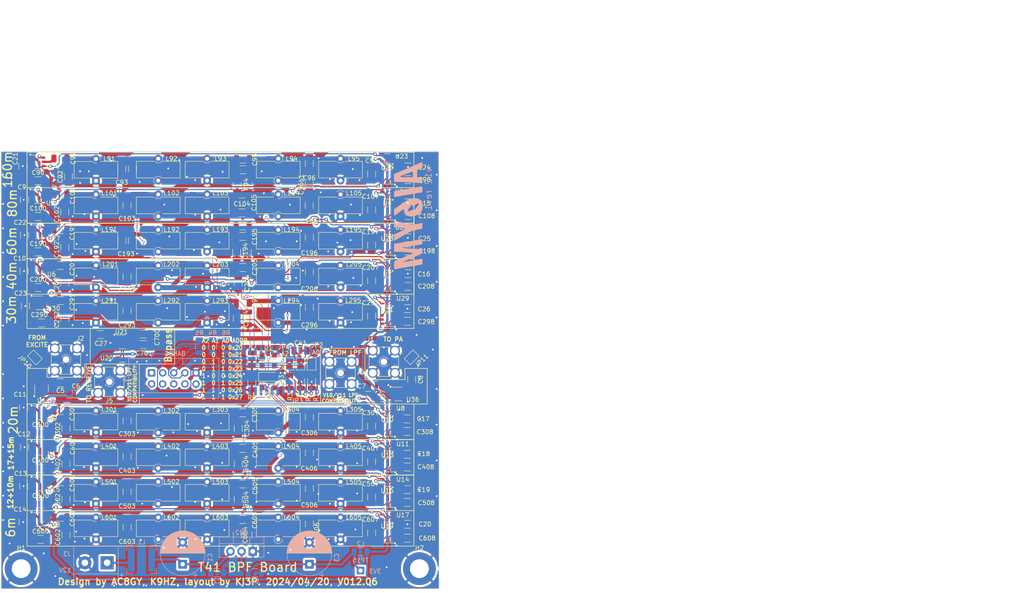
<source format=kicad_pcb>
(kicad_pcb (version 20240108) (generator "pcbnew") (generator_version "8.0")
  (layers (0 "F.Cu" signal) (31 "B.Cu" signal) (34 "B.Paste" user) (35 "F.Paste" user) (36 "B.SilkS" user "B.Silkscreen") (37 "F.SilkS" user "F.Silkscreen") (38 "B.Mask" user) (39 "F.Mask" user) (44 "Edge.Cuts" user))
  (net 0 "")
  (net 1 "+12V")
  (net 2 "GND")
  (net 3 "Net-(U22-VO)")
  (net 4 "Net-(J3-Pin_1)")
  (net 9 "/SDA2")
  (net 11 "/SCL2")
  (net 13 "+3V3")
  (net 14 "Net-(JP2-A)")
  (net 15 "Net-(JP3-A)")
  (net 16 "Net-(JP4-A)")
  (net 17 "Net-(U35-~{RESET})")
  (net 18 "/RFIN")
  (net 19 "/80m")
  (net 20 "/40m")
  (net 21 "/20m")
  (net 22 "/12{slash}10m")
  (net 23 "/6m")
  (net 24 "/NF")
  (net 25 "/~{80m}")
  (net 26 "/~{40m}")
  (net 27 "/~{20m}")
  (net 28 "/17{slash}15m")
  (net 29 "/~{12{slash}10m}")
  (net 30 "/~{6m}")
  (net 31 "/~{NF}")
  (net 32 "/RF62")
  (net 33 "/RF63")
  (net 34 "/RF64")
  (net 35 "/RF65")
  (net 36 "/RF66")
  (net 37 "/RFOUT")
  (net 38 "/RF2")
  (net 39 "/RF3")
  (net 40 "/RF4")
  (net 41 "/RF5")
  (net 42 "/RF6")
  (net 43 "/RF72")
  (net 44 "/RF73")
  (net 45 "/RF74")
  (net 46 "/RF75")
  (net 47 "/RF76")
  (net 48 "/RF12")
  (net 49 "/RF13")
  (net 50 "/RF14")
  (net 51 "/RF15")
  (net 52 "/RF16")
  (net 53 "/160m")
  (net 54 "/~{160m}")
  (net 55 "/60m")
  (net 56 "/~{60m}")
  (net 57 "/30m")
  (net 58 "/~{30m}")
  (net 59 "/~{17{slash}15m}")
  (net 60 "/17m")
  (net 61 "/RF82")
  (net 62 "/RF83")
  (net 63 "/RF84")
  (net 64 "/RF85")
  (net 65 "/RF86")
  (net 66 "/RF22")
  (net 68 "/RF23")
  (net 69 "/RF24")
  (net 71 "/RF25")
  (net 72 "/RF26")
  (net 75 "/15m")
  (net 80 "/RF32")
  (net 81 "/RF33")
  (net 82 "/RF34")
  (net 83 "/RF35")
  (net 84 "/RF36")
  (net 85 "/RF42")
  (net 86 "/RF43")
  (net 87 "/RF44")
  (net 88 "/RF45")
  (net 89 "/RF46")
  (net 90 "/RF52")
  (net 91 "/RF53")
  (net 92 "/RF54")
  (net 93 "/RF55")
  (net 94 "/RF56")
  (net 95 "/RRF60")
  (net 96 "/RRF68")
  (net 97 "/RRF0")
  (net 98 "/RRF8")
  (net 99 "/RRF70")
  (net 100 "/RRF78")
  (net 101 "/RRF10")
  (net 102 "/RRF18")
  (net 103 "/RRF80")
  (net 104 "/RRF88")
  (net 105 "/RRF20")
  (net 106 "/RRF28")
  (net 107 "/RRF30")
  (net 108 "/RRF38")
  (net 109 "/RRF40")
  (net 110 "/RRF48")
  (net 111 "/RRF50")
  (net 112 "/RRF58")
  (net 113 "/RRF100")
  (net 114 "/RRF61")
  (net 115 "/RRF67")
  (net 116 "/RRF1")
  (net 117 "/RRF7")
  (net 118 "/RRF71")
  (net 119 "/RRF77")
  (net 120 "/RRF11")
  (net 121 "/RRF17")
  (net 122 "/RRF81")
  (net 123 "/RRF87")
  (net 124 "/RRF21")
  (net 125 "/RRF27")
  (net 126 "/RRF31")
  (net 127 "/RRF37")
  (net 128 "/RRF41")
  (net 129 "/RRF47")
  (net 130 "/RRF51")
  (net 131 "/RRF57")
  (net 132 "/RRF101")
  (net 133 "/RXTX")
  (net 134 "/~{RXTX}")
  (net 135 "/12m")
  (net 136 "/10m")
  (net 137 "/RF90")
  (net 138 "/RRF90")
  (net 139 "/RF92")
  (net 140 "/RRF91")
  (net 141 "/RRF93")
  (net 142 "/RF93")
  (net 143 "/RRF92")
  (net 144 "/RF91")
  (net 145 "/RRF200")
  (net 146 "/RRF201")
  (net 147 "/RRF202")
  (net 148 "/RRF203")
  (net 149 "/RRF204")
  (net 150 "/RRF205")
  (net 151 "/RRF206")
  (net 152 "/RRF207")
  (net 153 "/RRF208")
  (net 154 "/RRF209")
  (net 155 "/RRF210")
  (net 156 "/RRF211")
  (net 157 "/RRF212")
  (net 158 "/RRF213")
  (net 159 "/RRF214")
  (net 160 "/RRF215")
  (net 161 "/RRF216")
  (net 162 "/RRF217")
  (net 163 "/RRF250")
  (footprint "T41_Library:SOT-SC70" (layer "F.Cu") (at 138.176 59.746757 180)
    (property "Reference" "U2")
    (property "Value" "SN74LVC1G04DCK")
  )
  (footprint "Capacitor_SMD:C_1206_3216Metric" (layer "F.Cu") (at 104.14 129.54 90)
    (property "Reference" "C504")
    (property "Value" "510 pF")
  )
  (footprint "Capacitor_SMD:C_1206_3216Metric" (layer "F.Cu") (at 105.156 76.510757 180)
    (property "Reference" "C205")
    (property "Value" "180 pF")
  )
  (footprint "Capacitor_SMD:C_1206_3216Metric" (layer "F.Cu") (at 118.364 95.504 180)
    (property "Reference" "C41")
    (property "Value" "0.1uF 50V")
  )
  (footprint "T41_Library:FT37-toroid-vertical" (layer "F.Cu") (at 127.508 111.76)
    (property "Reference" "L305")
    (property "Value" "220 nH")
  )
  (footprint "Capacitor_SMD:C_1206_3216Metric" (layer "F.Cu") (at 142.8 122.1)
    (property "Reference" "C408")
    (property "Value" "0.1uF 50V")
  )
  (footprint "Jumper:SolderJumper-2_P1.3mm_Open_TrianglePad1.0x1.5mm" (layer "F.Cu") (at 57.662652 97.032652 135)
    (property "Reference" "JP10")
    (property "Value" "SolderJumper_2_Open")
  )
  (footprint "Capacitor_SMD:C_1206_3216Metric" (layer "F.Cu") (at 142.7 111.1 180)
    (property "Reference" "C17")
    (property "Value" "0.1uF 50V")
  )
  (footprint "Capacitor_SMD:C_1206_3216Metric" (layer "F.Cu") (at 58.42 72.898)
    (property "Reference" "C190")
    (property "Value" "0.1uF 50V")
  )
  (footprint "T41_Library:MASWSS0179-SOT-26" (layer "F.Cu") (at 58.674 134.112)
    (property "Reference" "U18")
    (property "Value" "MASWSS0179")
  )
  (footprint "Capacitor_SMD:C_1206_3216Metric" (layer "F.Cu") (at 55.5 85.3 -90)
    (property "Reference" "C23")
    (property "Value" "0.1uF 50V")
  )
  (footprint "T41_Library:FT37-toroid-vertical" (layer "F.Cu") (at 97.028 119.888)
    (property "Reference" "L403")
    (property "Value" "82 nH")
  )
  (footprint "Capacitor_SMD:C_1206_3216Metric" (layer "F.Cu") (at 64.516 80.066757 90)
    (property "Reference" "C202")
    (property "Value" "1.2 nF")
  )
  (footprint "T41_Library:MASWSS0179-SOT-26" (layer "F.Cu") (at 138.176 113.538 180)
    (property "Reference" "U10")
    (property "Value" "MASWSS0179")
  )
  (footprint "Capacitor_SMD:C_1206_3216Metric" (layer "F.Cu") (at 82.4 94.1)
    (property "Reference" "C701")
    (property "Value" "0.1uF 50V")
  )
  (footprint "Capacitor_SMD:C_1206_3216Metric" (layer "F.Cu") (at 105.152941 67 180)
    (property "Reference" "C195b1" (hide yes))
    (property "Value" "120 pF")
  )
  (footprint "Capacitor_SMD:C_1206_3216Metric" (layer "F.Cu") (at 78.74 127.762 -90)
    (property "Reference" "C503")
    (property "Value" "43 pF")
  )
  (footprint "T41_Library:FT37-toroid-vertical" (layer "F.Cu") (at 85.852 119.888)
    (property "Reference" "L402")
    (property "Value" "1.2 uH")
  )
  (footprint "Capacitor_SMD:C_1206_3216Metric" (layer "F.Cu") (at 78.74 135.89 -90)
    (property "Reference" "C603")
    (property "Value" "13 pF")
  )
  (footprint "Capacitor_SMD:C_1206_3216Metric" (layer "F.Cu") (at 120.396 110.744 90)
    (property "Reference" "C306")
    (property "Value" "750 pF")
  )
  (footprint "Capacitor_SMD:C_1206_3216Metric" (layer "F.Cu") (at 55.3 61 90)
    (property "Reference" "C9")
    (property "Value" "0.1uF 50V")
  )
  (footprint "T41_Library:FT37-toroid-vertical" (layer "F.Cu") (at 71.628 62.286757)
    (property "Reference" "L101")
    (property "Value" "1 uH")
  )
  (footprint "Capacitor_SMD:C_1206_3216Metric" (layer "F.Cu") (at 78.74 119.634 -90)
    (property "Reference" "C403")
    (property "Value" "51 pF")
  )
  (footprint "Capacitor_SMD:C_1206_3216Metric" (layer "F.Cu") (at 142.9 72.7)
    (property "Reference" "C198")
    (property "Value" "0.1uF 50V")
  )
  (footprint "T41_Library:FT37-toroid-vertical" (layer "F.Cu") (at 113.284 86.614)
    (property "Reference" "L294")
    (property "Value" "3.6 uH")
  )
  (footprint "T41_Library:MASWSS0179-SOT-26" (layer "F.Cu") (at 138.176 55.88 180)
    (property "Reference" "U25")
    (property "Value" "MASWSS0179")
  )
  (footprint "T41_Library:SOT-SC70" (layer "F.Cu") (at 138.176 84.074 180)
    (property "Reference" "U29")
    (property "Value" "SN74LVC1G04DCK")
  )
  (footprint "Capacitor_SMD:C_1206_3216Metric" (layer "F.Cu") (at 63.5 67.818)
    (property "Reference" "C191")
    (property "Value" "0.1uF 50V")
  )
  (footprint "T41_Library:FT37-toroid-vertical" (layer "F.Cu") (at 113.284 111.76)
    (property "Reference" "L304")
    (property "Value" "2.2 uH")
  )
  (footprint "Connector_Coaxial:SMA_Amphenol_901-144_Vertical" (layer "F.Cu") (at 137.414 98.044)
    (property "Reference" "J1")
    (property "Value" "TO PA")
  )
  (footprint "Diode_SMD:D_SOD-123F" (layer "F.Cu") (at 111 104)
    (property "Reference" "D4")
    (property "Value" "BAS70H,115")
  )
  (footprint "T41_Library:FT37-toroid-vertical" (layer "F.Cu") (at 97.028 111.76)
    (property "Reference" "L303")
    (property "Value" "120 nH")
  )
  (footprint "Capacitor_SMD:C_1206_3216Metric" (layer "F.Cu") (at 59.182 89.154)
    (property "Reference" "C290")
    (property "Value" "0.1uF 50V")
  )
  (footprint "T41_Library:FT37-toroid-vertical" (layer "F.Cu") (at 127.508 62.286757)
    (property "Reference" "L105")
    (property "Value" "1 uH")
  )
  (footprint "MountingHole:MountingHole_4.3mm_M4_DIN965_Pad" (layer "F.Cu") (at 54.538 145.36)
    (property "Reference" "H1")
    (property "Value" "~")
  )
  (footprint "Capacitor_SMD:C_1206_3216Metric" (layer "F.Cu") (at 67.056 105.41 180)
    (property "Reference" "C6")
    (property "Value" "0.1uF 50V")
  )
  (footprint "Capacitor_SMD:C_1206_3216Metric" (layer "F.Cu") (at 104.14 121.412 90)
    (property "Reference" "C404")
    (property "Value" "680 pF")
  )
  (footprint "T41_Library:FT37-toroid-vertical" (layer "F.Cu") (at 71.628 119.888)
    (property "Reference" "L401")
    (property "Value" "150 nH")
  )
  (footprint "T41_Library:MASWSS0179-SOT-26" (layer "F.Cu") (at 58.604 68.326)
    (property "Reference" "U27")
    (property "Value" "MASWSS0179")
  )
  (footprint "Capacitor_SMD:C_1206_3216Metric" (layer "F.Cu") (at 142.8 135.2 180)
    (property "Reference" "C20")
    (property "Value" "0.1uF 50V")
  )
  (footprint "T41_Library:FT37-toroid-vertical" (layer "F.Cu") (at 127.508 86.614)
    (property "Reference" "L295")
    (property "Value" "245 nH")
  )
  (footprint "Capacitor_SMD:C_1206_3216Metric" (layer "F.Cu") (at 135.382 103.378 180)
    (property "Reference" "C7")
    (property "Value" "0.1uF 50V")
  )
  (footprint "T41_Library:SOT-SC70" (layer "F.Cu") (at 133.858 105.918 180)
    (property "Reference" "U37")
    (property "Value" "SN74LVC1G04DCK")
  )
  (footprint "Capacitor_SMD:C_1206_3216Metric" (layer "F.Cu") (at 120.396 69.596 -90)
    (property "Reference" "C196")
    (property "Value" "1.2 nF")
  )
  (footprint "T41_Library:FT37-toroid-vertical" (layer "F.Cu") (at 71.628 111.72)
    (property "Reference" "L301")
    (property "Value" "220 nH")
  )
  (footprint "Capacitor_SMD:C_1206_3216Metric" (layer "F.Cu") (at 55.3 69.075 -90)
    (property "Reference" "C22")
    (property "Value" "0.1uF 50V")
  )
  (footprint "Capacitor_SMD:C_1206_3216Metric" (layer "F.Cu") (at 64.77 113.284 90)
    (property "Reference" "C302")
    (property "Value" "750 pF")
  )
  (footprint "Jumper:SolderJumper-2_P1.3mm_Open_TrianglePad1.0x1.5mm" (layer "F.Cu") (at 118.364 98.552 90)
    (property "Reference" "JP3")
    (property "Value" "SolderJumper_2_Open")
  )
  (footprint "Capacitor_SMD:C_1206_3216Metric" (layer "F.Cu") (at 58.42 56.642)
    (property "Reference" "C90")
    (property "Value" "0.1uF 50V")
  )
  (footprint "Capacitor_SMD:C_1206_3216Metric" (layer "F.Cu") (at 55.1 108.525 90)
    (property "Reference" "C11")
    (property "Value" "0.1uF 50V")
  )
  (footprint "Capacitor_SMD:C_1206_3216Metric" (layer "F.Cu") (at 64.516 71.882 90)
    (property "Reference" "C192")
    (property "Value" "1.2 nF")
  )
  (footprint "Capacitor_SMD:C_1206_3216Metric" (layer "F.Cu") (at 142.9 56.4)
    (property "Reference" "C98")
    (property "Value" "0.1uF 50V")
  )
  (footprint "Capacitor_SMD:C_1206_3216Metric" (layer "F.Cu") (at 142.9 61.7 180)
    (property "Reference" "C15")
    (property "Value" "0.1uF 50V")
  )
  (footprint "Capacitor_SMD:C_1206_3216Metric" (layer "F.Cu") (at 134.62 120.904 -90)
    (property "Reference" "C407")
    (property "Value" "0.1uF 50V")
  )
  (footprint "Capacitor_SMD:C_1206_3216Metric" (layer "F.Cu") (at 106.412324 57.75381 90)
    (property "Reference" "C94b1" (hide yes))
    (property "Value" "100 pF")
  )
  (footprint "Capacitor_SMD:C_1206_3216Metric" (layer "F.Cu") (at 106.38795 88.1409 90)
    (property "Reference" "C294b1" (hide yes))
    (property "Value" "100 pF")
  )
  (footprint "Capacitor_SMD:C_1206_3216Metric" (layer "F.Cu") (at 64.516 88.138 90)
    (property "Reference" "C292")
    (property "Value" "1.0 nF")
  )
  (footprint "Capacitor_SMD:C_1206_3216Metric" (layer "F.Cu") (at 78.74 86.36 -90)
    (property "Reference" "C293")
    (property "Value" "68 pF")
  )
  (footprint "T41_Library:MASWSS0179-SOT-26" (layer "F.Cu") (at 58.42 52.324)
    (property "Reference" "U24")
    (property "Value" "MASWSS0179")
  )
  (footprint "Capacitor_SMD:C_1206_3216Metric" (layer "F.Cu") (at 142.825 138.4)
    (property "Reference" "C608")
    (property "Value" "0.1uF 50V")
  )
  (footprint "Capacitor_SMD:C_1206_3216Metric" (layer "F.Cu") (at 106.189914 73 90)
    (property "Reference" "C194b1" (hide yes))
    (property "Value" "100 pF")
  )
  (footprint "Capacitor_SMD:C_1206_3216Metric" (layer "F.Cu") (at 78.74 78.542757 -90)
    (property "Reference" "C203")
    (property "Value" "180 pF")
  )
  (footprint "Capacitor_SMD:C_1206_3216Metric" (layer "F.Cu") (at 106.370683 137.665265 90)
    (property "Reference" "C604b1" (hide yes))
    (property "Value" "200 pF")
  )
  (footprint "Capacitor_SMD:C_1206_3216Metric" (layer "F.Cu") (at 58.928 122.428)
    (property "Reference" "C400")
    (property "Value" "0.1uF 50V")
  )
  (footprint "Capacitor_SMD:C_1206_3216Metric" (layer "F.Cu") (at 105.195296 51.682026 180)
    (property "Reference" "C95")
    (property "Value" "330 pF")
  )
  (footprint "Capacitor_SMD:C_1206_3216Metric" (layer "F.Cu") (at 58.42 64.826757)
    (property "Reference" "C100")
    (property "Value" "0.1uF 50V")
  )
  (footprint "Capacitor_SMD:C_1206_3216Metric" (layer "F.Cu") (at 142.8 85.9 180)
    (property "Reference" "C26")
    (property "Value" "0.1uF 50V")
  )
  (footprint "Capacitor_SMD:C_1206_3216Metric" (layer "F.Cu") (at 142.7 114)
    (property "Reference" "C308")
    (property "Value" "0.1uF 50V")
  )
  (footprint "Capacitor_SMD:C_1206_3216Metric" (layer "F.Cu") (at 64.77 137.668 90)
    (property "Reference" "C602")
    (property "Value" "240 pF")
  )
  (footprint "Diode_SMD:D_SOD-123F" (layer "F.Cu") (at 110.998 101.5)
    (property "Reference" "D3")
    (property "Value" "BAS70H,115")
  )
  (footprint "Capacitor_SMD:C_1206_3216Metric" (layer "F.Cu") (at 55.1 126.5 90)
    (property "Reference" "C13")
    (property "Value" "0.1uF 50V")
  )
  (footprint "Capacitor_SMD:C_1206_3216Metric" (layer "F.Cu") (at 64.516 63.810757 90)
    (property "Reference" "C102")
    (property "Value" "1.8 nF")
  )
  (footprint "Capacitor_SMD:C_1206_3216Metric" (layer "F.Cu") (at 78.74 111.506 -90)
    (property "Reference" "C303")
    (property "Value" "75 pF")
  )
  (footprint "Capacitor_SMD:C_1206_3216Metric" (layer "F.Cu") (at 63.5 59.746757)
    (property "Reference" "C101")
    (property "Value" "0.1uF 50V")
  )
  (footprint "Capacitor_SMD:C_1206_3216Metric" (layer "F.Cu") (at 120.396 135.128 90)
    (property "Reference" "C606")
    (property "Value" "240 pF")
  )
  (footprint "T41_Library:MASWSS0179-SOT-26" (layer "F.Cu") (at 138.176 137.922 180)
    (property "Reference" "U19")
    (property "Value" "MASWSS0179")
  )
  (footprint "T41_Library:FT37-toroid-vertical" (layer "F.Cu") (at 97.028 128.016)
    (property "Reference" "L503")
    (property "Value" "82 nH")
  )
  (footprint "Capacitor_SMD:C_1206_3216Metric" (layer "F.Cu") (at 120.349749 62.31613 -90)
    (property "Reference" "C106")
    (property "Value" "1.8 nF")
  )
  (footprint "Capacitor_SMD:C_1206_3216Metric" (layer "F.Cu") (at 142.8 119.2 180)
    (property "Reference" "C18")
    (property "Value" "0.1uF 50V")
  )
  (footprint "Capacitor_SMD:C_1206_3216Metric" (layer "F.Cu") (at 55.3 117.575 90)
    (property "Reference" "C12")
    (property "Value" "0.1uF 50V")
  )
  (footprint "T41_Library:FT37-toroid-vertical" (layer "F.Cu") (at 127.508 70.358)
    (property "Reference" "L195")
    (property "Value" "840 nH")
  )
  (footprint "T41_Library:FT37-toroid-vertical" (layer "F.Cu") (at 85.852 70.358)
    (property "Reference" "L192")
    (property "Value" "5.2 uH")
  )
  (footprint "T41_Library:FT37-toroid-vertical" (layer "F.Cu") (at 97.028 62.286757)
    (property "Reference" "L103")
    (property "Value" "560 nH")
  )
  (footprint "Capacitor_SMD:C_1206_3216Metric" (layer "F.Cu") (at 134.62 112.776 -90)
    (property "Reference" "C307")
    (property "Value" "0.1uF 50V")
  )
  (footprint "Capacitor_SMD:C_1206_3216Metric" (layer "F.Cu") (at 103.906222 57.750589 90)
    (property "Reference" "C94")
    (property "Value" "5.6 nF")
  )
  (footprint "T41_Library:MASWSS0179-SOT-26" (layer "F.Cu") (at 138.176 88.392 180)
    (property "Reference" "U31")
    (property "Value" "MASWSS0179")
  )
  (footprint "T41_Library:SOT-SC70" (layer "F.Cu") (at 138.176 67.818 180)
    (property "Reference" "U26")
    (property "Value" "SN74LVC1G04DCK")
  )
  (footprint "Capacitor_SMD:C_1206_3216Metric" (layer "F.Cu") (at 120.396 127 90)
    (property "Reference" "C506")
    (property "Value" "300 pF")
  )
  (footprint "Capacitor_SMD:C_1206_3216Metric" (layer "F.Cu") (at 58.977 130.556)
    (property "Reference" "C500")
    (property "Value" "0.1uF 50V")
  )
  (footprint "Resistor_SMD:R_1206_3216Metric" (layer "F.Cu") (at 120.904 102.616 90)
    (property "Reference" "R1")
    (property "Value" "2k2")
  )
  (footprint "Capacitor_SMD:C_1206_3216Metric" (layer "F.Cu") (at 143.764 102.108 90)
    (property "Reference" "C8")
    (property "Value" "0.1uF 50V")
  )
  (footprint "Capacitor_SMD:C_1206_3216Metric" (layer "F.Cu") (at 58.977 138.684)
    (property "Reference" "C600")
    (property "Value" "0.1uF 50V")
  )
  (footprint "T41_Library:SOT-SC70" (layer "F.Cu") (at 138.176 125.476 180)
    (property "Reference" "U14")
    (property "Value" "SN74LVC1G04DCK")
  )
  (footprint "T41_Library:MASWSS0179-SOT-26" (layer "F.Cu") (at 140.716 105.41)
    (property "Reference" "U36")
    (property "Value" "MASWSS0179")
  )
  (footprint "T41_Library:MASWSS0179-SOT-26" (layer "F.Cu") (at 58.674 117.856)
    (property "Reference" "U12")
    (property "Value" "MASWSS0179")
  )
  (footprint "Capacitor_SMD:C_1206_3216Metric" (layer "F.Cu") (at 54.9 53.3 -90)
    (property "Reference" "C21")
    (property "Value" "0.1uF 50V")
  )
  (footprint "Capacitor_SMD:C_1206_3216Metric" (layer "F.Cu") (at 72.644 91.821 180)
    (property "Reference" "C27")
    (property "Value" "0.1uF 50V")
  )
  (footprint "T41_Library:SOT-SC70" (layer "F.Cu") (at 77.62 97.028016)
    (property "Reference" "U20")
    (property "Value" "SN74LVC1G04DCK")
  )
  (footprint "Capacitor_SMD:C_1206_3216Metric" (layer "F.Cu") (at 58.42 81.082757)
    (property "Reference" "C200")
    (property "Value" "0.1uF 50V")
  )
  (footprint "Capacitor_SMD:C_1206_3216Metric" (layer "F.Cu") (at 55.2 77.3 90)
    (property "Reference" "C10")
    (property "Value" "0.1uF 50V")
  )
  (footprint "Capacitor_SMD:C_1206_3216Metric" (layer "F.Cu") (at 78.74 62.286757 -90)
    (property "Reference" "C103")
    (property "Value" "300 pF")
  )
  (footprint "Capacitor_SMD:C_1206_3216Metric" (layer "F.Cu") (at 105.156 117.856 180)
    (property "Reference" "C405")
    (property "Value" "51 pF")
  )
  (footprint "T41_Library:MASWSS0179-SOT-26" (layer "F.Cu") (at 58.674 109.728)
    (property "Reference" "U9")
    (property "Value" "MASWSS0179")
  )
  (footprint "T41_Library:FT37-toroid-vertical" (layer "F.Cu") (at 113.284 128.016)
    (property "Reference" "L504")
    (property "Value" "820 nH")
  )
  (footprint "Capacitor_SMD:C_1206_3216Metric" (layer "F.Cu") (at 64.77 129.54 90)
    (property "Reference" "C502")
    (property "Value" "300 pF")
  )
  (footprint "T41_Library:MASWSS0179-SOT-26" (layer "F.Cu") (at 77.62 93.472016)
    (property "Reference" "U21")
    (property "Value" "MASWSS0179")
  )
  (footprint "Capacitor_SMD:C_1206_3216Metric" (layer "F.Cu") (at 105.156 134.112 180)
    (property "Reference" "C605")
    (property "Value" "13 pF")
  )
  (footprint "Capacitor_SMD:C_1206_3216Metric" (layer "F.Cu") (at 103.942015 88.1409 90)
    (property "Reference" "C294")
    (property "Value" "1.8 nF")
  )
  (footprint "T41_Library:FT37-toroid-vertical" (layer "F.Cu") (at 97.028 78.542757)
    (property "Reference" "L203")
    (property "Value" "330 nH")
  )
  (footprint "Capacitor_SMD:C_1206_3216Metric" (layer "F.Cu") (at 79.937813 70.347341 -90)
    (property "Reference" "C193b1" (hide yes))
    (property "Value" "120 pF")
  )
  (footprint "Capacitor_SMD:C_1206_3216Metric" (layer "F.Cu") (at 105 64 180)
    (property "Reference" "C104")
    (property "Value" "3 nF")
  )
  (footprint "T41_Library:MASWSS0179-SOT-26" (layer "F.Cu") (at 138.176 80.320757 180)
    (property "Reference" "U7")
    (property "Value" "MASWSS0179")
  )
  (footprint "Capacitor_SMD:C_1206_3216Metric" (layer "F.Cu") (at 134.62 87.63 -90)
    (property "Reference" "C297")
    (property "Value" "0.1uF 50V")
  )
  (footprint "Connector_Coaxial:SMA_Amphenol_901-144_Vertical" (layer "F.Cu") (at 127.508 100.584)
    (property "Reference" "J6")
    (property "Value" "FROM LPF")
  )
  (footprint "Capacitor_SMD:C_1206_3216Metric" (layer "F.Cu") (at 63.5 125.476)
    (property "Reference" "C501")
    (property "Value" "0.1uF 50V")
  )
  (footprint "T41_Library:MASWSS0179-SOT-26" (layer "F.Cu") (at 138.246 121.666 180)
    (property "Reference" "U13")
    (property "Value" "MASWSS0179")
  )
  (footprint "Capacitor_SMD:C_1206_3216Metric" (layer "F.Cu") (at 142.925 53.5 180)
    (property "Reference" "C24")
    (property "Value" "0.1uF 50V")
  )
  (footprint "Capacitor_SMD:C_1206_3216Metric" (layer "F.Cu") (at 120.396 85.598 -90)
    (property "Reference" "C296")
    (property "Value" "1.0 nF")
  )
  (footprint "Capacitor_SMD:C_1206_3216Metric" (layer "F.Cu") (at 142.8 88.8)
    (property "Reference" "C298")
    (property "Value" "0.1uF 50V")
  )
  (footprint "Capacitor_SMD:C_1206_3216Metric" (layer "F.Cu") (at 63.5 84.074)
    (property "Reference" "C291")
    (property "Value" "0.1uF 50V")
  )
  (footprint "Capacitor_SMD:C_1206_3216Metric" (layer "F.Cu") (at 105 61.5 180)
    (property "Reference" "C105")
    (property "Value" "300 pF")
  )
  (footprint "Capacitor_SMD:C_1206_3216Metric" (layer "F.Cu") (at 103.926054 137.669468 90)
    (property "Reference" "C604")
    (property "Value" "180 pF")
  )
  (footprint "T41_Library:FT37-toroid-vertical" (layer "F.Cu") (at 97.028 86.614)
    (property "Reference" "L293")
    (property "Value" "132 nH")
  )
  (footprint "T41_Library:FT37-toroid-vertical" (layer "F.Cu") (at 127.508 136.144)
    (property "Reference" "L605")
    (property "Value" "39 nH")
  )
  (footprint "T41_Library:SOT-SC70" (layer "F.Cu") (at 138.176 76.002757 180)
    (property "Reference" "U5")
    (property "Value" "SN74LVC1G04DCK")
  )
  (footprint "T41_Library:MASWSS0179-SOT-26" (layer "F.Cu") (at 138.176 64.064757 180)
    (property "Reference" "U4")
    (property "Value" "MASWSS0179")
  )
  (footprint "Capacitor_SMD:C_1206_3216Metric" (layer "F.Cu") (at 142.8 130.2)
    (property "Reference" "C508")
    (property "Value" "0.1uF 50V")
  )
  (footprint "Capacitor_SMD:C_1206_3216Metric" (layer "F.Cu") (at 134.62 129.032 -90)
    (property "Reference" "C507")
    (property "Value" "0.1uF 50V")
  )
  (footprint "Jumper:SolderJumper-2_P1.3mm_Open_TrianglePad1.0x1.5mm" (layer "F.Cu") (at 143.759348 97.032652 45)
    (property "Reference" "JP11")
    (property "Value" "SolderJumper_2_Open")
  )
  (footprint "T41_Library:FT37-toroid-vertical" (layer "F.Cu") (at 85.852 111.76)
    (property "Reference" "L302")
    (property "Value" "2.2 uH")
  )
  (footprint "T41_Library:MASWSS0179-SOT-26" (layer "F.Cu") (at 58.604 76.444757)
    (property "Reference" "U6")
    (property "Value" "MASWSS0179")
  )
  (footprint "Capacitor_SMD:C_1206_3216Metric" (layer "F.Cu") (at 120.373612 57.506703 90)
    (property "Reference" "C96b1")
    (property "Value" "1.6 nF")
  )
  (footprint "T41_Library:FT37-toroid-vertical" (layer "F.Cu") (at 71.628 136.144)
    (property "Reference" "L601")
    (property "Value" "39 nH")
  )
  (footprint "T41_Library:FT37-toroid-vertical" (layer "F.Cu") (at 71.628 70.358)
    (property "Reference" "L191")
    (property "Value" "840 nH")
  )
  (footprint "Capacitor_SMD:C_1206_3216Metric" (layer "F.Cu") (at 104.14 113.284 90)
    (property "Reference" "C304")
    (property "Value" "1.3 nF")
  )
  (footprint "Capacitor_SMD:C_1206_3216Metric" (layer "F.Cu") (at 142.9 80.8)
    (property "Reference" "C208")
    (property "Value" "0.1uF 50V")
  )
  (footprint "T41_Library:SOT-SC70" (layer "F.Cu") (at 138.176 133.604 180)
    (property "Reference" "U17")
    (property "Value" "SN74LVC1G04DCK")
  )
  (footprint "Capacitor_SMD:C_1206_3216Metric" (layer "F.Cu") (at 120.396 118.872 90)
    (property "Reference" "C406")
    (property "Value" "390 pF")
  )
  (footprint "Capacitor_SMD:C_1206_3216Metric" (layer "F.Cu") (at 63.5 109.22)
    (property "Reference" "C301")
    (property "Value" "0.1uF 50V")
  )
  (footprint "Capacitor_SMD:C_1206_3216Metric" (layer "F.Cu") (at 65.324535 55.725375 90)
    (property "Reference" "C92")
    (property "Value" "1.6 nF")
  )
  (footprint "T41_Library:SOT-SC70" (layer "F.Cu") (at 138.176 109.22 180)
    (property "Reference" "U8")
    (property "Value" "SN74LVC1G04DCK")
  )
  (footprint "T41_Library:FT37-toroid-vertical" (layer "F.Cu") (at 127.508 119.888)
    (property "Reference" "L405")
    (property "Value" "150 nH")
  )
  (footprint "Resistor_SMD:R_1206_3216Metric" (layer "F.Cu") (at 107.25 103 90)
    (property "Reference" "R8")
    (property "Value" "2k2")
  )
  (footprint "Capacitor_SMD:C_1206_3216Metric" (layer "F.Cu") (at 62.905042 55.745207 90)
    (property "Reference" "C92b1" (hide yes))
    (property "Value" "1.6 nF")
  )
  (footprint "Capacitor_SMD:C_1206_3216Metric" (layer "F.Cu") (at 63.5 76.002757)
    (property "Reference" "C201")
    (property "Value" "0.1uF 50V")
  )
  (footprint "Capacitor_SMD:C_1206_3216Metric" (layer "F.Cu") (at 142.9 77.9 180)
    (property "Reference" "C16")
    (property "Value" "0.1uF 50V")
  )
  (footprint "Capacitor_SMD:C_1206_3216Metric" (layer "F.Cu") (at 64.77 121.412 90)
    (property "Reference" "C402")
    (property "Value" "390 pF")
  )
  (footprint "T41_Library:FT37-toroid-vertical" (layer "F.Cu") (at 113.284 78.542757)
    (property "Reference" "L204")
    (property "Value" "3.9 uH")
  )
  (footprint "Jumper:SolderJumper-2_P1.3mm_Open_TrianglePad1.0x1.5mm" (layer "F.Cu") (at 115.824 98.552 90)
    (property "Reference" "JP4")
    (property "Value" "SolderJumper_2_Open")
  )
  (footprint "Capacitor_SMD:C_1206_3216Metric" (layer "F.Cu") (at 77.541457 70.347341 -90)
    (property "Reference" "C193")
    (property "Value" "75 pF")
  )
  (footprint "Capacitor_SMD:C_1206_3216Metric" (layer "F.Cu") (at 134.62 63.302757 -90)
    (property "Reference" "C107")
    (property "Value" "0.1uF 50V")
  )
  (footprint "Capacitor_SMD:C_1206_3216Metric" (layer "F.Cu") (at 79.975021 53.977617 -90)
    (property "Reference" "C93b1" (hide yes))
    (property "Value" "250 pF")
  )
  (footprint "Diode_SMD:D_SOD-123F" (layer "F.Cu") (at 110.998 96.5)
    (property "Reference" "D1")
    (property "Value" "BAS70H,115")
  )
  (footprint "T41_Library:FT37-toroid-vertical" (layer "F.Cu") (at 113.284 70.358)
    (property "Reference" "L194")
    (property "Value" "5.2 uH")
  )
  (footprint "Capacitor_SMD:C_1206_3216Metric" (layer "F.Cu") (at 134.62 79.558757 -90)
    (property "Reference" "C207")
    (property "Value" "0.1uF 50V")
  )
  (footprint "Capacitor_SMD:C_1206_3216Metric" (layer "F.Cu") (at 105.156 125.984 180)
    (property "Reference" "C505")
    (property "Value" "43 pF")
  )
  (footprint "T41_Library:MASWSS0179-SOT-26" (layer "F.Cu") (at 58.42 60.254757)
    (property "Reference" "U3")
    (property "Value" "MASWSS0179")
  )
  (footprint "T41_Library:FT37-toroid-vertical" (layer "F.Cu") (at 113.284 119.888)
    (property "Reference" "L404")
    (property "Value" "1.2 uH")
  )
  (footprint "Connector_Coaxial:SMA_Amphenol_901-144_Vertical" (layer "F.Cu") (at 64.77 97.536)
    (property "Reference" "J2")
    (property "Value" "FROM EXCITE")
  )
  (footprint "Capacitor_SMD:C_1206_3216Metric" (layer "F.Cu") (at 63.5 51.562)
    (property "Reference" "C91")
    (property "Value" "0.1uF 50V")
  )
  (footprint "Resistor_SMD:R_1206_3216Metric" (layer "F.Cu") (at 115.824 102.616 90)
    (property "Reference" "R3")
    (property "Value" "2k2")
  )
  (footprint "Capacitor_SMD:C_1206_3216Metric" (layer "F.Cu") (at 63.5 102.87 180)
    (property "Reference" "C5")
    (property "Value" "0.1uF 50V")
  )
  (footprint "T41_Library:FT37-toroid-vertical" (layer "F.Cu") (at 85.852 86.614)
    (property "Reference" "L292")
    (property "Value" "3.6 uH")
  )
  (footprint "Capacitor_SMD:C_1206_3216Metric" (layer "F.Cu") (at 134.62 71.374 -90)
    (property "Reference" "C197")
    (property "Value" "0.1uF 50V")
  )
  (footprint "Jumper:SolderJumper-2_P1.3mm_Open_TrianglePad1.0x1.5mm" (layer "F.Cu") (at 120.904 98.552 90)
    (property "Reference" "JP2")
    (property "Value" "SolderJumper_2_Open")
  )
  (footprint "Capacitor_SMD:C_1206_3216Metric" (layer "F.Cu") (at 120.396 77.526757 -90)
    (property "Reference" "C206")
    (property "Value" "1.2 nF")
  )
  (footprint "T41_Library:FT37-toroid-vertical" (layer "F.Cu") (at 85.852 54.102)
    (property "Reference" "L92")
    (property "Value" "11 uH")
  )
  (footprint "Capacitor_SMD:C_1206_3216Metric" (layer "F.Cu") (at 105.156 109.728 180)
    (property "Reference" "C305")
    (property "Value" "75 pF")
  )
  (footprint "T41_Library:FT37-toroid-vertical" (layer "F.Cu") (at 71.628 54.142)
    (property "Reference" "L91")
    (property "Value" "2 uH")
  )
  (footprint "T41_Library:FT37-toroid-vertical" (layer "F.Cu") (at 127.508 78.542757)
    (property "Reference" "L205")
    (property "Value" "560 nH")
  )
  (footprint "Capacitor_SMD:C_1206_3216Metric" (layer "F.Cu") (at 120.38148 52.716544 -90)
    (property "Reference" "C96")
    (property "Value" "1.6 nF")
  )
  (footprint "T41_Library:MASWSS0179-SOT-26" (layer "F.Cu") (at 58.674 125.984)
    (property "Reference" "U15")
    (property "Value" "MASWSS0179")
  )
  (footprint "Capacitor_SMD:C_1206_3216Metric" (layer "F.Cu") (at 134.62 55.118 -90)
    (property "Reference" "C97")
    (property "Value" "0.1uF 50V")
  )
  (footprint "Capacitor_SMD:C_1206_3216Metric" (layer "F.Cu") (at 105.133958 69.365379 180)
    (property "Reference" "C195")
    (property "Value" "75 pF")
  )
  (footprint "T41_Library:FT37-toroid-vertical" (layer "F.Cu") (at 97.028 54.102)
    (property "Reference" "L93")
    (property "Value" "1 uH")
  )
  (footprint "Capacitor_SMD:C_1206_3216Metric" (layer "F.Cu") (at 142.9 64.6)
    (property "Reference" "C108")
    (property "Value" "0.1uF 50V")
  )
  (footprint "MountingHole:MountingHole_4.3mm_M4_DIN965_Pad" (layer "F.Cu") (at 145.538 145.36)
    (property "Reference" "H2")
    (property "Value" "~")
  )
  (footprint "T41_Library:MASWSS0179-SOT-26" (layer "F.Cu") (at 59.182 104.14 90)
    (property "Reference" "U1")
    (property "Value" "MASWSS0179")
  )
  (footprint "T41_Library:FT37-toroid-vertical" (layer "F.Cu") (at 97.028 70.358)
    (property "Reference" "L193")
    (property "Value" "400 nH")
  )
  (footprint "T41_Library:FT37-toroid-vertical" (layer "F.Cu") (at 113.284 136.144)
    (property "Reference" "L604")
    (property "Value" "720 nH")
  )
  (footprint "Capacitor_SMD:C_1206_3216Metric" (layer "F.Cu") (at 105.195296 54.141183 180)
    (property "Reference" "C95b1" (hide yes))
    (property "Value" "250 pF")
  )
  (footprint "Capacitor_SMD:C_1206_3216Metric" (layer "F.Cu") (at 105.156 84.582 180)
    (property "Reference" "C295")
    (property "Value" "68 pF")
  )
  (footprint "T41_Library:FT37-toroid-vertical" (layer "F.Cu") (at 113.284 54.102)
    (property "Reference" "L94")
    (property "Value" "11 uH")
  )
  (footprint "T41_Library:FT37-toroid-vertical" (layer "F.Cu") (at 85.852 62.286757)
    (property "Reference" "L102")
    (property "Value" "5.6 uH")
  )
  (footprint "Capacitor_SMD:C_1206_3216Metric" (layer "F.Cu") (at 63.5 133.604)
    (property "Reference" "C601")
    (property "Value" "0.1uF 50V")
  )
  (footprint "Resistor_SMD:R_1206_3216Metric" (layer "F.Cu") (at 118.364 102.616 90)
    (property "Reference" "R2")
    (property "Value" "2k2")
  )
  (footprint "Capacitor_SMD:C_1206_3216Metric" (layer "F.Cu") (at 82.423 91.694 180)
    (property "Reference" "C700")
    (property "Value" "0.1uF 50V")
  )
  (footprint "Capacitor_SMD:C_1206_3216Metric" (layer "F.Cu") (at 55 134.7 90)
    (property "Reference" "C14")
    (property "Value" "0.1uF 50V")
  )
  (footprint "T41_Library:FT37-toroid-vertical" (layer "F.Cu") (at 85.852 128.016)
    (property "Reference" "L502")
    (property "Value" "820 nH")
  )
  (footprint "T41_Library:FT37-toroid-vertical" (layer "F.Cu") (at 97.028 136.144)
    (property "Reference" "L603")
    (property "Value" "24 nH")
  )
  (footprint "Capacitor_SMD:C_1206_3216Metric" (layer "F.Cu") (at 63.5 117.348)
    (property "Reference" "C401")
    (property "Value" "0.1uF 50V")
  )
  (footprint "T41_Library:FT37-toroid-vertical" (layer "F.Cu") (at 85.852 78.542757)
    (property "Reference" "L202")
    (property "Value" "3.9 uH")
  )
  (footprint "T41_Library:FT37-toroid-vertical" (layer "F.Cu") (at 113.284 62.286757)
    (property "Reference" "L104")
    (property "Value" "5.6 uH")
  )
  (footprint "T41_Library:FT37-toroid-vertical" (layer "F.Cu") (at 127.508 54.102)
    (property "Reference" "L95")
    (property "Value" "2 uH")
  )
  (footprint "T41_Library:FT37-toroid-vertical" (layer "F.Cu") (at 71.628 78.502757)
    (property "Reference" "L201")
    (property "Value" "560 nH")
  )
  (footprint "Capacitor_SMD:C_1206_3216Metric" (layer "F.Cu") (at 142.8 127.3 180)
    (property "Reference" "C19")
    (property "Value" "0.1uF 50V")
  )
  (footprint "T41_Library:FT37-toroid-vertical" (layer "F.Cu") (at 85.852 136.144)
    (property "Reference" "L602")
    (property "Value" "720 nH")
  )
  (footprint "Capacitor_SMD:C_1206_3216Metric" (layer "F.Cu") (at 77.523798 53.977617 -90)
    (property "Reference" "C93")
    (property "Value" "330 pF")
  )
  (footprint "Connector_Coaxial:SMA_Amphenol_901-144_Vertical" (layer "F.Cu") (at 74.676 102.616)
    (property "Reference" "J5")
    (property "Value" "TO RECEIVE")
  )
  (footprint "Capacitor_SMD:C_1206_3216Metric" (layer "F.Cu") (at 142.9 69.7 180)
    (property "Reference" "C25")
    (property "Value" "0.1uF 50V")
  )
  (footprint "Resistor_SMD:R_1206_3216Metric" (layer "F.Cu") (at 107.25 97.5 90)
    (property "Reference" "R7")
    (property "Value" "2k2")
  )
  (footprint "T41_Library:MASWSS0179-SOT-26" (layer "F.Cu") (at 138.176 72.136 180)
    (property "Reference" "U28")
    (property "Value" "MASWSS0179")
  )
  (footprint "Diode_SMD:D_SOD-123F" (layer "F.Cu") (at 111 99)
    (property "Reference" "D2")
    (property "Value" "BAS70H,115")
  )
  (footprint "Capacitor_SMD:C_1206_3216Metric" (layer "F.Cu") (at 104.14 80.066757 90)
    (property "Reference" "C204")
    (property "Value" "2 nF")
  )
  (footprint "T41_Library:MASWSS0179-SOT-26" (layer "F.Cu") (at 138.176 129.794 180)
    (property "Reference" "U16")
    (property "Value" "MASWSS0179")
  )
  (footprint "T41_Library:MASWSS0179-SOT-26" (layer "F.Cu") (at 58.674 84.582)
    (property "Reference" "U30")
    (property "Value" "MASWSS0179")
  )
  (footprint "T41_Library:SOT-SC70" (layer "F.Cu") (at 138.176 51.562 180)
    (property "Reference" "U23")
    (property "Value" "SN74LVC1G04DCK")
  )
  (footprint "T41_Library:FT37-toroid-vertical" (layer "F.Cu") (at 127.508 128.016)
    (property "Reference" "L505")
    (property "Value" "120 nH")
  )
  (footprint "T41_Library:SOT-SC70" (layer "F.Cu") (at 138.176 117.348 180)
    (property "Reference" "U11")
    (property "Value" "SN74LVC1G04DCK")
  )
  (footprint "T41_Library:FT37-toroid-vertical" (layer "F.Cu") (at 71.628 128.016)
    (property "Reference" "L501")
    (property "Value" "120 nH")
  )
  (footprint "Capacitor_SMD:C_1206_3216Metric" (layer "F.Cu") (at 103.793559 73 90)
    (property "Reference" "C194")
    (property "Value" "2.4 nF")
  )
  (footprint "T41_Library:FT37-toroid-vertical" (layer "F.Cu") (at 71.628 86.614)
    (property "Reference" "L291")
    (property "Value" "245 nH")
  )
  (footprint "Capacitor_SMD:C_1206_3216Metric" (layer "F.Cu") (at 134.62 137.16 -90)
    (property "Reference" "C607")
    (property "Value" "0.1uF 50V")
  )
  (footprint "Capacitor_SMD:C_1206_3216Metric" (layer "F.Cu") (at 58.928 114.3)
    (property "Reference" "C300")
    (property "Value" "0.1uF 50V")
  )
  (footprint "Capacitor_SMD:C_1206_3216Metric" (layer "B.Cu") (at 99.314 146.304)
    (property "Reference" "C2")
    (property "Value" "0.1uF 50V")
  )
  (footprint "Capacitor_THT:CP_Radial_D10.0mm_P5.00mm" (layer "B.Cu") (at 120.396 144.353677 90)
    (property "Reference" "C3")
    (property "Value" "470uF 25V")
  )
  (footprint "Capacitor_SMD:C_1206_3216Metric" (layer "B.Cu") (at 107.95 146.304)
    (property "Reference" "C4")
    (property "Value" "0.1uF 50V")
  )
  (footprint "Resistor_SMD:R_1206_3216Metric" (layer "B.Cu") (at 132.08 141.478 180)
    (property "Reference" "L2")
    (property "Value" "FB")
  )
  (footprint "Connector_PinHeader_2.54mm:PinHeader_1x01_P2.54mm_Vertical" (layer "B.Cu") (at 132.08 145.796 180)
    (property "Reference" "TP15")
    (property "Value" "TestPoint")
  )
  (footprint "TerminalBlock:TerminalBlock_bornier-2_P5.08mm" (layer "B.Cu") (at 74.168 144.018 180)
    (property "Reference" "J3")
    (property "Value" "12-13.8V")
  )
  (footprint "Resistor_SMD:R_1206_3216Metric" (layer "B.Cu") (at 101.346 94.488 90)
    (property "Reference" "R6")
    (property "Value" "2k2")
  )
  (footprint "Connector_IDC:IDC-Header_2x05_P2.54mm_Vertical" (layer "B.Cu") (at 84.328 100.584 -90)
    (property "Reference" "J4")
    (property "Value" "Bands")
  )
  (footprint "Capacitor_THT:CP_Radial_D10.0mm_P5.00mm" (layer "B.Cu") (at 91.44 144.353677 90)
    (property "Reference" "C1")
    (property "Value" "470uF 25V")
  )
  (footprint "Resistor_SMD:R_1206_3216Metric" (layer "B.Cu") (at 95.25 94.488 90)
    (property "Reference" "R5")
    (property "Value" "2k2")
  )
  (footprint "Resistor_SMD:R_1206_3216Metric" (layer "B.Cu") (at 98.298 94.488 90)
    (property "Reference" "R4")
    (property "Value" "2k2")
  )
  (footprint "Library:silkscreen_logo_25mm" (layer "B.Cu") (at 142.9 64.6 -90)
    (property "Reference" "G***" (hide yes))
    (property "Value" "LOGO" (hide yes))
  )
  (footprint "Package_TO_SOT_THT:TO-220-3_Vertical" (layer "B.Cu") (at 107.442 141.407 180)
    (property "Reference" "U22")
    (property "Value" "LM1117T-3.3")
  )
  (footprint "Package_SO:SOIC-28W_7.5x17.9mm_P1.27mm" (layer "B.Cu") (at 113.792 100.076 -90)
    (property "Reference" "U35")
    (property "Value" "MCP23017_SO")
  )
  (footprint "Inductor_SMD:L_Bourns-SRN6028" (layer "B.Cu") (at 82.042 143.256)
    (property "Reference" "L1")
    (property "Value" "10uH 20%")
  )
  (gr_circle (center 103.759 96.52) (end 104.059 96.52) (stroke (width 0.15)) (fill solid) (layer "B.SilkS"))
  (gr_line (start 147.32 107.696) (end 144.272 107.696) (stroke (width 0.15)) (layer "F.SilkS"))
  (gr_line (start 142.24 99.568) (end 147.32 99.568) (stroke (width 0.15)) (layer "F.SilkS"))
  (gr_line (start 60.452 99.568) (end 60.452 101.6) (stroke (width 0.15)) (layer "F.SilkS"))
  (gr_line (start 144.272 140.208) (end 144.272 132.08) (stroke (width 0.15)) (layer "F.SilkS"))
  (gr_line (start 55.88 99.568) (end 60.452 99.568) (stroke (width 0.15)) (layer "F.SilkS"))
  (gr_rect (start 55.88 74.478757) (end 144.272 82.606757) (stroke (width 0.15)) (fill none) (layer "F.SilkS"))
  (gr_rect (start 55.88 123.952) (end 144.272 132.08) (stroke (width 0.15)) (fill none) (layer "F.SilkS"))
  (gr_line (start 69.088 101.6) (end 69.088 98.552) (stroke (width 0.15)) (layer "F.SilkS"))
  (gr_line (start 55.88 90.424) (end 144.272 90.424) (stroke (width 0.15)) (layer "F.SilkS"))
  (gr_line (start 144.272 89.154) (end 144.272 50.094757) (stroke (width 0.15)) (layer "F.SilkS"))
  (gr_line (start 144.272 50.094757) (end 55.88 50.094757) (stroke (width 0.15)) (layer "F.SilkS"))
  (gr_line (start 69.088 98.552) (end 71.12 98.552) (stroke (width 0.15)) (layer "F.SilkS"))
  (gr_line (start 133.096 94.996) (end 133.096 102.108) (stroke (width 0.15)) (layer "F.SilkS"))
  (gr_line (start 144.272 140.208) (end 122.428 140.208) (stroke (width 0.15)) (layer "F.SilkS"))
  (gr_rect (start 55.88 115.824) (end 144.272 123.952) (stroke (width 0.15)) (fill none) (layer "F.SilkS"))
  (gr_rect (start 55.88 107.696) (end 144.272 115.824) (stroke (width 0.15)) (fill none) (layer "F.SilkS"))
  (gr_line (start 55.88 50.094757) (end 55.88 89.281) (stroke (width 0.15)) (layer "F.SilkS"))
  (gr_line (start 122.936 94.996) (end 133.096 94.996) (stroke (width 0.15)) (layer "F.SilkS"))
  (gr_line (start 60.452 101.6) (end 69.088 101.6) (stroke (width 0.15)) (layer "F.SilkS"))
  (gr_line (start 144.272 90.424) (end 144.272 89.154) (stroke (width 0.15)) (layer "F.SilkS"))
  (gr_line (start 81.534 98.552) (end 81.534 107.696) (stroke (width 0.15)) (layer "F.SilkS"))
  (gr_line (start 142.24 102.108) (end 142.24 99.568) (stroke (width 0.15)) (layer "F.SilkS"))
  (gr_line (start 147.32 99.568) (end 147.32 107.696) (stroke (width 0.15)) (layer "F.SilkS"))
  (gr_line (start 55.88 89.281) (end 55.88 90.424) (stroke (width 0.15)) (layer "F.SilkS"))
  (gr_rect (start 70.32 90.424) (end 89.614 98.552) (stroke (width 0.15)) (fill none) (layer "F.SilkS"))
  (gr_line (start 122.936 107.696) (end 122.936 94.996) (stroke (width 0.15)) (layer "F.SilkS"))
  (gr_line (start 55.88 140.208) (end 55.88 132.08) (stroke (width 0.15)) (layer "F.SilkS"))
  (gr_line (start 55.88 107.696) (end 55.88 99.568) (stroke (width 0.15)) (layer "F.SilkS"))
  (gr_line (start 118.618 140.208) (end 92.964 140.208) (stroke (width 0.15)) (layer "F.SilkS"))
  (gr_line (start 55.88 140.208) (end 89.789 140.208) (stroke (width 0.15)) (layer "F.SilkS"))
  (gr_rect (start 55.88 66.350757) (end 144.272 74.478757) (stroke (width 0.15)) (fill none) (layer "F.SilkS"))
  (gr_rect (start 55.88 58.222757) (end 144.272 66.350757) (stroke (width 0.15)) (fill none) (layer "F.SilkS"))
  (gr_line (start 133.096 102.108) (end 142.24 102.108) (stroke (width 0.15)) (layer "F.SilkS"))
  (gr_rect (start 50 50) (end 150 150) (stroke (width 0.1)) (fill none) (layer "Edge.Cuts"))
  (gr_text "v12 rev1" (at 148.5 53.5 90) (layer "B.SilkS") (effects (font (size 1.5 1.5)) (justify left bottom mirror)))
  (gr_text "3V3" (at 136.906 146.558 0) (layer "B.SilkS") (effects (font (size 1 1)) (justify left bottom mirror)))
  (gr_text "12V" (at 66.04 146.304 0) (layer "B.SilkS") (effects (font (size 1 1)) (justify left bottom mirror)))
  (gr_text "+" (at 78.232 147.32 0) (layer "B.SilkS") (effects (font (size 1 1)) (justify left bottom mirror)))
  (gr_text "BANDS" (at 92.202 96.774 0) (layer "B.SilkS") (effects (font (size 1 1)) (justify left bottom mirror)))
  (gr_text "12+10m" (at 52.8 131.9 90) (layer "F.SilkS") (effects (font (size 1.2 1.2) (thickness 0.3)) (justify left bottom)))
  (gr_text "V10/V11 LPF\nCOMPATIBILITY" (at 81.026 103.124 90) (layer "F.SilkS") (effects (font (size 0.8 0.8) (thickness 0.2) (bold yes)) (justify bottom)))
  (gr_text "T41 BPF Board" (at 94.7 146.2 0) (layer "F.SilkS") (effects (font (size 2 2) (thickness 0.3)) (justify left bottom)))
  (gr_text "TO PA" (at 137.16 93.472 0) (layer "F.SilkS") (effects (font (size 1 1) (thickness 0.2) (bold yes)) (justify left bottom)))
  (gr_text "20m" (at 53.9 114.8 90) (layer "F.SilkS") (effects (font (size 2 2) (thickness 0.3)) (justify left bottom)))
  (gr_text "A2" (at 113.792 96.774 0) (layer "F.SilkS") (effects (font (size 1 1)) (justify left bottom)))
  (gr_text "40m" (at 53.6 81.8 90) (layer "F.SilkS") (effects (font (size 2 2) (thickness 0.3)) (justify left bottom)))
  (gr_text "A0" (at 120.904 96.52 0) (layer "F.SilkS") (effects (font (size 1 1)) (justify left bottom)))
  (gr_text "FROM\nEXCITE" (at 58.166 94.742 0) (layer "F.SilkS") (effects (font (size 1 1) (thickness 0.2) (bold yes)) (justify bottom)))
  (gr_text "A2 A1 A0 ADDR\n0  0  0 0x20\n0  0  1 0x21\n0  1  0 0x22\n0  1  1 0x23\n1  0  0 0x24\n1  0  1 0x25\n1  1  0 0x26\n1  1  1 0x27" (at 95.7 106.68 0) (layer "F.SilkS") (effects (font (size 1 0.9) (thickness 0.2) (bold yes)) (justify left bottom)))
  (gr_text "30m" (at 53.5 89.6 90) (layer "F.SilkS") (effects (font (size 2 2) (thickness 0.3)) (justify left bottom)))
  (gr_text "TO RECEIVE" (at 70.612 103.124 90) (layer "F.SilkS") (effects (font (size 1 1) (thickness 0.2) (bold yes)) (justify bottom)))
  (gr_text "80m" (at 53.7 65.2 90) (layer "F.SilkS") (effects (font (size 2 2) (thickness 0.3)) (justify left bottom)))
  (gr_text "V10/V11 LPF\nCOMPATIBILITY" (at 127.508 107.442 0) (layer "F.SilkS") (effects (font (size 0.8 0.8) (thickness 0.2) (bold yes)) (justify bottom)))
  (gr_text "FROM LPF" (at 124.714 96.52 0) (layer "F.SilkS") (effects (font (size 1 1) (thickness 0.2) (bold yes)) (justify left bottom)))
  (gr_text "Design by AC8GY, K9HZ, layout by KI3P. 2024/04/20, V012.06" (at 62.738 149.225 0) (layer "F.SilkS") (effects (font (size 1.5 1.5) (thickness 0.3)) (justify left bottom)))
  (gr_text "60m" (at 53.6 73.9 90) (layer "F.SilkS") (effects (font (size 2 2) (thickness 0.3)) (justify left bottom)))
  (gr_text "A1" (at 117.348 106.172 0) (layer "F.SilkS") (effects (font (size 1 1)) (justify left bottom)))
  (gr_text "6m" (at 53.3 138.4 90) (layer "F.SilkS") (effects (font (size 2 2) (thickness 0.3)) (justify left bottom)))
  (gr_text "Bypass" (at 89 98.4 90) (layer "F.SilkS") (effects (font (size 1.5 1.5) (thickness 0.3) (bold yes)) (justify left bottom)))
  (gr_text "17+15m" (at 52.9 123 90) (layer "F.SilkS") (effects (font (size 1.2 1.2) (thickness 0.3)) (justify left bottom)))
  (gr_text "160m" (at 52.6 58.5 90) (layer "F.SilkS") (effects (font (size 2 2) (thickness 0.3)) (justify left bottom)))
  (segment (start 95.888677 144.353677) (end 97.839 146.304) (width 0.5) (layer "B.Cu") (net 1))
  (segment (start 91.44 144.353677) (end 95.888677 144.353677) (width 0.5) (layer "B.Cu") (net 1))
  (segment (start 90.342323 143.256) (end 91.44 144.353677) (width 0.5) (layer "B.Cu") (net 1))
  (segment (start 84.392 143.256) (end 90.342323 143.256) (width 0.5) (layer "B.Cu") (net 1))
  (segment (start 97.839 146.304) (end 102.362 141.781) (width 0.5) (layer "B.Cu") (net 1))
  (segment (start 57.404 76.444757) (end 55.819757 76.444757) (width 0.25) (layer "F.Cu") (net 2))
  (segment (start 138.601 57.301) (end 139.275 57.975) (width 0.25) (layer "F.Cu") (net 2))
  (segment (start 139.192 105.41) (end 138.43 104.648) (width 0.25) (layer "F.Cu") (net 2))
  (segment (start 57.404 76.444757) (end 56.055243 76.444757) (width 0.25) (layer "F.Cu") (net 2))
  (segment (start 138.601 64.693741) (end 138.601 65.335773) (width 0.25) (layer "F.Cu") (net 2))
  (segment (start 74.914984 97.678016) (end 74.803 97.79) (width 0.25) (layer "F.Cu") (net 2))
  (segment (start 134.958 105.268) (end 135.763 104.463) (width 0.25) (layer "F.Cu") (net 2))
  (segment (start 56.055243 76.444757) (end 55.2 77.3) (width 0.25) (layer "F.Cu") (net 2))
  (segment (start 139.431984 123.698) (end 140.335 123.698) (width 0.25) (layer "F.Cu") (net 2))
  (segment (start 139.229984 72.136) (end 138.601 72.764984) (width 0.25) (layer "F.Cu") (net 2))
  (segment (start 139.229984 88.392) (end 138.601 89.020984) (width 0.25) (layer "F.Cu") (net 2))
  (segment (start 138.601 80.949741) (end 138.601 81.591773) (width 0.25) (layer "F.Cu") (net 2))
  (segment (start 139.376 137.922) (end 138.726 137.922) (width 0.25) (layer "F.Cu") (net 2))
  (segment (start 138.671 122.294984) (end 138.671 122.937016) (width 0.25) (layer "F.Cu") (net 2))
  (segment (start 56.049 68.326) (end 55.3 69.075) (width 0.25) (layer "F.Cu") (net 2))
  (segment (start 57.404 68.326) (end 56.049 68.326) (width 0.25) (layer "F.Cu") (net 2))
  (segment (start 139.229984 80.320757) (end 138.601 80.949741) (width 0.25) (layer "F.Cu") (net 2))
  (segment (start 139.376 137.922) (end 139.750056 137.922) (width 0.25) (layer "F.Cu") (net 2))
  (segment (start 139.488984 74.295) (end 140.208 74.295) (width 0.25) (layer "F.Cu") (net 2))
  (segment (start 57.22 52.324) (end 55.876 52.324) (width 0.25) (layer "F.Cu") (net 2))
  (segment (start 138.6 138.048) (end 138.6 139.192016) (width 0.25) (layer "F.Cu") (net 2))
  (segment (start 67.85 57) (end 67 57) (width 0.25) (layer "F.Cu") (net 2))
  (segment (start 140.574 50.912) (end 140.589 50.927) (width 0.25) (layer "F.Cu") (net 2))
  (segment (start 56.905944 109.728) (end 55.702944 108.525) (width 0.25) (layer "F.Cu") (net 2))
  (segment (start 57.474 84.582) (end 56.257 84.582) (width 0.25) (layer "F.Cu") (net 2))
  (segment (start 57.474 125.984) (end 56.059 125.984) (width 0.25) (layer "F.Cu") (net 2))
  (segment (start 142.85 136.625) (end 144.275 135.2) (width 0.25) (layer "F.Cu") (net 2))
  (segment (start 55.702944 108.525) (end 55.1 108.525) (width 0.25) (layer "F.Cu") (net 2))
  (segment (start 57.22 60.254757) (end 55.845243 60.254757) (width 0.25) (layer "F.Cu") (net 2))
  (segment (start 55.3 59.525) (end 56.029757 60.254757) (width 0.25) (layer "F.Cu") (net 2))
  (segment (start 56.029757 60.254757) (end 57.22 60.254757) (width 0.25) (layer "F.Cu") (net 2))
  (segment (start 139.299984 121.666) (end 138.671 122.294984) (width 0.25) (layer "F.Cu") (net 2))
  (segment (start 139.615984 115.824) (end 140.462 115.824) (width 0.25) (layer "F.Cu") (net 2))
  (segment (start 55.819757 76.444757) (end 55.2 75.825) (width 0.25) (layer "F.Cu") (net 2))
  (segment (start 55.399 52.324) (end 54.9 51.825) (width 0.25) (layer "F.Cu") (net 2))
  (segment (start 138.601 56.508984) (end 138.601 57.301) (width 0.25) (layer "F.Cu") (net 2))
  (segment (start 138.6 113.664) (end 138.6 114.808016) (width 0.25) (layer "F.Cu") (net 2))
  (segment (start 138.601 73.407016) (end 139.488984 74.295) (width 0.25) (layer "F.Cu") (net 2))
  (segment (start 56.059 125.984) (end 55.1 125.025) (width 0.25) (layer "F.Cu") (net 2))
  (segment (start 139.750056 137.922) (end 141.047056 136.625) (width 0.25) (layer "F.Cu") (net 2))
  (segment (start 138.6 114.808016) (end 139.615984 115.824) (width 0.25) (layer "F.Cu") (net 2))
  (segment (start 139.484227 82.475) (end 140.335 82.475) (width 0.25) (layer "F.Cu") (net 2))
  (segment (start 139.432227 66.167) (end 140.335 66.167) (width 0.25) (layer "F.Cu") (net 2))
  (segment (start 139.026 131.826) (end 140.208 131.826) (width 0.25) (layer "F.Cu") (net 2))
  (segment (start 139.276 50.912) (end 140.574 50.912) (width 0.25) (layer "F.Cu") (net 2))
  (segment (start 138.601 81.591773) (end 139.484227 82.475) (width 0.25) (layer "F.Cu") (net 2))
  (segment (start 55.887 134.112) (end 55 133.225) (width 0.25) (layer "F.Cu") (net 2))
  (segment (start 138.601 89.663016) (end 139.612984 90.675) (width 0.25) (layer "F.Cu") (net 2))
  (segment (start 139.516 105.41) (end 139.192 105.41) (width 0.25) (layer "F.Cu") (net 2))
  (segment (start 138.601 131.401) (end 139.026 131.826) (width 0.25) (layer "F.Cu") (net 2))
  (segment (start 57.474 109.728) (end 56.905944 109.728) (width 0.25) (layer "F.Cu") (net 2))
  (segment (start 55.845243 60.254757) (end 55.1 61) (width 0.25) (layer "F.Cu") (net 2))
  (segment (start 138.43 104.648) (end 138.43 103.378) (width 0.25) (layer "F.Cu") (net 2))
  (segment (start 139.275 57.975) (end 140.375 57.975) (width 0.25) (layer "F.Cu") (net 2))
  (segment (start 139.229984 55.88) (end 138.601 56.508984) (width 0.25) (layer "F.Cu") (net 2))
  (segment (start 68 57.15) (end 67.85 57) (width 0.25) (layer "F.Cu") (net 2))
  (segment (start 138.726 113.538) (end 138.6 113.664) (width 0.25) (layer "F.Cu") (net 2))
  (segment (start 57.474 134.112) (end 55.887 134.112) (width 0.25) (layer "F.Cu") (net 2))
  (segment (start 57.474 84.582) (end 56.218 84.582) (width 0.25) (layer "F.Cu") (net 2))
  (segment (start 139.229984 129.794) (end 138.601 130.422984) (width 0.25) (layer "F.Cu") (net 2))
  (segment (start 76.52 97.678016) (end 74.914984 97.678016) (width 0.25) (layer "F.Cu") (net 2))
  (segment (start 138.601 72.764984) (end 138.601 73.407016) (width 0.25) (layer "F.Cu") (net 2))
  (segment (start 139.361984 139.954) (end 140.335 139.954) (width 0.25) (layer "F.Cu") (net 2))
  (segment (start 139.612984 90.675) (end 140.25 90.675) (width 0.25) (layer "F.Cu") (net 2))
  (segment (start 56.218 84.582) (end 55.5 85.3) (width 0.25) (layer "F.Cu") (net 2))
  (segment (start 138.601 130.422984) (end 138.601 131.401) (width 0.25) (layer "F.Cu") (net 2))
  (segment (start 57.22 52.324) (end 55.399 52.324) (width 0.25) (layer "F.Cu") (net 2))
  (segment (start 138.601 65.335773) (end 139.432227 66.167) (width 0.25) (layer "F.Cu") (net 2))
  (segment (start 56.257 84.582) (end 55.5 83.825) (width 0.25) (layer "F.Cu") (net 2))
  (segment (start 139.276 108.57) (end 140.574 108.57) (width 0.25) (layer "F.Cu") (net 2))
  (segment (start 138.601 89.020984) (end 138.601 89.663016) (width 0.25) (layer "F.Cu") (net 2))
  (segment (start 56.026 68.326) (end 55.3 67.6) (width 0.25) (layer "F.Cu") (net 2))
  (segment (start 57.404 68.326) (end 56.026 68.326) (width 0.25) (layer "F.Cu") (net 2))
  (segment (start 141.047056 136.625) (end 142.85 136.625) (width 0.25) (layer "F.Cu") (net 2))
  (segment (start 135.763 104.463) (end 135.763 101.473) (width 0.25) (layer "F.Cu") (net 2))
  (segment (start 138.6 139.192016) (end 139.361984 139.954) (width 0.25) (layer "F.Cu") (net 2))
  (segment (start 139.229984 64.064757) (end 138.601 64.693741) (width 0.25) (layer "F.Cu") (net 2))
  (segment (start 139.376 113.538) (end 138.726 113.538) (width 0.25) (layer "F.Cu") (net 2))
  (segment (start 138.726 137.922) (end 138.6 138.048) (width 0.25) (layer "F.Cu") (net 2))
  (segment (start 140.574 108.57) (end 140.97 108.966) (width 0.25) (layer "F.Cu") (net 2))
  (segment (start 135.763 101.473) (end 134.874 100.584) (width 0.25) (layer "F.Cu") (net 2))
  (segment (start 55.876 52.324) (end 54.9 53.3) (width 0.25) (layer "F.Cu") (net 2))
  (segment (start 138.671 122.937016) (end 139.431984 123.698) (width 0.25) (layer "F.Cu") (net 2))
  (via (at 74.93 93.726) (size 0.8) (drill 0.4) (layers "F.Cu" "B.Cu") (net 2))
  (via (at 145.288 98.806) (size 0.8) (drill 0.4) (layers "F.Cu" "B.Cu") (net 2))
  (via (at 149.479 87.926332) (size 0.8) (drill 0.4) (layers "F.Cu" "B.Cu") (net 2))
  (via (at 130.048 72.898) (size 0.8) (drill 0.4) (layers "F.Cu" "B.Cu") (net 2))
  (via (at 75.692 117.602) (size 0.8) (drill 0.4) (layers "F.Cu" "B.Cu") (net 2))
  (via (at 140.25 90.675) (size 0.8) (drill 0.4) (layers "F.Cu" "B.Cu") (net 2))
  (via (at 97.282 101.346) (size 0.8) (drill 0.4) (layers "F.Cu" "B.Cu") (net 2))
  (via (at 109.5 54.5) (size 0.8) (drill 0.4) (layers "F.Cu" "B.Cu") (net 2))
  (via (at 122.174 81.026) (size 0.8) (drill 0.4) (layers "F.Cu" "B.Cu") (net 2))
  (via (at 145.6 119.1) (size 0.8) (drill 0.4) (layers "F.Cu" "B.Cu") (net 2))
  (via (at 87.9 85.8) (size 0.8) (drill 0.4) (layers "F.Cu" "B.Cu") (net 2))
  (via (at 50.419 89.75271) (size 0.8) (drill 0.4) (layers "F.Cu" "B.Cu") (net 2))
  (via (at 94.4 138.6) (size 0.8) (drill 0.4) (layers "F.Cu" "B.Cu") (net 2))
  (via (at 148.59 95.25) (size 0.8) (drill 0.4) (layers "F.Cu" "B.Cu") (net 2))
  (via (at 119.761 90.678) (size 0.8) (drill 0.4) (layers "F.Cu" "B.Cu") (net 2))
  (via (at 125 113.8) (size 0.8) (drill 0.4) (layers "F.Cu" "B.Cu") (net 2))
  (via (at 55.1 126.5) (size 0.8) (drill 0.4) (layers "F.Cu" "B.Cu") (net 2))
  (via (at 105.918 130.81) (size 0.8) (drill 0.4) (layers "F.Cu" "B.Cu") (net 2))
  (via (at 140.335 66.167) (size 0.8) (drill 0.4) (layers "F.Cu" "B.Cu") (net 2))
  (via (at 50.419 78.63114) (size 0.8) (drill 0.4) (layers "F.Cu" "B.Cu") (net 2))
  (via (at 110.998 141.732) (size 0.8) (drill 0.4) (layers "F.Cu" "B.Cu") (net 2))
  (via (at 110 59.5) (size 0.8) (drill 0.4) (layers "F.Cu" "B.Cu") (net 2))
  (via (at 66.294 89.662) (size 0.8) (drill 0.4) (layers "F.Cu" "B.Cu") (net 2))
  (via (at 75.692 109.474) (size 0.8) (drill 0.4) (layers "F.Cu" "B.Cu") (net 2))
  (via (at 92.7 112.3) (size 0.8) (drill 0.4) (layers "F.Cu" "B.Cu") (net 2))
  (via (at 149.479 63.415333) (size 0.8) (drill 0.4) (layers "F.Cu" "B.Cu") (net 2))
  (via (at 94.3 130.1) (size 0.8) (drill 0.4) (layers "F.Cu" "B.Cu") (net 2))
  (via (at 70 54.5) (size 0.8) (drill 0.4) (layers "F.Cu" "B.Cu") (net 2))
  (via (at 50.419 106.435065) (size 0.8) (drill 0.4) (layers "F.Cu" "B.Cu") (net 2))
  (via (at 131.318 113.792) (size 0.8) (drill 0.4) (layers "F.Cu" "B.Cu") (net 2))
  (via (at 75.184 83.82) (size 0.8) (drill 0.4) (layers "F.Cu" "B.Cu") (net 2))
  (via (at 140.335 82.475) (size 0.8) (drill 0.4) (layers "F.Cu" "B.Cu") (net 2))
  (via (at 88.4 69.4) (size 0.8) (drill 0.4) (layers "F.Cu" "B.Cu") (net 2))
  (via (at 94.3 122.2) (size 0.8) (drill 0.4) (layers "F.Cu" "B.Cu") (net 2))
  (via (at 75.776666 149.225) (size 0.8) (drill 0.4) (layers "F.Cu" "B.Cu") (net 2))
  (via (at 55.88 98.806) (size 0.8) (drill 0.4) (layers "F.Cu" "B.Cu") (net 2))
  (via (at 108.8 73.3) (size 0.8) (drill 0.4) (layers "F.Cu" "B.Cu") (net 2))
  (via (at 142.8 135.2) (size 0.8) (drill 0.4) (layers "F.Cu" "B.Cu") (net 2))
  (via (at 118.618 102.616) (size 0.8) (drill 0.4) (layers "F.Cu" "B.Cu") (net 2))
  (via (at 71.2 78.6) (size 0.8) (drill 0.4) (layers "F.Cu" "B.Cu") (net 2))
  (via (at 69.596 96.52) (size 0.8) (drill 0.4) (layers "F.Cu" "B.Cu") (net 2))
  (via (at 66.294 73.406) (size 0.8) (drill 0.4) (layers "F.Cu" "B.Cu") (net 2))
  (via (at 103.632 105.156) (size 0.8) (drill 0.4) (layers "F.Cu" "B.Cu") (net 2))
  (via (at 100.457 121.158) (size 0.8) (drill 0.4) (layers "F.Cu" "B.Cu") (net 2))
  (via (at 129.9 89) (size 0.8) (drill 0.4) (layers "F.Cu" "B.Cu") (net 2))
  (via (at 69 64.3) (size 0.8) (drill 0.4) (layers "F.Cu" "B.Cu") (net 2))
  (via (at 58.928 106.299) (size 0.8) (drill 0.4) (layers "F.Cu" "B.Cu") (net 2))
  (via (at 90.678 51.943) (size 0.8) (drill 0.4) (layers "F.Cu" "B.Cu") (net 2))
  (via (at 89.3 114.2) (size 0.8) (drill 0.4) (layers "F.Cu" "B.Cu") (net 2))
  (via (at 66.802 139.192) (size 0.8) (drill 0.4) (layers "F.Cu" "B.Cu") (net 2))
  (via (at 120.904 102.616) (size 0.8) (drill 0.4) (layers "F.Cu" "B.Cu") (net 2))
  (via (at 66.548 130.81) (size 0.8) (drill 0.4) (layers "F.Cu" "B.Cu") (net 2))
  (via (at 134.366 149.225) (size 0.8) (drill 0.4) (layers "F.Cu" "B.Cu") (net 2))
  (via (at 131.826 56.515) (size 0.8) (drill 0.4) (layers "F.Cu" "B.Cu") (net 2))
  (via (at 145.7 111.1) (size 0.8) (drill 0.4) (layers "F.Cu" "B.Cu") (net 2))
  (via (at 138.049 145.034) (size 0.8) (drill 0.4) (layers "F.Cu" "B.Cu") (net 2))
  (via (at 149.479 112.437331) (size 0.8) (drill 0.4) (layers "F.Cu" "B.Cu") (net 2))
  (via (at 101.092 86.487) (size 0.8) (drill 0.4) (layers "F.Cu" "B.Cu") (net 2))
  (via (at 149.479 71.585666) (size 0.8) (drill 0.4) (layers "F.Cu" "B.Cu") (net 2))
  (via (at 117.475 114.046) (size 0.8) (drill 0.4) (layers "F.Cu" "B.Cu") (net 2))
  (via (at 75.565 125.857) (size 0.8) (drill 0.4) (layers "F.Cu" "B.Cu") (net 2))
  (via (at 118.5 85.1) (size 0.8) (drill 0.4) (layers "F.Cu" "B.Cu") (net 2))
  (via (at 100.965 136.525) (size 0.8) (drill 0.4) (layers "F.Cu" "B.Cu") (net 2))
  (via (at 142.9 69.7) (size 0.8) (drill 0.4) (layers "F.Cu" "B.Cu") (net 2))
  (via (at 112.394996 149.225) (size 0.8) (drill 0.4) (layers "F.Cu" "B.Cu") (net 2))
  (via (at 132.08 80.645) (size 0.8) (drill 0.4) (layers "F.Cu" "B.Cu") (net 2))
  (via (at 118.9 77.2) (size 0.8) (drill 0.4) (layers "F.Cu" "B.Cu") (net 2))
  (via (at 94.234 97.79) (size 0.8) (drill 0.4) (layers "F.Cu" "B.Cu") (net 2))
  (via (at 50.419 111.99585) (size 0.8) (drill 0.4) (layers "F.Cu" "B.Cu") (net 2))
  (via (at 125.1 130.5) (size 0.8) (drill 0.4) (layers "F.Cu" "B.Cu") (net 2))
  (via (at 119.718662 149.225) (size 0.8) (drill 0.4) (layers "F.Cu" "B.Cu") (net 2))
  (via (at 62.357 89.408) (size 0.8) (drill 0.4) (layers "F.Cu" "B.Cu") (net 2))
  (via (at 122.174 120.396) (size 0.8) (drill 0.4) (layers "F.Cu" "B.Cu") (net 2))
  (via (at 55.3 117.575) (size 0.8) (drill 0.4) (layers "F.Cu" "B.Cu") (net 2))
  (via (at 122.3 83.6) (size 0.8) (drill 0.4) (layers "F.Cu" "B.Cu") (net 2))
  (via (at 106.172 97.282) (size 0.8) (drill 0.4) (layers "F.Cu" "B.Cu") (net 2))
  (via (at 140.335 140.1) (size 0.8) (drill 0.4) (layers "F.Cu" "B.Cu") (net 2))
  (via (at 67.2 71.1) (size 0.8) (drill 0.4) (layers "F.Cu" "B.Cu") (net 2))
  (via (at 99.187 89.535) (size 0.8) (drill 0.4) (layers "F.Cu" "B.Cu") (net 2))
  (via (at 108.25 97.282) (size 0.8) (drill 0.4) (layers "F.Cu" "B.Cu") (net 2))
  (via (at 115.951 62.103) (size 0.8) (drill 0.4) (layers "F.Cu" "B.Cu") (net 2))
  (via (at 130.429 78.867) (size 0.8) (drill 0.4) (layers "F.Cu" "B.Cu") (net 2))
  (via (at 139.425 53.55) (size 0.8) (drill 0.4) (layers "F.Cu" "B.Cu") (net 2))
  (via (at 123 59.3) (size 0.8) (drill 0.4) (layers "F.Cu" "B.Cu") (net 2))
  (via (at 105.41 100.838) (size 0.8) (drill 0.4) (layers "F.Cu" "B.Cu") (net 2))
  (via (at 146.177 51.435) (size 0.8) (drill 0.4) (layers "F.Cu" "B.Cu") (net 2))
  (via (at 75.692 60.071) (size 0.8) (drill 0.4) (layers "F.Cu" "B.Cu") (net 2))
  (via (at 99.187 81.153) (size 0.8) (drill 0.4) (layers "F.Cu" "B.Cu") (net 2))
  (via (at 66.294 81.534) (size 0.8) (drill 0.4) (layers "F.Cu" "B.Cu") (net 2))
  (via (at 140.208 131.826) (size 0.8) (drill 0.4) (layers "F.Cu" "B.Cu") (net 2))
  (via (at 124.7 72.8) (size 0.8) (drill 0.4) (layers "F.Cu" "B.Cu") (net 2))
  (via (at 89 77.1) (size 0.8) (drill 0.4) (layers "F.Cu" "B.Cu") (net 2))
  (via (at 75.057 52.07) (size 0.8) (drill 0.4) (layers "F.Cu" "B.Cu") (net 2))
  (via (at 105.07133 149.225) (size 0.8) (drill 0.4) (layers "F.Cu" "B.Cu") (net 2))
  (via (at 117.5 70.5) (size 0.8) (drill 0.4) (layers "F.Cu" "B.Cu") (net 2))
  (via (at 142.9 61.7) (size 0.8) (drill 0.4) (layers "F.Cu" "B.Cu") (net 2))
  (via (at 50.419 117.556635) (size 0.8) (drill 0.4) (layers "F.Cu" "B.Cu") (net 2))
  (via (at 50.419 134.239) (size 0.8) (drill 0.4) (layers "F.Cu" "B.Cu") (net 2))
  (via (at 101.092 101.346) (size 0.8) (drill 0.4) (layers "F.Cu" "B.Cu") (net 2))
  (via (at 81.2 114.2) (size 0.8) (drill 0.4) (layers "F.Cu" "B.Cu") (net 2))
  (via (at 131.953 64.516) (size 0.8) (drill 0.4) (layers "F.Cu" "B.Cu") (net 2))
  (via (at 101.981 89.662) (size 0.8) (drill 0.4) (layers "F.Cu" "B.Cu") (net 2))
  (via (at 109.1 64.8) (size 0.8) (drill 0.4) (layers "F.Cu" "B.Cu") (net 2))
  (via (at 116.078 141.097) (size 0.8) (drill 0.4) (layers "F.Cu" "B.Cu") (net 2))
  (via (at 92.4 87.8) (size 0.8) (drill 0.4) (layers "F.Cu" "B.Cu") (net 2))
  (via (at 68 57.15) (size 0.8) (drill 0.4) (layers "F.Cu" "B.Cu") (net 2))
  (via (at 54.9 53.3) (size 0.8) (drill 0.4) (layers "F.Cu" "B.Cu") (net 2))
  (via (at 110.5 70.5) (size 0.8) (drill 0.4) (layers "F.Cu" "B.Cu") (net 2))
  (via (at 81.9 138.8) (size 0.8) (drill 0.4) (layers "F.Cu" "B.Cu") (net 2))
  (via (at 74.803 97.79) (size 0.8) (drill 0.4) (layers "F.Cu" "B.Cu") (net 2))
  (via (at 131.318 128.143) (size 0.8) (drill 0.4) (layers "F.Cu" "B.Cu") (net 2))
  (via (at 67.1 136.9) (size 0.8) (drill 0.4) (layers "F.Cu" "B.Cu") (net 2))
  (via (at 81.026 98.044) (size 0.8) (drill 0.4) (layers "F.Cu" "B.Cu") (net 2))
  (via (at 86.106 97.79) (size 0.8) (drill 0.4) (layers "F.Cu" "B.Cu") (net 2))
  (via (at 55.2 77.3) (size 0.8) (drill 0.4) (layers "F.Cu" "B.Cu") (net 2))
  (via (at 75.692 68.072) (size 0.8) (drill 0.4) (layers "F.Cu" "B.Cu") (net 2))
  (via (at 87.122 140.589) (size 0.8) (drill 0.4) (layers "F.Cu" "B.Cu") (net 2))
  (via (at 125.476 94.615) (size 0.8) (drill 0.4) (layers "F.Cu" "B.Cu") (net 2))
  (via (at 59.69 141.859) (size 0.8) (drill 0.4) (layers "F.Cu" "B.Cu") (net 2))
  (via (at 50.419 123.11742) (size 0.8) (drill 0.4) (layers "F.Cu" "B.Cu") (net 2))
  (via (at 61.722 121.031) (size 0.8) (drill 0.4) (layers "F.Cu" "B.Cu") (net 2))
  (via (at 117.475 122.047) (size 0.8) (drill 0.4) (layers "F.Cu" "B.Cu") (net 2))
  (via (at 126.8 70.8) (size 0.8) (drill 0.4) (layers "F.Cu" "B.Cu") (net 2))
  (via (at 55.118 103.632) (size 0.8) (drill 0.4) (layers "F.Cu" "B.Cu") (net 2))
  (via (at 140.97 108.966) (size 0.8) (drill 0.4) (layers "F.Cu" "B.Cu") (net 2))
  (via (at 69.2 72.7) (size 0.8) (drill 0.4) (layers "F.Cu" "B.Cu") (net 2))
  (via (at 82.2 130.5) (size 0.8) (drill 0.4) (layers "F.Cu" "B.Cu") (net 2))
  (via (at 75.692 133.985) (size 0.8) (drill 0.4) (layers "F.Cu" "B.Cu") (net 2))
  (via (at 52.3 56.1) (size 0.8) (drill 0.4) (layers "F.Cu" "B.Cu") (net 2))
  (via (at 92.4 55.7) (size 0.8) (drill 0.4) (layers "F.Cu" "B.Cu") (net 2))
  (via (at 50.419 61.948785) (size 0.8) (drill 0.4) (layers "F.Cu" "B.Cu") (net 2))
  (via (at 50.419 84.191925) (size 0.8) (drill 0.4) (layers "F.Cu" "B.Cu") (net 2))
  (via (at 117.348 78.867) (size 0.8) (drill 0.4) (layers "F.Cu" "B.Cu") (net 2))
  (via (at 96.5 86.6) (size 0.8) (drill 0.4) (layers "F.Cu" "B.Cu") (net 2))
  (via (at 129.794 70.231) (size 0.8) (drill 0.4) (layers "F.Cu" "B.Cu") (net 2))
  (via (at 115.316 133.731) (size 0.8) (drill 0.4) (layers "F.Cu" "B.Cu") (net 2))
  (via (at 103.632 95.25) (size 0.8) (drill 0.4) (layers "F.Cu" "B.Cu") (net 2))
  (via (at 140.375 57.975) (size 0.8) (drill 0.4) (layers "F.Cu" "B.Cu") (net 2))
  (via (at 100.584 54.61) (size 0.8) (drill 0.4) (layers "F.Cu" "B.Cu") (net 2))
  (via (at 67.2 78.4) (size 0.8) (drill 0.4) (layers "F.Cu" "B.Cu") (net 2))
  (via (at 140.462 115.824) (size 0.8) (drill 0.4) (layers "F.Cu" "B.Cu") (net 2))
  (via (at 94 72.5) (size 0.8) (drill 0.4) (layers "F.Cu" "B.Cu") (net 2))
  (via (at 124.8 138.6) (size 0.8) (drill 0.4) (layers "F.Cu" "B.Cu") (net 2))
  (via (at 67.1 86.2) (size 0.8) (drill 0.4) (layers "F.Cu" "B.Cu") (net 2))
  (via (at 122.428 128.27) (size 0.8) (drill 0.4) (layers "F.Cu" "B.Cu") (net 2))
  (via (at 88.9 93.853) (size 0.8) (drill 0.4) (layers "F.Cu" "B.Cu") (net 2))
  (via (at 108.3 130.1) (size 0.8) (drill 0.4) (layers "F.Cu" "B.Cu") (net 2))
  (via (at 96.1 77.9) (size 0.8) (drill 0.4) (layers "F.Cu" "B.Cu") (net 2))
  (via (at 122.682 136.652) (size 0.8) (drill 0.4) (layers "F.Cu" "B.Cu") (net 2))
  (via (at 94.3 56.5) (size 0.8) (drill 0.4) (layers "F.Cu" "B.Cu") (net 2))
  (via (at 127.042328 149.225) (size 0.8) (drill 0.4) (layers "F.Cu" "B.Cu") (net 2))
  (via (at 149.479 104.266998) (size 0.8) (drill 0.4) (layers "F.Cu" "B.Cu") (net 2))
  (via (at 55.3 69.075) (size 0.8) (drill 0.4) (layers "F.Cu" "B.Cu") (net 2))
  (via (at 125 88.7) (size 0.8) (drill 0.4) (layers "F.Cu" "B.Cu") (net 2))
  (via (at 83.100332 149.225) (size 0.8) (drill 0.4) (layers "F.Cu" "B.Cu") (net 2))
  (via (at 130.302 53.975) (size 0.8) (drill 0.4) (layers "F.Cu" "B.Cu") (net 2))
  (via (at 68.9 122.1) (size 0.8) (drill 0.4) (layers "F.Cu" "B.Cu") (net 2))
  (via (at 62.357 147.066) (size 0.8) (drill 0.4) (layers "F.Cu" "B.Cu") (net 2))
  (via (at 87.249 62.103) (size 0.8) (drill 0.4) (layers "F.Cu" "B.Cu") (net 2))
  (via (at 94.7 113.9) (size 0.8) (drill 0.4) (layers "F.Cu" "B.Cu") (net 2))
  (via (at 66.294 64.77) (size 0.8) (drill 0.4) (layers "F.Cu" "B.Cu") (net 2))
  (via (at 102.362 146.05) (size 0.8) (drill 0.4) (layers "F.Cu" "B.Cu") (net 2))
  (via (at 105.918 122.682) (size 0.8) (drill 0.4) (layers "F.Cu" "B.Cu") (net 2))
  (via (at 129.921 62.103) (size 0.8) (drill 0.4) (layers "F.Cu" "B.Cu") (net 2))
  (via (at 132.461 108.966) (size 0.8) (drill 0.4) (layers "F.Cu" "B.Cu") (net 2))
  (via (at 149.479 79.755999) (size 0.8) (drill 0.4) (layers "F.Cu" "B.Cu") (net 2))
  (via (at 97.747664 149.225) (size 0.8) (drill 0.4) (layers "F.Cu" "B.Cu") (net 2))
  (via (at 112.3 85.8) (size 0.8) (drill 0.4) (layers "F.Cu" "B.Cu") (net 2))
  (via (at 81.6 56.9) (size 0.8) (drill 0.4) (layers "F.Cu" "B.Cu") (net 2))
  (via (at 89 126.7) (size 0.8) (drill 0.4) (layers "F.Cu" "B.Cu") (net 2))
  (via (at 140.589 50.927) (size 0.8) (drill 0.4) (layers "F.Cu" "B.Cu") (net 2))
  (via (at 55 134.7) (size 0.8) (drill 0.4) (layers "F.Cu" "B.Cu") (net 2))
  (via (at 149.479 120.607664) (size 0.8) (drill 0.4) (layers "F.Cu" "B.Cu") (net 2))
  (via (at 55.1 61) (size 0.8) (drill 0.4) (layers "F.Cu" "B.Cu") (net 2))
  (via (at 140.335 123.698) (size 0.8) (drill 0.4) (layers "F.Cu" "B.Cu") (net 2))
  (via (at 142.9 77.9) (size 0.8) (drill 0.4) (layers "F.Cu" "B.Cu") (net 2))
  (via (at 130.556 94.615) (size 0.8) (drill 0.4) (layers "F.Cu" "B.Cu") (net 2))
  (via (at 116.713 51.943) (size 0.8) (drill 0.4) (layers "F.Cu" "B.Cu") (net 2))
  (via (at 75.311 76.327) (size 0.8) (drill 0.4) (layers "F.Cu" "B.Cu") (net 2))
  (via (at 94.5 80.9) (size 0.8) (drill 0.4) (layers "F.Cu" "B.Cu") (net 2))
  (via (at 66.548 122.682) (size 0.8) (drill 0.4) (layers "F.Cu" "B.Cu") (net 2))
  (via (at 62.738 129.794) (size 0.8) (drill 0.4) (layers "F.Cu" "B.Cu") (net 2))
  (via (at 149.479 55.245) (size 0.8) (drill 0.4) (layers "F.Cu" "B.Cu") (net 2))
  (via (at 94.3 64.4) (size 0.8) (drill 0.4) (layers "F.Cu" "B.Cu") (net 2))
  (via (at 88.138 133.604) (size 0.8) (drill 0.4) (layers "F.Cu" "B.Cu") (net 2))
  (via (at 124.7 80.8) (size 0.8) (drill 0.4) (layers "F.Cu" "B.Cu") (net 2))
  (via (at 149.479 128.778) (size 0.8) (drill 0.4) (layers "F.Cu" "B.Cu") (net 2))
  (via (at 69 138.5) (size 0.8) (drill 0.4) (layers "F.Cu" "B.Cu") (net 2))
  (via (at 88.138 53.848) (size 0.8) (drill 0.4) (layers "F.Cu" "B.Cu") (net 2))
  (via (at 100.076 105.156) (size 0.8) (drill 0.4) (layers "F.Cu" "B.Cu") (net 2))
  (via (at 110.998 146.558) (size 0.8) (drill 0.4) (layers "F.Cu" "B.Cu") (net 2))
  (via (at 122.5 51.5) (size 0.8) (drill 0.4) (layers "F.Cu" "B.Cu") (net 2))
  (via (at 125 64.3) (size 0.8) (drill 0.4) (layers "F.Cu" "B.Cu") (net 2))
  (via (at 130.2 86.7) (size 0.8) (drill 0.4) (layers "F.Cu" "B.Cu") (net 2))
  (via (at 99.822 70.739) (size 0.8) (drill 0.4) (layers "F.Cu" "B.Cu") (net 2))
  (via (at 50.419 67.50957) (size 0.8) (drill 0.4) (layers "F.Cu" "B.Cu") (net 2))
  (via (at 142.8 85.9) (size 0.8) (drill 0.4) (layers "F.Cu" "B.Cu") (net 2))
  (via (at 90.4 118) (size 0.8) (drill 0.4) (layers "F.Cu" "B.Cu") (net 2))
  (via (at 131.318 121.285) (size 0.8) (drill 0.4) (layers "F.Cu" "B.Cu") (net 2))
  (via (at 142.875 107.188) (size 0.8) (drill 0.4) (layers "F.Cu" "B.Cu") (net 2))
  (via (at 100.076 63.246) (size 0.8) (drill 0.4) (layers "F.Cu" "B.Cu") (net 2))
  (via (at 117.475 129.794) (size 0.8) (drill 0.4) (layers "F.Cu" "B.Cu") (net 2))
  (via (at 69 114) (size 0.8) (drill 0.4) (layers "F.Cu" "B.Cu") (net 2))
  (via (at 113.792 100.584) (size 0.8) (drill 0.4) (layers "F.Cu" "B.Cu") (net 2))
  (via (at 55.1 108.525) (size 0.8) (drill 0.4) (layers "F.Cu" "B.Cu") (net 2))
  (via (at 50.419 100.87428) (size 0.8) (drill 0.4) (layers "F.Cu" "B.Cu") (net 2))
  (via (at 137.414 94.742) (size 0.8) (drill 0.4) (layers "F.Cu" "B.Cu") (net 2))
  (via (at 142.925 53.5) (size 0.8) (drill 0.4) (layers "F.Cu" "B.Cu") (net 2))
  (via (at 145.542 102.108) (size 0.8) (drill 0.4) (layers "F.Cu" "B.Cu") (net 2))
  (via (at 115.697 83.947) (size 0.8) (drill 0.4) (layers "F.Cu" "B.Cu") (net 2))
  (via (at 138.43 103.378) (size 0.8) (drill 0.4) (layers "F.Cu" "B.Cu") (net 2))
  (via (at 108.1 122.1) (size 0.8) (drill 0.4) (layers "F.Cu" "B.Cu") (net 2))
  (via (at 90.423998 149.225) (size 0.8) (drill 0.4) (layers "F.Cu" "B.Cu") (net 2))
  (via (at 68 54.5) (size 0.8) (drill 0.4) (layers "F.Cu" "B.Cu") (net 2))
  (via (at 69.1 130.2) (size 0.8) (drill 0.4) (layers "F.Cu" "B.Cu") (net 2))
  (via (at 144.9 91.9) (size 0.8) (drill 0.4) (layers "F.Cu" "B.Cu") (net 2))
  (via (at 102.362 81.28) (size 0.8) (drill 0.4) (layers "F.Cu" "B.Cu") (net 2))
  (via (at 100.203 112.141) (size 0.8) (drill 0.4) (layers "F.Cu" "B.Cu") (net 2))
  (via (at 145.6 127.3) (size 0.8) (drill 0.4) (layers "F.Cu" "B.Cu") (net 2))
  (via (at 81.2 122.3) (size 0.8) (drill 0.4) (layers "F.Cu" "B.Cu") (net 2))
  (via (at 82.296 105.664) (size 0.8) (drill 0.4) (layers "F.Cu" "B.Cu") (net 2))
  (via (at 51.9 139.6) (size 0.8) (drill 0.4) (layers "F.Cu" "B.Cu") (net 2))
  (via (at 140.208 74.295) (size 0.8) (drill 0.4) (layers "F.Cu" "B.Cu") (net 2))
  (via (at 125 122) (size 0.8) (drill 0.4) (layers "F.Cu" "B.Cu") (net 2))
  (via (at 107.5 113.8) (size 0.8) (drill 0.4) (layers "F.Cu" "B.Cu") (net 2))
  (via (at 125.1 56.3) (size 0.8) (drill 0.4) (layers "F.Cu" "B.Cu") (net 2))
  (via (at 83.2 97.9) (size 0.8) (drill 0.4) (layers "F.Cu" "B.Cu") (net 2))
  (via (at 81 73.3) (size 0.8) (drill 0.4) (layers "F.Cu" "B.Cu") (net 2))
  (via (at 55.5 85.3) (size 0.8) (drill 0.4) (layers "F.Cu" "B.Cu") (net 2))
  (via (at 68.453 149.225) (size 0.8) (drill 0.4) (layers "F.Cu" "B.Cu") (net 2))
  (via (at 50.419 128.678205) (size 0.8) (drill 0.4) (layers "F.Cu" "B.Cu") (net 2))
  (via (at 68.6 89.2) (size 0.8) (drill 0.4) (layers "F.Cu" "B.Cu") (net 2))
  (via (at 118.5 68.1) (size 0.8) (drill 0.4) (layers "F.Cu" "B.Cu") (net 2))
  (via (at 115.443 117.094) (size 0.8) (drill 0.4) (layers "F.Cu" "B.Cu") (net 2))
  (via (at 50.419 73.070355) (size 0.8) (drill 0.4) (layers "F.Cu" "B.Cu") (net 2))
  (via (at 87.757 119.507) (size 0.8) (drill 0.4) (layers "F.Cu" "B.Cu") (net 2))
  (via (at 100.457 129.54) (size 0.8) (drill 0.4) (layers "F.Cu" "B.Cu") (net 2))
  (via (at 130.937 136.398) (size 0.8) (drill 0.4) (layers "F.Cu" "B.Cu") (net 2))
  (segment (start 116.967 96.450999) (end 116.516999 96.901) (width 0.25) (layer "B.Cu") (net 2))
  (segment (start 117.347092 92.075) (end 118.364 92.075) (width 0.25) (layer "B.Cu") (net 2))
  (segment (start 116.967 95.426) (end 116.967 96.450999) (width 0.25) (layer "B.Cu") (net 2))
  (segment (start 115.471092 96.901) (end 115.062 96.491908) (width 0.25) (layer "B.Cu") (net 2))
  (segment (start 118.364 92.075) (end 119.761 90.678) (width 0.25) (layer "B.Cu") (net 2))
  (segment (start 115.062 96.491908) (end 115.062 94.360092) (width 0.25) (layer "B.Cu") (net 2))
  (segment (start 115.062 94.360092) (end 117.347092 92.075) (width 0.25) (layer "B.Cu") (net 2))
  (segment (start 116.516999 96.901) (end 115.471092 96.901) (width 0.25) (layer "B.Cu") (net 2))
  (segment (start 104.902 144.731) (end 104.902 141.407) (width 0.5) (layer "B.Cu") (net 3))
  (segment (start 127.741823 144.353677) (end 130.6175 141.478) (width 0.5) (layer "B.Cu") (net 3))
  (segment (start 130.6175 144.3335) (end 132.08 145.796) (width 0.5) (layer "B.Cu") (net 3))
  (segment (start 108.425323 144.353677) (end 106.475 146.304) (width 0.5) (layer "B.Cu") (net 3))
  (segment (start 120.396 144.353677) (end 127.741823 144.353677) (width 0.5) (layer "B.Cu") (net 3))
  (segment (start 120.396 144.353677) (end 108.425323 144.353677) (width 0.5) (layer "B.Cu") (net 3))
  (segment (start 130.6175 141.478) (end 130.6175 144.3335) (width 0.5) (layer "B.Cu") (net 3))
  (segment (start 106.475 146.304) (end 104.902 144.731) (width 0.5) (layer "B.Cu") (net 3))
  (segment (start 74.168 144.018) (end 78.93 144.018) (width 0.5) (layer "B.Cu") (net 4))
  (segment (start 78.93 144.018) (end 79.692 143.256) (width 0.5) (layer "B.Cu") (net 4))
  (segment (start 95.25 95.9505) (end 98.1145 98.815) (width 0.25) (layer "B.Cu") (net 9))
  (segment (start 120.777 96.450999) (end 120.777 95.426) (width 0.25) (layer "B.Cu") (net 9))
  (segment (start 98.1145 98.815) (end 118.412999 98.815) (width 0.25) (layer "B.Cu") (net 9))
  (segment (start 94.0415 95.9505) (end 95.25 95.9505) (width 0.25) (layer "B.Cu") (net 9))
  (segment (start 118.412999 98.815) (end 120.777 96.450999) (width 0.25) (layer "B.Cu") (net 9))
  (segment (start 89.408 100.584) (end 94.0415 95.9505) (width 0.25) (layer "B.Cu") (net 9))
  (segment (start 119.507 96.901) (end 119.507 95.426) (width 0.25) (layer "B.Cu") (net 11))
  (segment (start 91.948 100.584) (end 90.773 101.759) (width 0.25) (layer "B.Cu") (net 11))
  (segment (start 98.298 95.9505) (end 100.7125 98.365) (width 0.25) (layer "B.Cu") (net 11))
  (segment (start 88.921299 101.759) (end 88.233 101.070701) (width 0.25) (layer "B.Cu") (net 11))
  (segment (start 93.334299 94.996) (end 97.3435 94.996) (width 0.25) (layer "B.Cu") (net 11))
  (segment (start 90.773 101.759) (end 88.921299 101.759) (width 0.25) (layer "B.Cu") (net 11))
  (segment (start 97.3435 94.996) (end 98.298 95.9505) (width 0.25) (layer "B.Cu") (net 11))
  (segment (start 88.233 100.097299) (end 93.334299 94.996) (width 0.25) (layer "B.Cu") (net 11))
  (segment (start 88.233 101.070701) (end 88.233 100.097299) (width 0.25) (layer "B.Cu") (net 11))
  (segment (start 100.7125 98.365) (end 118.043 98.365) (width 0.25) (layer "B.Cu") (net 11))
  (segment (start 118.043 98.365) (end 119.507 96.901) (width 0.25) (layer "B.Cu") (net 11))
  (segment (start 137.076 60.396757) (end 136.596757 60.396757) (width 0.25) (layer "F.Cu") (net 13))
  (segment (start 131.826 106.426) (end 132.616 106.426) (width 0.25) (layer "F.Cu") (net 13))
  (segment (start 136.54 68.468) (end 135.636 67.564) (width 0.25) (layer "F.Cu") (net 13))
  (segment (start 136.466694 126.126) (end 135.599347 125.258653) (width 0.25) (layer "F.Cu") (net 13))
  (segment (start 136.596757 76.652757) (end 135.382 75.438) (width 0.25) (layer "F.Cu") (net 13))
  (segment (start 122.187684 97.827) (end 124.256684 95.758) (width 0.5) (layer "F.Cu") (net 13))
  (segment (start 136.541555 51.677555) (end 137.076 52.212) (width 0.5) (layer "F.Cu") (net 13))
  (segment (start 132.616 106.426) (end 132.758 106.568) (width 0.25) (layer "F.Cu") (net 13))
  (segment (start 116.889 95.504) (end 118.364 96.979) (width 0.5) (layer "F.Cu") (net 13))
  (segment (start 78.832016 96.266) (end 78.72 96.378016) (width 0.5) (layer "F.Cu") (net 13))
  (segment (start 137.076 68.468) (end 136.54 68.468) (width 0.25) (layer "F.Cu") (net 13))
  (segment (start 80.01 96.266) (end 78.832016 96.266) (width 0.5) (layer "F.Cu") (net 13))
  (segment (start 118.364 97.827) (end 115.824 97.827) (width 0.25) (layer "F.Cu") (net 13))
  (segment (start 137.076 76.652757) (end 136.596757 76.652757) (width 0.25) (layer "F.Cu") (net 13))
  (segment (start 116.067 94.61) (end 116.067 94.682) (width 0.25) (layer "F.Cu") (net 13))
  (segment (start 116.067 94.682) (end 116.889 95.504) (width 0.25) (layer "F.Cu") (net 13))
  (segment (start 118.364 96.979) (end 118.364 97.677) (width 0.5) (layer "F.Cu") (net 13))
  (segment (start 136.794 117.998) (end 135.636 116.84) (width 0.25) (layer "F.Cu") (net 13))
  (segment (start 137.076 126.126) (end 136.466694 126.126) (width 0.25) (layer "F.Cu") (net 13))
  (segment (start 137.048 134.254) (end 135.89 133.096) (width 0.25) (layer "F.Cu") (net 13))
  (segment (start 135.457919 51.677555) (end 136.541555 51.677555) (width 0.5) (layer "F.Cu") (net 13))
  (segment (start 136.794 84.724) (end 135.382 83.312) (width 0.25) (layer "F.Cu") (net 13))
  (segment (start 120.904 97.827) (end 118.514 97.827) (width 0.5) (layer "F.Cu") (net 13))
  (segment (start 136.596757 60.396757) (end 135.636 59.436) (width 0.25) (layer "F.Cu") (net 13))
  (segment (start 136.921 109.87) (end 136.017 108.966) (width 0.25) (layer "F.Cu") (net 13))
  (segment (start 120.904 97.827) (end 122.187684 97.827) (width 0.5) (layer "F.Cu") (net 13))
  (via (at 135.382 75.438) (size 0.8) (drill 0.4) (layers "F.Cu" "B.Cu") (net 13))
  (via (at 135.636 116.84) (size 0.8) (drill 0.4) (layers "F.Cu" "B.Cu") (net 13))
  (via (at 135.636 67.564) (size 0.8) (drill 0.4) (layers "F.Cu" "B.Cu") (net 13))
  (via (at 124.256684 95.758) (size 0.8) (drill 0.4) (layers "F.Cu" "B.Cu") (net 13))
  (via (at 135.599347 125.258653) (size 0.8) (drill 0.4) (layers "F.Cu" "B.Cu") (net 13))
  (via (at 135.457919 51.677555) (size 0.8) (drill 0.4) (layers "F.Cu" "B.Cu") (net 13))
  (via (at 116.067 94.61) (size 0.8) (drill 0.4) (layers "F.Cu" "B.Cu") (net 13))
  (via (at 80.01 96.266) (size 0.8) (drill 0.4) (layers "F.Cu" "B.Cu") (net 13))
  (via (at 135.636 59.436) (size 0.8) (drill 0.4) (layers "F.Cu" "B.Cu") (net 13))
  (via (at 131.826 106.426) (size 0.8) (drill 0.4) (layers "F.Cu" "B.Cu") (net 13))
  (via (at 135.382 83.312) (size 0.8) (drill 0.4) (layers "F.Cu" "B.Cu") (net 13))
  (via (at 135.89 133.096) (size 0.8) (drill 0.4) (layers "F.Cu" "B.Cu") (net 13))
  (via (at 136.017 108.966) (size 0.8) (drill 0.4) (layers "F.Cu" "B.Cu") (net 13))
  (segment (start 67.564 147.828) (end 61.976 142.24) (width 0.5) (layer "B.Cu") (net 13))
  (segment (start 98.298 93.0255) (end 101.346 93.0255) (width 0.5) (layer "B.Cu") (net 13))
  (segment (start 60.96 105.918) (end 58.674 108.204) (width 0.5) (layer "B.Cu") (net 13))
  (segment (start 138.176 90.102082) (end 138.176 83.566) (width 0.5) (layer "B.Cu") (net 13))
  (segment (start 138.176 67.818) (end 138.176 59.69) (width 0.5) (layer "B.Cu") (net 13))
  (segment (start 133.551173 106.426) (end 131.826 106.426) (width 0.25) (layer "B.Cu") (net 13))
  (segment (start 135.636 59.436) (end 137.922 59.436) (width 0.25) (layer "B.Cu") (net 13))
  (segment (start 136.513555 51.677555) (end 135.457919 51.677555) (width 0.5) (layer "B.Cu") (net 13))
  (segment (start 136.056 91.274) (end 137.004082 91.274) (width 0.5) (layer "B.Cu") (net 13))
  (segment (start 95.25 93.0255) (end 98.298 93.0255) (width 0.5) (layer "B.Cu") (net 13))
  (segment (start 60.706 135.89) (end 59.69 135.89) (width 0.5) (layer "B.Cu") (net 13))
  (segment (start 88.711127 96.266) (end 91.006127 93.971) (width 0.5) (layer "B.Cu") (net 13))
  (segment (start 138.176 83.566) (end 138.176 75.692) (width 0.5) (layer "B.Cu") (net 13))
  (segment (start 138.176 59.69) (end 138.176 53.34) (width 0.5) (layer "B.Cu") (net 13))
  (segment (start 137.922 59.436) (end 138.176 59.69) (width 0.25) (layer "B.Cu") (net 13))
  (segment (start 59.69 135.89) (end 58.674 134.874) (width 0.5) (layer "B.Cu") (net 13))
  (segment (start 133.5425 147.6355) (end 133.35 147.828) (width 0.5) (layer "B.Cu") (net 13))
  (segment (start 138.176 53.34) (end 136.513555 51.677555) (width 0.5) (layer "B.Cu") (net 13))
  (segment (start 137.668 83.312) (end 138.176 83.82) (width 0.25) (layer "B.Cu") (net 13))
  (segment (start 138.176 83.82) (end 138.176 83.566) (width 0.5) (layer "B.Cu") (net 13))
  (segment (start 69.596 99.938) (end 73.268 96.266) (width 0.5) (layer "B.Cu") (net 13))
  (segment (start 138.176 133.858) (end 138.176 125.984) (width 0.5) (layer "B.Cu") (net 13))
  (segment (start 65.786 105.918) (end 60.96 105.918) (width 0.5) (layer "B.Cu") (net 13))
  (segment (start 137.922 67.564) (end 138.176 67.818) (width 0.25) (layer "B.Cu") (net 13))
  (segment (start 95.25 93.971) (end 95.25 93.0255) (width 0.5) (layer "B.Cu") (net 13))
  (segment (start 73.268 96.266) (end 80.01 96.266) (width 0.5) (layer "B.Cu") (net 13))
  (segment (start 137.668 141.478) (end 138.176 140.97) (width 0.5) (layer "B.Cu") (net 13))
  (segment (start 80.01 96.266) (end 88.711127 96.266) (width 0.5) (layer "B.Cu") (net 13))
  (segment (start 138.176 110.49) (end 138.176 106.68) (width 0.5) (layer "B.Cu") (net 13))
  (segment (start 137.922 75.438) (end 138.176 75.692) (width 0.25) (layer "B.Cu") (net 13))
  (segment (start 132.588 94.742) (end 136.056 91.274) (width 0.5) (layer "B.Cu") (net 13))
  (segment (start 115.697 94.98) (end 116.067 94.61) (width 0.25) (layer "B.Cu") (net 13))
  (segment (start 136.017 108.966) (end 136.017 108.891827) (width 0.25) (layer "B.Cu") (net 13))
  (segment (start 135.382 75.438) (end 137.922 75.438) (width 0.25) (layer "B.Cu") (net 13))
  (segment (start 133.35 147.828) (end 67.564 147.828) (width 0.5) (layer "B.Cu") (net 13))
  (segment (start 137.958653 125.258653) (end 138.176 125.476) (width 0.25) (layer "B.Cu") (net 13))
  (segment (start 137.414 133.096) (end 138.176 133.858) (width 0.25) (layer "B.Cu") (net 13))
  (segment (start 58.674 134.874) (end 58.674 108.204) (width 0.5) (layer "B.Cu") (net 13))
  (segment (start 138.176 106.68) (end 132.588 101.092) (width 0.5) (layer "B.Cu") (net 13))
  (segment (start 137.541 110.49) (end 138.176 110.49) (width 0.25) (layer "B.Cu") (net 13))
  (segment (start 136.017 108.891827) (end 133.551173 106.426) (width 0.25) (layer "B.Cu") (net 13))
  (segment (start 132.588 101.092) (end 132.588 95.758) (width 0.5) (layer "B.Cu") (net 13))
  (segment (start 135.636 116.84) (end 137.16 116.84) (width 0.25) (layer "B.Cu") (net 13))
  (segment (start 69.596 102.108) (end 65.786 105.918) (width 0.5) (layer "B.Cu") (net 13))
  (segment (start 138.176 75.692) (end 138.176 67.818) (width 0.5) (layer "B.Cu") (net 13))
  (segment (start 91.006127 93.971) (end 95.25 93.971) (width 0.5) (layer "B.Cu") (net 13))
  (segment (start 135.382 83.312) (end 137.668 83.312) (width 0.25) (layer "B.Cu") (net 13))
  (segment (start 135.599347 125.258653) (end 137.958653 125.258653) (width 0.25) (layer "B.Cu") (net 13))
  (segment (start 132.588 95.758) (end 132.588 94.742) (width 0.5) (layer "B.Cu") (net 13))
  (segment (start 133.5425 141.478) (end 133.5425 147.6355) (width 0.5) (layer "B.Cu") (net 13))
  (segment (start 137.004082 91.274) (end 138.176 90.102082) (width 0.5) (layer "B.Cu") (net 13))
  (segment (start 135.636 67.564) (end 137.922 67.564) (width 0.25) (layer "B.Cu") (net 13))
  (segment (start 136.017 108.966) (end 137.541 110.49) (width 0.25) (layer "B.Cu") (net 13))
  (segment (start 138.176 117.856) (end 138.176 110.49) (width 0.5) (layer "B.Cu") (net 13))
  (segment (start 69.596 99.938) (end 69.596 102.108) (width 0.5) (layer "B.Cu") (net 13))
  (segment (start 124.256684 95.758) (end 132.588 95.758) (width 0.5) (layer "B.Cu") (net 13))
  (segment (start 61.976 142.24) (end 61.976 137.16) (width 0.5) (layer "B.Cu") (net 13))
  (segment (start 137.16 116.84) (end 138.176 117.856) (width 0.25) (layer "B.Cu") (net 13))
  (segment (start 138.176 140.97) (end 138.176 133.858) (width 0.5) (layer "B.Cu") (net 13))
  (segment (start 138.176 125.984) (end 138.176 125.476) (width 0.5) (layer "B.Cu") (net 13))
  (segment (start 135.89 133.096) (end 137.414 133.096) (width 0.25) (layer "B.Cu") (net 13))
  (segment (start 138.176 125.476) (end 138.176 117.856) (width 0.5) (layer "B.Cu") (net 13))
  (segment (start 61.976 137.16) (end 60.706 135.89) (width 0.5) (layer "B.Cu") (net 13))
  (segment (start 133.5425 141.478) (end 137.668 141.478) (width 0.5) (layer "B.Cu") (net 13))
  (segment (start 120.904 99.277) (end 120.904 101.1535) (width 0.25) (layer "F.Cu") (net 14))
  (segment (start 120.904 101.1535) (end 122.208924 102.458424) (width 0.25) (layer "F.Cu") (net 14))
  (segment (start 122.208924 102.458424) (end 122.208924 104.903383) (width 0.25) (layer "F.Cu") (net 14))
  (via (at 122.208924 104.903383) (size 0.8) (drill 0.4) (layers "F.Cu" "B.Cu") (net 14))
  (segment (start 120.3089 105.241) (end 120.846595 105.241) (width 0.25) (layer "F.Cu") (net 15))
  (segment (start 118.364 101.1535) (end 119.704 102.4935) (width 0.25) (layer "F.Cu") (net 15))
  (segment (start 118.364 99.277) (end 118.364 101.1535) (width 0.25) (layer "F.Cu") (net 15))
  (segment (start 119.704 104.6361) (end 120.3089 105.241) (width 0.25) (layer "F.Cu") (net 15))
  (segment (start 119.704 102.4935) (end 119.704 104.6361) (width 0.25) (layer "F.Cu") (net 15))
  (via (at 120.846595 105.241) (size 0.8) (drill 0.4) (layers "F.Cu" "B.Cu") (net 15))
  (segment (start 117.164 102.4935) (end 117.164 104.6361) (width 0.25) (layer "F.Cu") (net 16))
  (segment (start 115.824 99.277) (end 115.824 101.1535) (width 0.25) (layer "F.Cu") (net 16))
  (segment (start 115.824 101.1535) (end 117.164 102.4935) (width 0.25) (layer "F.Cu") (net 16))
  (segment (start 117.164 104.6361) (end 117.95091 105.42301) (width 0.25) (layer "F.Cu") (net 16))
  (segment (start 117.95091 105.42301) (end 119.465604 105.42301) (width 0.25) (layer "F.Cu") (net 16))
  (via (at 119.465604 105.42301) (size 0.8) (drill 0.4) (layers "F.Cu" "B.Cu") (net 16))
  (segment (start 114.046 99.314) (end 118.237 103.505) (width 0.25) (layer "B.Cu") (net 17))
  (segment (start 99.9415 94.546) (end 91.244299 94.546) (width 0.25) (layer "B.Cu") (net 17))
  (segment (start 101.346 95.9505) (end 99.9415 94.546) (width 0.25) (layer "B.Cu") (net 17))
  (segment (start 85.693 103.727) (end 86.36 104.394) (width 0.25) (layer "B.Cu") (net 17))
  (segment (start 94.096299 99.314) (end 114.046 99.314) (width 0.25) (layer "B.Cu") (net 17))
  (segment (start 85.693 100.097299) (end 85.693 103.727) (width 0.25) (layer "B.Cu") (net 17))
  (segment (start 86.36 104.394) (end 92.529701 104.394) (width 0.25) (layer "B.Cu") (net 17))
  (segment (start 93.313 100.097299) (end 94.096299 99.314) (width 0.25) (layer "B.Cu") (net 17))
  (segment (start 118.237 103.505) (end 118.237 104.726) (width 0.25) (layer "B.Cu") (net 17))
  (segment (start 92.529701 104.394) (end 93.313 103.610701) (width 0.25) (layer "B.Cu") (net 17))
  (segment (start 93.313 103.610701) (end 93.313 100.097299) (width 0.25) (layer "B.Cu") (net 17))
  (segment (start 91.244299 94.546) (end 85.693 100.097299) (width 0.25) (layer "B.Cu") (net 17))
  (segment (start 52.578 58.933757) (end 52.578 67.189) (width 1) (layer "F.Cu") (net 18))
  (segment (start 58.513 101.346) (end 52.578 101.346) (width 1) (layer "F.Cu") (net 18))
  (segment (start 52.578 75.307757) (end 52.578 83.515) (width 1) (layer "F.Cu") (net 18))
  (segment (start 52.578 118.923) (end 52.578 110.795) (width 1) (layer "F.Cu") (net 18))
  (segment (start 57.502 130.556) (end 54.224198 130.556) (width 1) (layer "F.Cu") (net 18))
  (segment (start 52.578 120.4) (end 52.578 118.923) (width 1) (layer "F.Cu") (net 18))
  (segment (start 57.502 138.684) (end 54.052198 138.684) (width 1) (layer "F.Cu") (net 18))
  (segment (start 52.578 89.154) (end 52.578 92.456) (width 1) (layer "F.Cu") (net 18))
  (segment (start 54.606 122.428) (end 52.578 120.4) (width 1) (layer "F.Cu") (net 18))
  (segment (start 52.578 83.515) (end 52.578 89.154) (width 1) (layer "F.Cu") (net 18))
  (segment (start 52.578 127.051) (end 52.578 120.4) (width 1) (layer "F.Cu") (net 18))
  (segment (start 56.945 72.898) (end 54.987757 72.898) (width 1) (layer "F.Cu") (net 18))
  (segment (start 55.372 95.25) (end 55.88 94.742) (width 1) (layer "F.Cu") (net 18))
  (segment (start 59.182 102.015) (end 58.513 101.346) (width 1) (layer "F.Cu") (net 18))
  (segment (start 52.578 102.667) (end 52.578 101.346) (width 1) (layer "F.Cu") (net 18))
  (segment (start 52.578 92.456) (end 55.372 95.25) (width 1) (layer "F.Cu") (net 18))
  (segment (start 56.945 56.642) (end 54.869757 56.642) (width 1) (layer "F.Cu") (net 18))
  (segment (start 56.945 64.826757) (end 54.940243 64.826757) (width 1) (layer "F.Cu") (net 18))
  (segment (start 54.940243 64.826757) (end 52.578 67.189) (width 1) (layer "F.Cu") (net 18))
  (segment (start 56.945 81.082757) (end 55.010243 81.082757) (width 1) (layer "F.Cu") (net 18))
  (segment (start 55.010243 81.082757) (end 52.578 83.515) (width 1) (layer "F.Cu") (net 18))
  (segment (start 59.182 102.94) (end 59.182 102.015) (width 0.5) (layer "F.Cu") (net 18))
  (segment (start 57.707 89.154) (end 52.578 89.154) (width 1) (layer "F.Cu") (net 18))
  (segment (start 54.869757 56.642) (end 52.578 58.933757) (width 1) (layer "F.Cu") (net 18))
  (segment (start 57.453 114.3) (end 56.083 114.3) (width 1) (layer "F.Cu") (net 18))
  (segment (start 52.578 101.346) (end 52.578 98.044) (width 1) (layer "F.Cu") (net 18))
  (segment (start 52.578 98.044) (end 55.372 95.25) (width 1) (layer "F.Cu") (net 18))
  (segment (start 54.052198 138.684) (end 52.578 137.209802) (width 1) (layer "F.Cu") (net 18))
  (segment (start 71.169 91.821) (end 58.801 91.821) (width 1) (layer "F.Cu") (net 18))
  (segment (start 54.987757 72.898) (end 52.578 75.307757) (width 1) (layer "F.Cu") (net 18))
  (segment (start 56.083 114.3) (end 52.578 110.795) (width 1) (layer "F.Cu") (net 18))
  (segment (start 52.578 137.209802) (end 52.578 128.8) (width 1) (layer "F.Cu") (net 18))
  (segment (start 52.578 128.909802) (end 52.578 128.8) (width 1) (layer "F.Cu") (net 18))
  (segment (start 52.578 67.189) (end 52.578 75.307757) (width 1) (layer "F.Cu") (net 18))
  (segment (start 58.801 91.821) (end 55.372 95.25) (width 1) (layer "F.Cu") (net 18))
  (segment (start 52.578 110.795) (end 52.578 102.667) (width 1) (layer "F.Cu") (net 18))
  (segment (start 55.88 95.25) (end 57.043933 96.413933) (width 1) (layer "F.Cu") (net 18))
  (segment (start 57.453 122.428) (end 54.606 122.428) (width 1) (layer "F.Cu") (net 18))
  (segment (start 54.224198 130.556) (end 52.578 128.909802) (width 1) (layer "F.Cu") (net 18))
  (segment (start 55.88 94.742) (end 55.88 95.25) (width 1) (layer "F.Cu") (net 18))
  (segment (start 52.578 128.8) (end 52.578 127.051) (width 1) (layer "F.Cu") (net 18))
  (segment (start 115.5 68.5) (end 115.5 67.5) (width 0.13) (layer "F.Cu") (net 19))
  (segment (start 110.5 72) (end 111.5 71) (width 0.13) (layer "F.Cu") (net 19))
  (segment (start 111.520258 74.520258) (end 110.5 73.5) (width 0.13) (layer "F.Cu") (net 19))
  (segment (start 115.33294 74.520258) (end 111.520258 74.520258) (width 0.13) (layer "F.Cu") (net 19))
  (segment (start 114.333647 66.333647) (end 111.833647 66.333647) (width 0.13) (layer "F.Cu") (net 19))
  (segment (start 115.5 75.5) (end 115.33294 75.33294) (width 0.13) (layer "F.Cu") (net 19))
  (segment (start 139.276 59.746757) (end 138.819284 59.746757) (width 0.25) (layer "F.Cu") (net 19))
  (segment (start 115.5 67.5) (end 114.333647 66.333647) (width 0.13) (layer "F.Cu") (net 19))
  (segment (start 59.050757 59.304757) (end 58.42 58.674) (width 0.25) (layer "F.Cu") (net 19))
  (segment (start 136.976 65.014757) (end 135.757757 66.233) (width 0.25) (layer "F.Cu") (net 19))
  (segment (start 135.757757 66.233) (end 122.215401 66.233) (width 0.25) (layer "F.Cu") (net 19))
  (segment (start 59.62 59.304757) (end 59.050757 59.304757) (width 0.25) (layer "F.Cu") (net 19))
  (segment (start 111.5 71) (end 113 71) (width 0.13) (layer "F.Cu") (net 19))
  (segment (start 138.43 60.136041) (end 138.43 64.210757) (width 0.25) (layer "F.Cu") (net 19))
  (segment (start 111.833647 66.333647) (end 110.5 65) (width 0.13) (layer "F.Cu") (net 19))
  (segment (start 122.215401 66.233) (end 121.996641 66.45176) (width 0.25) (layer "F.Cu") (net 19))
  (segment (start 138.819284 59.746757) (end 138.43 60.136041) (width 0.25) (layer "F.Cu") (net 19))
  (segment (start 115.5 79) (end 109.722 79) (width 0.13) (layer "F.Cu") (net 19))
  (segment (start 115.33294 75.33294) (end 115.33294 74.520258) (width 0.13) (layer "F.Cu") (net 19))
  (segment (start 110.5 73.5) (end 110.5 72) (width 0.13) (layer "F.Cu") (net 19))
  (segment (start 109.722 79) (end 105.41 83.312) (width 0.13) (layer "F.Cu") (net 19))
  (segment (start 138.43 64.210757) (end 137.626 65.014757) (width 0.25) (layer "F.Cu") (net 19))
  (segment (start 113 71) (end 115.5 68.5) (width 0.13) (layer "F.Cu") (net 19))
  (segment (start 137.626 65.014757) (end 136.976 65.014757) (width 0.25) (layer "F.Cu") (net 19))
  (via (at 110.5 65) (size 0.5) (drill 0.3) (layers "F.Cu" "B.Cu") (net 19))
  (via (at 121.996641 66.45176) (size 0.8) (drill 0.4) (layers "F.Cu" "B.Cu") (net 19))
  (via (at 115.5 75.5) (size 0.5) (drill 0.3) (layers "F.Cu" "B.Cu") (net 19))
  (via (at 58.42 58.674) (size 0.8) (drill 0.4) (layers "F.Cu" "B.Cu") (net 19))
  (via (at 115.5 79) (size 0.5) (drill 0.3) (layers "F.Cu" "B.Cu") (net 19))
  (via (at 105.41 83.312) (size 0.5) (drill 0.3) (layers "F.Cu" "B.Cu") (net 19))
  (segment (start 109.588243 65.911757) (end 107.442 65.911757) (width 0.13) (layer "B.Cu") (net 19))
  (segment (start 63.371757 65.911757) (end 107.442 65.911757) (width 0.25) (layer "B.Cu") (net 19))
  (segment (start 115.5 75.5) (end 115.5 79) (width 0.13) (layer "B.Cu") (net 19))
  (segment (start 58.42 58.674) (end 58.42 60.96) (width 0.25) (layer "B.Cu") (net 19))
  (segment (start 122.391 65.207695) (end 122.391 66.057401) (width 0.25) (layer "B.Cu") (net 19))
  (segment (start 108.077 95.426) (end 107.777 95.126) (width 0.13) (layer "B.Cu") (net 19))
  (segment (start 107.777 95.126) (end 107.777 85.679) (width 0.13) (layer "B.Cu") (net 19))
  (segment (start 107.442 65.911757) (end 119.938808 65.911757) (width 0.25) (layer "B.Cu") (net 19))
  (segment (start 121.966305 64.783) (end 122.391 65.207695) (width 0.25) (layer "B.Cu") (net 19))
  (segment (start 107.777 85.679) (end 105.41 83.312) (width 0.13) (layer "B.Cu") (net 19))
  (segment (start 110.5 65) (end 109.588243 65.911757) (width 0.13) (layer "B.Cu") (net 19))
  (segment (start 122.391 66.057401) (end 121.996641 66.45176) (width 0.25) (layer "B.Cu") (net 19))
  (segment (start 58.42 60.96) (end 63.371757 65.911757) (width 0.25) (layer "B.Cu") (net 19))
  (segment (start 121.067565 64.783) (end 121.966305 64.783) (width 0.25) (layer "B.Cu") (net 19))
  (segment (start 119.938808 65.911757) (end 121.067565 64.783) (width 0.25) (layer "B.Cu") (net 19))
  (segment (start 138.476 75.677757) (end 138.801 76.002757) (width 0.25) (layer "F.Cu") (net 20))
  (segment (start 105.19668 83.827) (end 104.895 83.52532) (width 0.13) (layer "F.Cu") (net 20))
  (segment (start 139.276 76.002757) (end 138.819284 76.002757) (width 0.25) (layer "F.Cu") (net 20))
  (segment (start 105.366472 80.291757) (end 108.058229 77.6) (width 0.25) (layer "F.Cu") (net 20))
  (segment (start 138.326 76.496041) (end 138.326 80.114) (width 0.25) (layer "F.Cu") (net 20))
  (segment (start 104.895 83.52532) (end 104.895 82.497003) (width 0.13) (layer "F.Cu") (net 20))
  (segment (start 105.62332 83.827) (end 105.19668 83.827) (width 0.13) (layer "F.Cu") (net 20))
  (segment (start 138.476 75.622) (end 138.476 75.677757) (width 0.25) (layer "F.Cu") (net 20))
  (segment (start 105.366472 80.291757) (end 100.865757 80.291757) (width 0.25) (layer "F.Cu") (net 20))
  (segment (start 106.13832 83.312) (end 106.188 83.312) (width 0.13) (layer "F.Cu") (net 20))
  (segment (start 108.058229 77.6) (end 115.1 77.6) (width 0.25) (layer "F.Cu") (net 20))
  (segment (start 138.819284 76.002757) (end 138.326 76.496041) (width 0.25) (layer "F.Cu") (net 20))
  (segment (start 115.1 77.6) (end 118.717 73.983) (width 0.25) (layer "F.Cu") (net 20))
  (segment (start 59.209243 74.9) (end 59.804 75.494757) (width 0.25) (layer "F.Cu") (net 20))
  (segment (start 58.8 74.9) (end 59.209243 74.9) (width 0.25) (layer "F.Cu") (net 20))
  (segment (start 104.895 82.497003) (end 105.366472 82.025531) (width 0.13) (layer "F.Cu") (net 20))
  (segment (start 105.366472 82.025531) (end 105.366472 80.291757) (width 0.13) (layer "F.Cu") (net 20))
  (segment (start 100.865757 80.291757) (end 100.584 80.01) (width 0.25) (layer "F.Cu") (net 20))
  (segment (start 106.13832 83.312) (end 105.62332 83.827) (width 0.13) (layer "F.Cu") (net 20))
  (segment (start 136.837 73.983) (end 138.476 75.622) (width 0.25) (layer "F.Cu") (net 20))
  (segment (start 138.801 76.002757) (end 139.276 76.002757) (width 0.25) (layer "F.Cu") (net 20))
  (segment (start 118.717 73.983) (end 136.837 73.983) (width 0.25) (layer "F.Cu") (net 20))
  (segment (start 138.326 80.114) (end 137.169243 81.270757) (width 0.25) (layer "F.Cu") (net 20))
  (segment (start 106.188 83.312) (end 106.4 83.1) (width 0.13) (layer "F.Cu") (net 20))
  (via (at 100.584 80.01) (size 0.8) (drill 0.4) (layers "F.Cu" "B.Cu") (net 20))
  (via (at 58.8 74.9) (size 0.8) (drill 0.4) (layers "F.Cu" "B.Cu") (net 20))
  (via (at 106.4 83.1) (size 0.5) (drill 0.3) (layers "F.Cu" "B.Cu") (net 20))
  (segment (start 109.646999 85.262999) (end 109.646999 95.126001) (width 0.13) (layer "B.Cu") (net 20))
  (segment (start 107.484 83.1) (end 109.646999 85.262999) (width 0.13) (layer "B.Cu") (net 20))
  (segment (start 58.42 77.216) (end 58.42 75.28) (width 0.25) (layer "B.Cu") (net 20))
  (segment (start 58.42 75.28) (end 58.8 74.9) (width 0.25) (layer "B.Cu") (net 20))
  (segment (start 72.39 79.756) (end 60.96 79.756) (width 0.25) (layer "B.Cu") (net 20))
  (segment (start 73.66 81.026) (end 72.39 79.756) (width 0.25) (layer "B.Cu") (net 20))
  (segment (start 60.96 79.756) (end 58.42 77.216) (width 0.25) (layer "B.Cu") (net 20))
  (segment (start 100.491757 79.917757) (end 82.642243 79.917757) (width 0.25) (layer "B.Cu") (net 20))
  (segment (start 106.4 83.1) (end 107.484 83.1) (width 0.13) (layer "B.Cu") (net 20))
  (segment (start 82.642243 79.917757) (end 81.534 81.026) (width 0.25) (layer "B.Cu") (net 20))
  (segment (start 100.584 80.01) (end 100.491757 79.917757) (width 0.25) (layer "B.Cu") (net 20))
  (segment (start 109.646999 95.126001) (end 109.347 95.426) (width 0.13) (layer "B.Cu") (net 20))
  (segment (start 81.534 81.026) (end 73.66 81.026) (width 0.25) (layer "B.Cu") (net 20))
  (segment (start 114.900074 107.72332) (end 128.106686 107.72332) (width 0.13) (layer "F.Cu") (net 21))
  (segment (start 60.702 108.204) (end 60.128 108.778) (width 0.13) (layer "F.Cu") (net 21))
  (segment (start 137.16 107.442) (end 138.43 108.712) (width 0.13) (layer "F.Cu") (net 21))
  (segment (start 138.43 109.591) (end 138.801 109.22) (width 0.13) (layer "F.Cu") (net 21))
  (segment (start 138.43 113.159) (end 138.43 109.591) (width 0.13) (layer "F.Cu") (net 21))
  (segment (start 110.998 97.536) (end 110.998 103.821246) (width 0.13) (layer "F.Cu") (net 21))
  (segment (start 129.464725 106.960405) (end 128.869601 106.960405) (width 0.13) (layer "F.Cu") (net 21))
  (segment (start 110.998 103.821246) (end 114.900074 107.72332) (width 0.13) (layer "F.Cu") (net 21))
  (segment (start 128.869601 106.960405) (end 128.694765 107.135241) (width 0.13) (layer "F.Cu") (net 21))
  (segment (start 138.43 108.712) (end 138.43 109.591) (width 0.13) (layer "F.Cu") (net 21))
  (segment (start 137.101 114.488) (end 138.43 113.159) (width 0.13) (layer "F.Cu") (net 21))
  (segment (start 129.94632 107.442) (end 129.464725 106.960405) (width 0.13) (layer "F.Cu") (net 21))
  (segment (start 137.16 107.442) (end 129.94632 107.442) (width 0.13) (layer "F.Cu") (net 21))
  (segment (start 128.106686 107.72332) (end 128.694765 107.135241) (width 0.13) (layer "F.Cu") (net 21))
  (segment (start 138.801 109.22) (end 139.276 109.22) (width 0.13) (layer "F.Cu") (net 21))
  (via (at 128.694765 107.135241) (size 0.5) (drill 0.3) (layers "F.Cu" "B.Cu") (net 21))
  (via (at 60.702 108.204) (size 0.5) (drill 0.3) (layers "F.Cu" "B.Cu") (net 21))
  (via (at 110.998 97.536) (size 0.5) (drill 0.3) (layers "F.Cu" "B.Cu") (net 21))
  (segment (start 61.341 107.569) (end 128.261006 107.569) (width 0.13) (layer "B.Cu") (net 21))
  (segment (start 128.261006 107.569) (end 128.694765 107.135241) (width 0.13) (layer "B.Cu") (net 21))
  (segment (start 111.887 95.426) (end 111.887 96.647) (width 0.13) (layer "B.Cu") (net 21))
  (segment (start 111.887 96.647) (end 110.998 97.536) (width 0.13) (layer "B.Cu") (net 21))
  (segment (start 60.706 108.204) (end 61.341 107.569) (width 0.13) (layer "B.Cu") (net 21))
  (segment (start 60.702 108.204) (end 60.706 108.204) (width 0.13) (layer "B.Cu") (net 21))
  (segment (start 109.598 101.5) (end 107.2875 101.5) (width 0.13) (layer "F.Cu") (net 22))
  (segment (start 137.626 130.744) (end 138.476 129.894) (width 0.25) (layer "F.Cu") (net 22))
  (segment (start 138.476 129.894) (end 138.476 125.801) (width 0.25) (layer "F.Cu") (net 22))
  (segment (start 138.476 125.151) (end 138.801 125.476) (width 0.25) (layer "F.Cu") (net 22))
  (segment (start 138.476 125.119284) (end 138.476 125.151) (width 0.25) (layer "F.Cu") (net 22))
  (segment (start 136.976 130.744) (end 137.626 130.744) (width 0.25) (layer "F.Cu") (net 22))
  (segment (start 114.6 116.7) (end 114.6 118.8) (width 0.13) (layer "F.Cu") (net 22))
  (segment (start 109.69432 103.886) (end 114.547 108.73868) (width 0.13) (layer "F.Cu") (net 22))
  (segment (start 109.2 111.3) (end 109.2 113.1) (width 0.13) (layer "F.Cu") (net 22))
  (segment (start 136.398 123.952) (end 137.308716 123.952) (width 0.25) (layer "F.Cu") (net 22))
  (segment (start 59.874 125.034) (end 61.21 123.698) (width 0.25) (layer "F.Cu") (net 22))
  (segment (start 113.9 110.8) (end 109.7 110.8) (width 0.13) (layer "F.Cu") (net 22))
  (segment (start 138.476 125.801) (end 138.801 125.476) (width 0.25) (layer "F.Cu") (net 22))
  (segment (start 109.2 113.1) (end 111.9 115.8) (width 0.13) (layer "F.Cu") (net 22))
  (segment (start 111.9 115.8) (end 113.7 115.8) (width 0.13) (layer "F.Cu") (net 22))
  (segment (start 109.7 110.8) (end 109.2 111.3) (width 0.13) (layer "F.Cu") (net 22))
  (segment (start 113.7 115.8) (end 114.6 116.7) (width 0.13) (layer "F.Cu") (net 22))
  (segment (start 138.801 125.476) (end 139.276 125.476) (width 0.25) (layer "F.Cu") (net 22))
  (segment (start 137.308716 123.952) (end 138.476 125.119284) (width 0.25) (layer "F.Cu") (net 22))
  (segment (start 114.547 110.153) (end 113.9 110.8) (width 0.13) (layer "F.Cu") (net 22))
  (segment (start 114.547 108.73868) (end 114.547 110.153) (width 0.13) (layer "F.Cu") (net 22))
  (segment (start 61.21 123.698) (end 62.738 123.698) (width 0.25) (layer "F.Cu") (net 22))
  (segment (start 114.6 118.8) (end 113.9 119.5) (width 0.13) (layer "F.Cu") (net 22))
  (segment (start 109.598 101.346) (end 109.598 103.886) (width 0.13) (layer "F.Cu") (net 22))
  (via (at 136.398 123.952) (size 0.8) (drill 0.4) (layers "F.Cu" "B.Cu") (net 22))
  (via (at 113.9 119.5) (size 0.5) (drill 0.3) (layers "F.Cu" "B.Cu") (net 22))
  (via (at 62.738 123.698) (size 0.8) (drill 0.4) (layers "F.Cu" "B.Cu") (net 22))
  (segment (start 111.506 121.894) (end 111.506 123.513) (width 0.13) (layer "B.Cu") (net 22))
  (segment (start 135.959 123.513) (end 136.398 123.952) (width 0.25) (layer "B.Cu") (net 22))
  (segment (start 62.738 123.698) (end 62.923 123.513) (width 0.25) (layer "B.Cu") (net 22))
  (segment (start 111.506 123.513) (end 135.959 123.513) (width 0.25) (layer "B.Cu") (net 22))
  (segment (start 62.923 123.513) (end 111.506 123.513) (width 0.25) (layer "B.Cu") (net 22))
  (segment (start 113.9 119.5) (end 111.506 121.894) (width 0.13) (layer "B.Cu") (net 22))
  (segment (start 138.326 137.668016) (end 137.122016 138.872) (width 0.25) (layer "F.Cu") (net 23))
  (segment (start 105.41 121.233547) (end 106.583 122.406547) (width 0.13) (layer "F.Cu") (net 23))
  (segment (start 137.876 132.542) (end 137.16 131.826) (width 0.25) (layer "F.Cu") (net 23))
  (segment (start 138.801 133.604) (end 138.326 134.079) (width 0.25) (layer "F.Cu") (net 23))
  (segment (start 108.476754 106.172) (end 105.41 109.238754) (width 0.13) (layer "F.Cu") (net 23))
  (segment (start 106.583 122.406547) (end 106.583 124.321754) (width 0.13) (layer "F.Cu") (net 23))
  (segment (start 61.976 131.318) (end 61.552 131.742) (width 0.25) (layer "F.Cu") (net 23))
  (segment (start 105.41 109.238754) (end 105.41 121.233547) (width 0.13) (layer "F.Cu") (net 23))
  (segment (start 61.552 131.742) (end 60.132 133.162) (width 0.25) (layer "F.Cu") (net 23))
  (segment (start 62.484 131.318) (end 61.976 131.318) (width 0.25) (layer "F.Cu") (net 23))
  (segment (start 105.320773 125.583981) (end 105.320773 129.27232) (width 0.13) (layer "F.Cu") (net 23))
  (segment (start 138.801 133.604) (end 137.876 132.679) (width 0.25) (layer "F.Cu") (net 23))
  (segment (start 139.276 133.604) (end 138.801 133.604) (width 0.25) (layer "F.Cu") (net 23))
  (segment (start 106.68 130.631547) (end 106.68 131.641) (width 0.13) (layer "F.Cu") (net 23))
  (segment (start 138.326 134.079) (end 138.326 137.668016) (width 0.25) (layer "F.Cu") (net 23))
  (segment (start 105.320773 129.27232) (end 106.68 130.631547) (width 0.13) (layer "F.Cu") (net 23))
  (segment (start 111.252 106.172) (end 108.476754 106.172) (width 0.13) (layer "F.Cu") (net 23))
  (segment (start 137.876 132.679) (end 137.876 132.542) (width 0.25) (layer "F.Cu") (net 23))
  (segment (start 106.583 124.321754) (end 105.320773 125.583981) (width 0.13) (layer "F.Cu") (net 23))
  (via (at 111.252 106.172) (size 0.5) (drill 0.3) (layers "F.Cu" "B.Cu") (net 23))
  (via (at 137.16 131.826) (size 0.8) (drill 0.4) (layers "F.Cu" "B.Cu") (net 23))
  (via (at 106.68 131.641) (size 0.5) (drill 0.3) (layers "F.Cu" "B.Cu") (net 23))
  (via (at 62.484 131.318) (size 0.8) (drill 0.4) (layers "F.Cu" "B.Cu") (net 23))
  (segment (start 106.68 131.641) (end 94.811 131.641) (width 0.25) (layer "B.Cu") (net 23))
  (segment (start 136.975 131.641) (end 106.68 131.641) (width 0.25) (layer "B.Cu") (net 23))
  (segment (start 94.811 131.641) (end 62.807 131.641) (width 0.25) (layer "B.Cu") (net 23))
  (segment (start 62.807 131.641) (end 62.484 131.318) (width 0.25) (layer "B.Cu") (net 23))
  (segment (start 137.16 131.826) (end 136.975 131.641) (width 0.25) (layer "B.Cu") (net 23))
  (segment (start 111.887 104.726) (end 111.252 105.361) (width 0.13) (layer "B.Cu") (net 23))
  (segment (start 111.252 105.361) (end 111.252 106.172) (width 0.13) (layer "B.Cu") (net 23))
  (segment (start 95.25 105.664) (end 85.206299 105.664) (width 0.25) (layer "F.Cu") (net 24))
  (segment (start 78.045 94.218032) (end 78.095 94.268032) (width 0.25) (layer "F.Cu") (net 24))
  (segment (start 78.095 94.268032) (end 77.47 94.893032) (width 0.25) (layer "F.Cu") (net 24))
  (segment (start 76.995 97.028016) (end 76.52 97.028016) (width 0.25) (layer "F.Cu") (net 24))
  (segment (start 78.045 93.151) (end 78.045 94.218032) (width 0.25) (layer "F.Cu") (net 24))
  (segment (start 77.47 96.553016) (end 76.995 97.028016) (width 0.25) (layer "F.Cu") (net 24))
  (segment (start 77.47 94.893032) (end 77.47 96.553016) (width 0.25) (layer "F.Cu") (net 24))
  (segment (start 85.206299 105.664) (end 77.32 97.777701) (width 0.25) (layer "F.Cu") (net 24))
  (segment (start 77.32 97.777701) (end 77.32 97.353016) (width 0.25) (layer "F.Cu") (net 24))
  (segment (start 78.673984 92.522016) (end 78.045 93.151) (width 0.25) (layer "F.Cu") (net 24))
  (segment (start 77.32 97.353016) (end 76.995 97.028016) (width 0.25) (layer "F.Cu") (net 24))
  (via (at 95.25 105.664) (size 0.8) (drill 0.4) (layers "F.Cu" "B.Cu") (net 24))
  (segment (start 110.617 103.701001) (end 110.291999 103.376) (width 0.25) (layer "B.Cu") (net 24))
  (segment (start 110.617 104.726) (end 110.617 103.701001) (width 0.25) (layer "B.Cu") (net 24))
  (segment (start 97.538 103.376) (end 95.25 105.664) (width 0.25) (layer "B.Cu") (net 24))
  (segment (start 110.291999 103.376) (end 97.538 103.376) (width 0.25) (layer "B.Cu") (net 24))
  (segment (start 122.649635 57.811392) (end 123 58.161757) (width 0.25) (layer "F.Cu") (net 25))
  (segment (start 117.665608 57.811392) (end 122.649635 57.811392) (width 0.25) (layer "F.Cu") (net 25))
  (segment (start 116.586 58.891) (end 117.665608 57.811392) (width 0.25) (layer "F.Cu") (net 25))
  (segment (start 137.876 62.214757) (end 136.976 63.114757) (width 0.25) (layer "F.Cu") (net 25))
  (segment (start 137.876 59.896757) (end 137.876 62.214757) (width 0.25) (layer "F.Cu") (net 25))
  (segment (start 137.076 59.096757) (end 137.876 59.896757) (width 0.25) (layer "F.Cu") (net 25))
  (segment (start 62.23 61.468) (end 61.966757 61.204757) (width 0.25) (layer "F.Cu") (net 25))
  (segment (start 136.690243 58.711) (end 137.076 59.096757) (width 0.25) (layer "F.Cu") (net 25))
  (segment (start 133.525756 58.161757) (end 134.074999 58.711) (width 0.25) (layer "F.Cu") (net 25))
  (segment (start 61.966757 61.204757) (end 59.62 61.204757) (width 0.25) (layer "F.Cu") (net 25))
  (segment (start 134.074999 58.711) (end 136.690243 58.711) (width 0.25) (layer "F.Cu") (net 25))
  (segment (start 123 58.161757) (end 133.525756 58.161757) (width 0.25) (layer "F.Cu") (net 25))
  (via (at 116.586 58.891) (size 0.8) (drill 0.4) (layers "F.Cu" "B.Cu") (net 25))
  (via (at 62.23 61.468) (size 0.8) (drill 0.4) (layers "F.Cu" "B.Cu") (net 25))
  (segment (start 116.586 58.891) (end 116.356757 58.661757) (width 0.25) (layer "B.Cu") (net 25))
  (segment (start 65.036243 58.661757) (end 62.23 61.468) (width 0.25) (layer "B.Cu") (net 25))
  (segment (start 116.356757 58.661757) (end 65.036243 58.661757) (width 0.25) (layer "B.Cu") (net 25))
  (segment (start 86.6 77.7) (end 82 77.7) (width 0.25) (layer "F.Cu") (net 26))
  (segment (start 137.876 78.470757) (end 136.976 79.370757) (width 0.25) (layer "F.Cu") (net 26))
  (segment (start 73.019757 79.877757) (end 71.162009 79.877757) (width 0.25) (layer "F.Cu") (net 26))
  (segment (start 79.882243 81.717757) (end 74.859757 81.717757) (width 0.25) (layer "F.Cu") (net 26))
  (segment (start 109.148 78.05) (end 116.514 78.05) (width 0.25) (layer "F.Cu") (net 26))
  (segment (start 82 77.7) (end 81 78.7) (width 0.25) (layer "F.Cu") (net 26))
  (segment (start 88 79.1) (end 86.6 77.7) (width 0.25) (layer "F.Cu") (net 26))
  (segment (start 136.436243 74.713) (end 137.076 75.352757) (width 0.25) (layer "F.Cu") (net 26))
  (segment (start 137.076 75.352757) (end 137.876 76.152757) (width 0.25) (layer "F.Cu") (net 26))
  (segment (start 134.583 74.713) (end 136.436243 74.713) (width 0.25) (layer "F.Cu") (net 26))
  (segment (start 107.188 80.01) (end 109.148 78.05) (width 0.25) (layer "F.Cu") (net 26))
  (segment (start 137.876 76.152757) (end 137.876 78.470757) (width 0.25) (layer "F.Cu") (net 26))
  (segment (start 119.464671 75.099329) (end 119.465342 75.1) (width 0.25) (layer "F.Cu") (net 26))
  (segment (start 70.748009 80.291757) (end 62.701 80.291757) (width 0.25) (layer "F.Cu") (net 26))
  (segment (start 74.859757 81.717757) (end 73.019757 79.877757) (width 0.25) (layer "F.Cu") (net 26))
  (segment (start 81 78.7) (end 81 80.6) (width 0.25) (layer "F.Cu") (net 26))
  (segment (start 81 80.6) (end 79.882243 81.717757) (width 0.25) (layer "F.Cu") (net 26))
  (segment (start 71.162009 79.877757) (end 70.748009 80.291757) (width 0.25) (layer "F.Cu") (net 26))
  (segment (start 62.701 80.291757) (end 59.804 77.394757) (width 0.25) (layer "F.Cu") (net 26))
  (segment (start 116.514 78.05) (end 119.464671 75.099329) (width 0.25) (layer "F.Cu") (net 26))
  (segment (start 134.493 74.803) (end 134.583 74.713) (width 0.25) (layer "F.Cu") (net 26))
  (segment (start 119.465342 75.1) (end 122.5 75.1) (width 0.25) (layer "F.Cu") (net 26))
  (via (at 107.188 80.01) (size 0.8) (drill 0.4) (layers "F.Cu" "B.Cu") (net 26))
  (via (at 122.5 75.1) (size 0.5) (drill 0.3) (layers "F.Cu" "B.Cu") (net 26))
  (via (at 134.493 74.803) (size 0.8) (drill 0.4) (layers "F.Cu" "B.Cu") (net 26))
  (via (at 88 79.1) (size 0.8) (drill 0.4) (layers "F.Cu" "B.Cu") (net 26))
  (segment (start 107.188 80.01) (end 106.480892 79.302892) (width 0.25) (layer "B.Cu") (net 26))
  (segment (start 101.291108 79.302892) (end 101.130973 79.142757) (width 0.25) (layer "B.Cu") (net 26))
  (segment (start 122.797 74.803) (end 122.5 75.1) (width 0.25) (layer "B.Cu") (net 26))
  (segment (start 106.480892 79.302892) (end 101.291108 79.302892) (width 0.25) (layer "B.Cu") (net 26))
  (segment (start 88.042757 79.142757) (end 88 79.1) (width 0.25) (layer "B.Cu") (net 26))
  (segment (start 126.06075 74.803) (end 122.797 74.803) (width 0.25) (layer "B.Cu") (net 26))
  (segment (start 101.130973 79.142757) (end 88.042757 79.142757) (width 0.25) (layer "B.Cu") (net 26))
  (segment (start 134.493 74.803) (end 126.06075 74.803) (width 0.25) (layer "B.Cu") (net 26))
  (segment (start 136.976 112.588) (end 137.816 111.748) (width 0.13) (layer "F.Cu") (net 27))
  (segment (start 129.286 107.51) (end 129.548 107.772) (width 0.13) (layer "F.Cu") (net 27))
  (segment (start 129.548 107.772) (end 136.532 107.772) (width 0.13) (layer "F.Cu") (net 27))
  (segment (start 60.702 111.252) (end 60.128 110.678) (width 0.13) (layer "F.Cu") (net 27))
  (segment (start 137.816 111.748) (end 137.816 109.31) (width 0.13) (layer "F.Cu") (net 27))
  (segment (start 61.214 111.252) (end 60.702 111.252) (width 0.13) (layer "F.Cu") (net 27))
  (segment (start 137.816 109.31) (end 137.076 108.57) (width 0.13) (layer "F.Cu") (net 27))
  (segment (start 136.532 107.772) (end 137.33 108.57) (width 0.13) (layer "F.Cu") (net 27))
  (via (at 129.286 107.51) (size 0.5) (drill 0.3) (layers "F.Cu" "B.Cu") (net 27))
  (via (at 61.214 111.252) (size 0.5) (drill 0.3) (layers "F.Cu" "B.Cu") (net 27))
  (segment (start 64.516 107.95) (end 61.214 111.252) (width 0.13) (layer "B.Cu") (net 27))
  (segment (start 129.286 107.51) (end 128.846 107.95) (width 0.13) (layer "B.Cu") (net 27))
  (segment (start 128.846 107.95) (end 64.516 107.95) (width 0.13) (layer "B.Cu") (net 27))
  (segment (start 138.476 116.391284) (end 138.476 117.004716) (width 0.25) (layer "F.Cu") (net 28))
  (segment (start 110.413 99.621) (end 110.413 104.063) (width 0.13) (layer "F.Cu") (net 28))
  (segment (start 137.046 122.616) (end 137.696 122.616) (width 0.25) (layer "F.Cu") (net 28))
  (segment (start 109.598 96.5) (end 107.7125 96.5) (width 0.13) (layer "F.Cu") (net 28))
  (segment (start 136.197495 115.385) (end 137.469716 115.385) (width 0.25) (layer "F.Cu") (net 28))
  (segment (start 137.469716 115.385) (end 138.476 116.391284) (width 0.25) (layer "F.Cu") (net 28))
  (segment (start 137.696 122.616) (end 138.476 121.836) (width 0.25) (layer "F.Cu") (net 28))
  (segment (start 109.598 96.266) (end 109.598 98.806) (width 0.13) (layer "F.Cu") (net 28))
  (segment (start 138.476 117.691284) (end 138.819284 117.348) (width 0.25) (layer "F.Cu") (net 28))
  (segment (start 110.413 104.063) (end 115.062 108.712) (width 0.13) (layer "F.Cu") (net 28))
  (segment (start 59.874 116.906) (end 60.956 115.824) (width 0.25) (layer "F.Cu") (net 28))
  (segment (start 138.819284 117.348) (end 139.276 117.348) (width 0.25) (layer "F.Cu") (net 28))
  (segment (start 60.956 115.824) (end 62.484 115.824) (width 0.25) (layer "F.Cu") (net 28))
  (segment (start 62.484 115.824) (end 62.865 115.443) (width 0.25) (layer "F.Cu") (net 28))
  (segment (start 109.598 98.806) (end 110.413 99.621) (width 0.13) (layer "F.Cu") (net 28))
  (segment (start 138.476 121.836) (end 138.476 117.691284) (width 0.25) (layer "F.Cu") (net 28))
  (segment (start 138.476 117.004716) (end 138.819284 117.348) (width 0.25) (layer "F.Cu") (net 28))
  (segment (start 115.062 108.712) (end 115.062 109.22) (width 0.13) (layer "F.Cu") (net 28))
  (via (at 62.865 115.443) (size 0.8) (drill 0.4) (layers "F.Cu" "B.Cu") (net 28))
  (via (at 136.197495 115.385) (size 0.8) (drill 0.4) (layers "F.Cu" "B.Cu") (net 28))
  (via (at 115.062 109.22) (size 0.5) (drill 0.3) (layers "F.Cu" "B.Cu") (net 28))
  (segment (start 115.062 115.385) (end 136.197495 115.385) (width 0.25) (layer "B.Cu") (net 28))
  (segment (start 62.923 115.385) (end 115.062 115.385) (width 0.25) (layer "B.Cu") (net 28))
  (segment (start 62.865 115.443) (end 62.923 115.385) (width 0.25) (layer "B.Cu") (net 28))
  (segment (start 115.062 109.22) (end 115.062 115.385) (width 0.13) (layer "B.Cu") (net 28))
  (segment (start 137.876 125.626) (end 137.876 127.944) (width 0.25) (layer "F.Cu") (net 29))
  (segment (start 60.386 126.934) (end 60.96 127.508) (width 0.25) (layer "F.Cu") (net 29))
  (segment (start 135.604 124.238) (end 136.192 124.826) (width 0.25) (layer "F.Cu") (net 29))
  (segment (start 137.876 127.944) (end 136.976 128.844) (width 0.25) (layer "F.Cu") (net 29))
  (segment (start 137.076 124.826) (end 137.876 125.626) (width 0.25) (layer "F.Cu") (net 29))
  (segment (start 59.874 126.934) (end 60.386 126.934) (width 0.25) (layer "F.Cu") (net 29))
  (segment (start 136.192 124.826) (end 137.076 124.826) (width 0.25) (layer "F.Cu") (net 29))
  (segment (start 134.112 124.238) (end 135.604 124.238) (width 0.25) (layer "F.Cu") (net 29))
  (via (at 60.96 127.508) (size 0.8) (drill 0.4) (layers "F.Cu" "B.Cu") (net 29))
  (via (at 134.112 124.238) (size 0.8) (drill 0.4) (layers "F.Cu" "B.Cu") (net 29))
  (segment (start 60.96 127.508) (end 64.23 124.238) (width 0.25) (layer "B.Cu") (net 29))
  (segment (start 64.23 124.238) (end 134.112 124.238) (width 0.25) (layer "B.Cu") (net 29))
  (segment (start 137.876 136.072) (end 136.976 136.972) (width 0.25) (layer "F.Cu") (net 30))
  (segment (start 61.701563 135.062) (end 61.943563 135.304) (width 0.25) (layer "F.Cu") (net 30))
  (segment (start 134.62 132.366) (end 136.488 132.366) (width 0.25) (layer "F.Cu") (net 30))
  (segment (start 137.876 133.754) (end 137.876 136.072) (width 0.25) (layer "F.Cu") (net 30))
  (segment (start 59.874 135.062) (end 61.701563 135.062) (width 0.25) (layer "F.Cu") (net 30))
  (segment (start 137.076 132.954) (end 137.876 133.754) (width 0.25) (layer "F.Cu") (net 30))
  (segment (start 136.488 132.366) (end 137.076 132.954) (width 0.25) (layer "F.Cu") (net 30))
  (via (at 134.62 132.366) (size 0.8) (drill 0.4) (layers "F.Cu" "B.Cu") (net 30))
  (via (at 61.943563 135.304) (size 0.8) (drill 0.4) (layers "F.Cu" "B.Cu") (net 30))
  (segment (start 61.943563 135.304) (end 61.943563 133.636437) (width 0.25) (layer "B.Cu") (net 30))
  (segment (start 61.943563 133.636437) (end 63.214 132.366) (width 0.25) (layer "B.Cu") (net 30))
  (segment (start 63.214 132.366) (end 134.62 132.366) (width 0.25) (layer "B.Cu") (net 30))
  (segment (start 77.92 95.322016) (end 78.82 94.422016) (width 0.25) (layer "F.Cu") (net 31))
  (segment (start 77.92 96.878016) (end 77.92 95.322016) (width 0.25) (layer "F.Cu") (net 31))
  (segment (start 78.72 97.678016) (end 77.92 96.878016) (width 0.25) (layer "F.Cu") (net 31))
  (segment (start 75.438617 55.452617) (end 77.523798 55.452617) (width 1) (layer "F.Cu") (net 32))
  (segment (start 62.905042 54.270207) (end 65.304703 54.270207) (width 1) (layer "F.Cu") (net 32))
  (segment (start 64.975 53.692) (end 64.516 54.151) (width 1) (layer "F.Cu") (net 32))
  (segment (start 71.628 51.642) (end 75.438617 55.452617) (width 1) (layer "F.Cu") (net 32))
  (segment (start 79.975021 55.452617) (end 77.523798 55.452617) (width 1) (layer "F.Cu") (net 32))
  (segment (start 64.975 51.562) (end 64.975 53.692) (width 1) (layer "F.Cu") (net 32))
  (segment (start 65.304703 54.270207) (end 65.324535 54.250375) (width 1) (layer "F.Cu") (net 32))
  (segment (start 64.975 51.562) (end 71.548 51.562) (width 1) (layer "F.Cu") (net 32))
  (segment (start 79.975021 52.502617) (end 77.523798 52.502617) (width 1) (layer "F.Cu") (net 33))
  (segment (start 80.875638 51.602) (end 79.975021 52.502617) (width 1) (layer "F.Cu") (net 33))
  (segment (start 85.852 51.602) (end 80.875638 51.602) (width 1) (layer "F.Cu") (net 33))
  (segment (start 93.670506 51.6375) (end 94.3 51.6375) (width 1) (layer "F.Cu") (net 34))
  (segment (start 103.909443 56.27881) (end 103.906222 56.275589) (width 1) (layer "F.Cu") (net 34))
  (segment (start 97.028 51.602) (end 103.213 51.602) (width 1) (layer "F.Cu") (net 34))
  (segment (start 103.720296 54.141183) (end 103.720296 51.682026) (width 1) (layer "F.Cu") (net 34))
  (segment (start 103.906222 54.327109) (end 103.720296 54.141183) (width 1) (layer "F.Cu") (net 34))
  (segment (start 88.706006 56.602) (end 93.670506 51.6375) (width 1) (layer "F.Cu") (net 34))
  (segment (start 106.412324 56.27881) (end 103.909443 56.27881) (width 1) (layer "F.Cu") (net 34))
  (segment (start 97.028 51.602) (end 94.3355 51.602) (width 1) (layer "F.Cu") (net 34))
  (segment (start 103.906222 56.275589) (end 103.906222 54.327109) (width 1) (layer "F.Cu") (net 34))
  (segment (start 94.3355 51.602) (end 94.3 51.6375) (width 1) (layer "F.Cu") (net 34))
  (segment (start 85.852 56.602) (end 88.706006 56.602) (width 1) (layer "F.Cu") (net 34))
  (segment (start 103.213 51.602) (end 103.681 52.07) (width 1) (layer "F.Cu") (net 34))
  (segment (start 106.623739 52.077261) (end 106.631 52.07) (width 1) (layer "F.Cu") (net 35))
  (segment (start 106.631 52.07) (end 110.255 52.07) (width 1) (layer "F.Cu") (net 35))
  (segment (start 110.255 52.07) (end 110.8 51.525) (width 1) (layer "F.Cu") (net 35))
  (segment (start 106.623739 54.45042) (end 106.623739 52.077261) (width 1) (layer "F.Cu") (net 35))
  (segment (start 110.8 51.525) (end 113.207 51.525) (width 1) (layer "F.Cu") (net 35))
  (segment (start 119.803315 56.602) (end 120.373612 56.031703) (width 1) (layer "F.Cu") (net 36))
  (segment (start 125.398 51.602) (end 127.508 51.602) (width 1) (layer "F.Cu") (net 36))
  (segment (start 120.573024 54) (end 120.38148 54.191544) (width 1) (layer "F.Cu") (net 36))
  (segment (start 123 54) (end 120.573024 54) (width 1) (layer "F.Cu") (net 36))
  (segment (start 113.284 56.602) (end 119.803315 56.602) (width 1) (layer "F.Cu") (net 36))
  (segment (start 127.508 51.602) (end 132.579 51.602) (width 1) (layer "F.Cu") (net 36))
  (segment (start 132.579 51.602) (end 134.62 53.643) (width 1) (layer "F.Cu") (net 36))
  (segment (start 123 54) (end 125.398 51.602) (width 1) (layer "F.Cu") (net 36))
  (segment (start 120.373612 54.199412) (end 120.38148 54.191544) (width 1) (layer "F.Cu") (net 36))
  (segment (start 120.373612 56.031703) (end 120.373612 54.199412) (width 1) (layer "F.Cu") (net 36))
  (segment (start 144.272 95.504) (end 144.272 96.307866) (width 1) (layer "F.Cu") (net 37))
  (segment (start 147.574 121.715) (end 147.574 119.8) (width 1) (layer "F.Cu") (net 37))
  (segment (start 147.574 59.599) (end 144.375 56.4) (width 1) (layer "F.Cu") (net 37))
  (segment (start 144.272 96.307866) (end 144.378067 96.413933) (width 1) (layer "F.Cu") (net 37))
  (segment (start 102.764198 91.694) (end 103.780198 92.71) (width 1) (layer "F.Cu") (net 37))
  (segment (start 147.574 121.715) (end 147.574 135.701) (width 1) (layer "F.Cu") (net 37))
  (segment (start 147.574 105.459) (end 147.574 100.076) (width 1) (layer "F.Cu") (net 37))
  (segment (start 145.287006 122.1) (end 147.574 119.813006) (width 1) (layer "F.Cu") (net 37))
  (segment (start 145.374 114) (end 147.574 111.8) (width 1) (layer "F.Cu") (net 37))
  (segment (start 144.875 138.4) (end 144.3 138.4) (width 1) (layer "F.Cu") (net 37))
  (segment (start 147.574 67.799) (end 147.574 68) (width 1) (layer "F.Cu") (net 37))
  (segment (start 141.916 105.41) (end 147.525 105.41) (width 0.5) (layer "F.Cu") (net 37))
  (segment (start 144.175 114) (end 145.374 114) (width 1) (layer "F.Cu") (net 37))
  (segment (start 147.574 97.79) (end 144.78 94.996) (width 1) (layer "F.Cu") (net 37))
  (segment (start 144.78 94.996) (end 147.574 92.202) (width 1) (layer "F.Cu") (net 37))
  (segment (start 144.78 94.996) (end 144.272 95.504) (width 1) (layer "F.Cu") (net 37))
  (segment (start 103.780198 92.71) (end 142.494 92.71) (width 1) (layer "F.Cu") (net 37))
  (segment (start 147.525 105.41) (end 147.567 105.452) (width 0.5) (layer "F.Cu") (net 37))
  (segment (start 144.275 130.2) (end 145.387006 130.2) (width 1) (layer "F.Cu") (net 37))
  (segment (start 144.375 64.6) (end 147.574 67.799) (width 1) (layer "F.Cu") (net 37))
  (segment (start 147.574 75.899) (end 147.574 76) (width 1) (layer "F.Cu") (net 37))
  (segment (start 147.574 113.333) (end 147.574 111.8) (width 1) (layer "F.Cu") (net 37))
  (segment (start 144.275 88.8) (end 144.874 88.8) (width 1) (layer "F.Cu") (net 37))
  (segment (start 147.574 111.8) (end 147.574 105.459) (width 1) (layer "F.Cu") (net 37))
  (segment (start 144.375 72.7) (end 147.574 75.899) (width 1) (layer "F.Cu") (net 37))
  (segment (start 144.955006 80.8) (end 147.555006 83.4) (width 1) (layer "F.Cu") (net 37))
  (segment (start 142.494 92.71) (end 144.78 94.996) (width 1) (layer "F.Cu") (net 37))
  (segment (start 144.874 88.8) (end 147.574 91.5) (width 1) (layer "F.Cu") (net 37))
  (segment (start 147.555006 83.4) (end 147.574 83.4) (width 1) (layer "F.Cu") (net 37))
  (segment (start 83.875 94.1) (end 83.875 91.717) (width 1) (layer "F.Cu") (net 37))
  (segment (start 147.567 105.452) (end 147.574 105.459) (width 1) (layer "F.Cu") (net 37))
  (segment (start 147.574 76) (end 147.574 68) (width 1) (layer "F.Cu") (net 37))
  (segment (start 144.375 80.8) (end 144.955006 80.8) (width 1) (layer "F.Cu") (net 37))
  (segment (start 147.574 135.701) (end 144.875 138.4) (width 1) (layer "F.Cu") (net 37))
  (segment (start 147.574 100.076) (end 147.574 97.79) (width 1) (layer "F.Cu") (net 37))
  (segment (start 83.898 91.694) (end 102.764198 91.694) (width 1) (layer "F.Cu") (net 37))
  (segment (start 147.574 119.813006) (end 147.574 119.8) (width 1) (layer "F.Cu") (net 37))
  (segment (start 147.574 91.5) (end 147.574 83.4) (width 1) (layer "F.Cu") (net 37))
  (segment (start 147.574 83.4) (end 147.574 76) (width 1) (layer "F.Cu") (net 37))
  (segment (start 147.574 128.013006) (end 147.574 127.6) (width 1) (layer "F.Cu") (net 37))
  (segment (start 147.574 119.8) (end 147.574 113.333) (width 1) (layer "F.Cu") (net 37))
  (segment (start 147.574 68) (end 147.574 59.599) (width 1) (layer "F.Cu") (net 37))
  (segment (start 147.574 92.202) (end 147.574 91.5) (width 1) (layer "F.Cu") (net 37))
  (segment (start 144.275 122.1) (end 145.287006 122.1) (width 1) (layer "F.Cu") (net 37))
  (segment (start 145.387006 130.2) (end 147.574 128.013006) (width 1) (layer "F.Cu") (net 37))
  (segment (start 64.975 59.746757) (end 71.588 59.746757) (width 1) (layer "F.Cu") (net 38))
  (segment (start 64.975 61.876757) (end 64.516 62.335757) (width 1) (layer "F.Cu") (net 38))
  (segment (start 75.603 63.761757) (end 78.74 63.761757) (width 1) (layer "F.Cu") (net 38))
  (segment (start 64.975 59.746757) (end 64.975 61.876757) (width 1) (layer "F.Cu") (net 38))
  (segment (start 71.628 59.786757) (end 75.603 63.761757) (width 1) (layer "F.Cu") (net 38))
  (segment (start 79.851757 59.7) (end 78.74 60.811757) (width 1) (layer "F.Cu") (net 39))
  (segment (start 85.852 59.786757) (end 83.486757 59.786757) (width 1) (layer "F.Cu") (net 39))
  (segment (start 83.486757 59.786757) (end 83.4 59.7) (width 1) (layer "F.Cu") (net 39))
  (segment (start 83.4 59.7) (end 79.851757 59.7) (width 1) (layer "F.Cu") (net 39))
  (segment (start 103.525 64) (end 103.525 61.5) (width 1) (layer "F.Cu") (net 40))
  (segment (start 97.028 59.786757) (end 101.811757 59.786757) (width 1) (layer "F.Cu") (net 40))
  (segment (start 93.35 59.725) (end 88.641244 64.433756) (width 1) (layer "F.Cu") (net 40))
  (segment (start 88.641244 64.433756) (end 86.205 64.433757) (width 1) (layer "F.Cu") (net 40))
  (segment (start 101.811757 59.786757) (end 103.525 61.5) (width 1) (layer "F.Cu") (net 40))
  (segment (start 97.028 59.786757) (end 94.361757 59.786757) (width 1) (layer "F.Cu") (net 40))
  (segment (start 94.361757 59.786757) (end 94.3 59.725) (width 1) (layer "F.Cu") (net 40))
  (segment (start 94.3 59.725) (end 93.35 59.725) (width 1) (layer "F.Cu") (net 40))
  (segment (start 111.570757 61.5) (end 113.284 59.786757) (width 1) (layer "F.Cu") (net 41))
  (segment (start 106.475 61.5) (end 111.570757 61.5) (width 1) (layer "F.Cu") (net 41))
  (segment (start 132.579 59.786757) (end 134.62 61.827757) (width 1) (layer "F.Cu") (net 42))
  (segment (start 119.354122 64.786757) (end 120.349749 63.79113) (width 1) (layer "F.Cu") (net 42))
  (segment (start 127.508 59.786757) (end 132.579 59.786757) (width 1) (layer "F.Cu") (net 42))
  (segment (start 113.284 64.786757) (end 119.354122 64.786757) (width 1) (layer "F.Cu") (net 42))
  (segment (start 120.349749 63.79113) (end 121.606248 63.79113) (width 1) (layer "F.Cu") (net 42))
  (segment (start 121.606248 63.79113) (end 125.610621 59.786757) (width 1) (layer "F.Cu") (net 42))
  (segment (start 125.610621 59.786757) (end 127.508 59.786757) (width 1) (layer "F.Cu") (net 42))
  (segment (start 64.516 68.277) (end 64.975 67.818) (width 1) (layer "F.Cu") (net 43))
  (segment (start 77.541457 71.822341) (end 79.43572 71.822341) (width 1) (layer "F.Cu") (net 43))
  (segment (start 64.975 67.818) (end 71.588 67.818) (width 1) (layer "F.Cu") (net 43))
  (segment (start 75.603 71.833) (end 78.74 71.833) (width 1) (layer "F.Cu") (net 43))
  (segment (start 71.628 67.858) (end 75.603 71.833) (width 1) (layer "F.Cu") (net 43))
  (segment (start 64.516 70.407) (end 64.516 68.277) (width 1) (layer "F.Cu") (net 43))
  (segment (start 78.74 68.883) (end 82.142 68.883) (width 1) (layer "F.Cu") (net 44))
  (segment (start 77.541457 68.872341) (end 79.937813 68.872341) (width 1) (layer "F.Cu") (net 44))
  (segment (start 83.2 67.825) (end 85.819 67.825) (width 1) (layer "F.Cu") (net 44))
  (segment (start 82.142 68.883) (end 83.2 67.825) (width 1) (layer "F.Cu") (net 44))
  (segment (start 93.693198 67.825) (end 94 67.825) (width 1) (layer "F.Cu") (net 45))
  (segment (start 85.852 72.858) (end 88.660198 72.858) (width 1) (layer "F.Cu") (net 45))
  (segment (start 97.028 67.858) (end 103.180698 67.858) (width 1) (layer "F.Cu") (net 45))
  (segment (start 103.677941 71.409382) (end 103.793559 71.525) (width 1) (layer "F.Cu") (net 45))
  (segment (start 88.660198 72.858) (end 93.693198 67.825) (width 1) (layer "F.Cu") (net 45))
  (segment (start 106.189914 71.525) (end 103.793559 71.525) (width 1) (layer "F.Cu") (net 45))
  (segment (start 94.033 67.858) (end 94 67.825) (width 1) (layer "F.Cu") (net 45))
  (segment (start 103.677941 67.161346) (end 103.677941 71.409382) (width 1) (layer "F.Cu") (net 45))
  (segment (start 103.180698 67.858) (end 103.677941 67.360757) (width 1) (layer "F.Cu") (net 45))
  (segment (start 97.028 67.858) (end 94.033 67.858) (width 1) (layer "F.Cu") (net 45))
  (segment (start 106.627941 67.161346) (end 106.627941 69.496941) (width 1) (layer "F.Cu") (net 46))
  (segment (start 106.627941 69.496941) (end 106.631 69.5) (width 1) (layer "F.Cu") (net 46))
  (segment (start 113.284 67.858) (end 107.324595 67.858) (width 1) (layer "F.Cu") (net 46))
  (segment (start 107.324595 67.858) (end 106.627941 67.161346) (width 1) (layer "F.Cu") (net 46))
  (segment (start 127.508 67.858) (end 124.7 67.858) (width 1) (layer "F.Cu") (net 47))
  (segment (start 123.609 67.858) (end 124.667 67.858) (width 1) (layer "F.Cu") (net 47))
  (segment (start 132.579 67.858) (end 134.62 69.899) (width 1) (layer "F.Cu") (net 47))
  (segment (start 120.396 71.071) (end 123.609 67.858) (width 1) (layer "F.Cu") (net 47))
  (segment (start 113.284 72.858) (end 118.609 72.858) (width 1) (layer "F.Cu") (net 47))
  (segment (start 127.508 67.858) (end 132.579 67.858) (width 1) (layer "F.Cu") (net 47))
  (segment (start 118.609 72.858) (end 120.396 71.071) (width 1) (layer "F.Cu") (net 47))
  (segment (start 64.516 76.461757) (end 64.975 76.002757) (width 1) (layer "F.Cu") (net 48))
  (segment (start 64.516 78.591757) (end 64.516 76.461757) (width 1) (layer "F.Cu") (net 48))
  (segment (start 64.975 76.002757) (end 71.628 76.002757) (width 1) (layer "F.Cu") (net 48))
  (segment (start 71.628 76.002757) (end 75.643 80.017757) (width 1) (layer "F.Cu") (net 48))
  (segment (start 75.643 80.017757) (end 78.74 80.017757) (width 1) (layer "F.Cu") (net 48))
  (segment (start 79.882757 75.925) (end 78.74 77.067757) (width 1) (layer "F.Cu") (net 49))
  (segment (start 83.3 75.925) (end 79.882757 75.925) (width 1) (layer "F.Cu") (net 49))
  (segment (start 83.417757 76.042757) (end 83.3 75.925) (width 1) (layer "F.Cu") (net 49))
  (segment (start 85.852 76.042757) (end 83.417757 76.042757) (width 1) (layer "F.Cu") (net 49))
  (segment (start 97.028 76.042757) (end 103.213 76.042757) (width 1) (layer "F.Cu") (net 50))
  (segment (start 94.525 76) (end 96.985243 76) (width 1) (layer "F.Cu") (net 50))
  (segment (start 85.852 81.042757) (end 88.744249 81.042757) (width 1) (layer "F.Cu") (net 50))
  (segment (start 94.5 76.025) (end 94.525 76) (width 1) (layer "F.Cu") (net 50))
  (segment (start 103.681 76.510757) (end 103.681 78.132757) (width 1) (layer "F.Cu") (net 50))
  (segment (start 93.762006 76.025) (end 94.5 76.025) (width 1) (layer "F.Cu") (net 50))
  (segment (start 88.744249 81.042757) (end 93.762006 76.025) (width 1) (layer "F.Cu") (net 50))
  (segment (start 103.681 78.132757) (end 104.14 78.591757) (width 1) (layer "F.Cu") (net 50))
  (segment (start 103.213 76.042757) (end 103.681 76.510757) (width 1) (layer "F.Cu") (net 50))
  (segment (start 113.284 76.042757) (end 110.942757 76.042757) (width 1) (layer "F.Cu") (net 51))
  (segment (start 110.9 76) (end 110.389243 76.510757) (width 1) (layer "F.Cu") (net 51))
  (segment (start 110.942757 76.042757) (end 110.9 76) (width 1) (layer "F.Cu") (net 51))
  (segment (start 110.389243 76.510757) (end 106.631 76.510757) (width 1) (layer "F.Cu") (net 51))
  (segment (start 120.396 79.001757) (end 121.416441 79.001757) (width 1) (layer "F.Cu") (net 52))
  (segment (start 113.284 81.042757) (end 118.355 81.042757) (width 1) (layer "F.Cu") (net 52))
  (segment (start 127.508 76.042757) (end 124.717757 76.042757) (width 1) (layer "F.Cu") (net 52))
  (segment (start 121.416441 79.001757) (end 124.393198 76.025) (width 1) (layer "F.Cu") (net 52))
  (segment (start 127.508 76.042757) (end 132.579 76.042757) (width 1) (layer "F.Cu") (net 52))
  (segment (start 124.393198 76.025) (end 124.7 76.025) (width 1) (layer "F.Cu") (net 52))
  (segment (start 118.355 81.042757) (end 120.396 79.001757) (width 1) (layer "F.Cu") (net 52))
  (segment (start 124.717757 76.042757) (end 124.7 76.025) (width 1) (layer "F.Cu") (net 52))
  (segment (start 132.579 76.042757) (end 134.62 78.083757) (width 1) (layer "F.Cu") (net 52))
  (segment (start 81 67.133) (end 81 61.951757) (width 0.13) (layer "F.Cu") (net 53))
  (segment (start 138.326 55.73) (end 137.226 56.83) (width 0.25) (layer "F.Cu") (net 53))
  (segment (start 139.276 51.562) (end 138.801 51.562) (width 0.25) (layer "F.Cu") (net 53))
  (segment (start 85.203756 74.423) (end 98.74 74.423) (width 0.13) (layer "F.Cu") (net 53))
  (segment (start 76.962 58.086757) (end 76.962 60.96) (width 0.13) (layer "F.Cu") (net 53))
  (segment (start 84.287 73.506244) (end 85.203756 74.423) (width 0.13) (layer "F.Cu") (net 53))
  (segment (start 59.62 51.374) (end 58.74 51.374) (width 0.25) (layer "F.Cu") (net 53))
  (segment (start 82.889626 73.506244) (end 84.287 73.506244) (width 0.13) (layer "F.Cu") (net 53))
  (segment (start 82.5 73.116618) (end 82.889626 73.506244) (width 0.13) (layer "F.Cu") (net 53))
  (segment (start 81 61.951757) (end 80.7 61.651757) (width 0.13) (layer "F.Cu") (net 53))
  (segment (start 76.962 60.96) (end 77.653757 61.651757) (width 0.13) (layer "F.Cu") (net 53))
  (segment (start 98.74 74.423) (end 99.314 74.997) (width 0.13) (layer "F.Cu") (net 53))
  (segment (start 58.74 51.374) (end 58.42 51.054) (width 0.25) (layer "F.Cu") (net 53))
  (segment (start 138.326 52.037) (end 138.326 55.73) (width 0.25) (layer "F.Cu") (net 53))
  (segment (start 103.124 82.871) (end 102.504547 82.871) (width 0.13) (layer "F.Cu") (net 53))
  (segment (start 99.314 79.680453) (end 99.314 76.992757) (width 0.13) (layer "F.Cu") (net 53))
  (segment (start 82.5 70.632913) (end 82.5 73.116618) (width 0.13) (layer "F.Cu") (net 53))
  (segment (start 102.504547 82.871) (end 99.314 79.680453) (width 0.13) (layer "F.Cu") (net 53))
  (segment (start 77.653757 61.651757) (end 80.7 61.651757) (width 0.13) (layer "F.Cu") (net 53))
  (segment (start 136.144 57.912) (end 136.144 57.662) (width 0.25) (layer "F.Cu") (net 53))
  (segment (start 138.801 51.562) (end 138.326 52.037) (width 0.25) (layer "F.Cu") (net 53))
  (segment (start 136.144 57.662) (end 136.976 56.83) (width 0.25) (layer "F.Cu") (net 53))
  (via (at 99.314 74.997) (size 0.5) (drill 0.3) (layers "F.Cu" "B.Cu") (net 53))
  (via (at 76.962 58.086757) (size 0.5) (drill 0.3) (layers "F.Cu" "B.Cu") (net 53))
  (via (at 136.144 57.912) (size 0.8) (drill 0.4) (layers "F.Cu" "B.Cu") (net 53))
  (via (at 99.314 76.992757) (size 0.5) (drill 0.3) (layers "F.Cu" "B.Cu") (net 53))
  (via (at 103.124 82.871) (size 0.5) (drill 0.3) (layers "F.Cu" "B.Cu") (net 53))
  (via (at 81 67.133) (size 0.5) (drill 0.3) (layers "F.Cu" "B.Cu") (net 53))
  (via (at 82.5 70.632913) (size 0.5) (drill 0.3) (layers "F.Cu" "B.Cu") (net 53))
  (via (at 58.7 51) (size 0.8) (drill 0.4) (layers "F.Cu" "B.Cu") (net 53))
  (segment (start 81.00072 67.13372) (end 81 67.133) (width 0.13) (layer "B.Cu") (net 53))
  (segment (start 106.807 95.426) (end 106.807 86.554) (width 0.13) (layer "B.Cu") (net 53))
  (segment (start 121.660412 58.166) (end 62.23 58.166) (width 0.25) (layer "B.Cu") (net 53))
  (segment (start 106.807 86.554) (end 103.124 82.871) (width 0.13) (layer "B.Cu") (net 53))
  (segment (start 136.144 57.912) (end 121.914412 57.912) (width 0.25) (layer "B.Cu") (net 53))
  (segment (start 121.914412 57.912) (end 121.660412 58.166) (width 0.25) (layer "B.Cu") (net 53))
  (segment (start 81.00072 69.133633) (end 81.00072 67.13372) (width 0.13) (layer "B.Cu") (net 53))
  (segment (start 99.314 76.992757) (end 99.314 74.997) (width 0.13) (layer "B.Cu") (net 53))
  (segment (start 61.722 56.134) (end 58.42 52.832) (width 0.25) (layer "B.Cu") (net 53))
  (segment (start 61.722 57.658) (end 61.722 56.134) (width 0.25) (layer "B.Cu") (net 53))
  (segment (start 82.5 70.632913) (end 81.00072 69.133633) (width 0.13) (layer "B.Cu") (net 53))
  (segment (start 58.42 52.832) (end 58.42 51.28) (width 0.25) (layer "B.Cu") (net 53))
  (segment (start 58.42 51.28) (end 58.7 51) (width 0.25) (layer "B.Cu") (net 53))
  (segment (start 62.23 58.166) (end 61.722 57.658) (width 0.25) (layer "B.Cu") (net 53))
  (segment (start 137.076 50.912) (end 135.748 50.912) (width 0.25) (layer "F.Cu") (net 54))
  (segment (start 137.076 50.912) (end 137.876 51.712) (width 0.25) (layer "F.Cu") (net 54))
  (segment (start 137.876 51.712) (end 137.876 54.03) (width 0.25) (layer "F.Cu") (net 54))
  (segment (start 137.876 54.03) (end 136.976 54.93) (width 0.25) (layer "F.Cu") (net 54))
  (segment (start 61.159835 53.353258) (end 59.699258 53.353258) (width 0.25) (layer "F.Cu") (net 54))
  (segment (start 135.748 50.912) (end 135.382 50.546) (width 0.25) (layer "F.Cu") (net 54))
  (via (at 135.382 50.546) (size 0.8) (drill 0.4) (layers "F.Cu" "B.Cu") (net 54))
  (via (at 61.159835 53.353258) (size 0.8) (drill 0.4) (layers "F.Cu" "B.Cu") (net 54))
  (segment (start 63.246 52.578) (end 63.246 51.054) (width 0.25) (layer "B.Cu") (net 54))
  (segment (start 62.484 53.34) (end 63.246 52.578) (width 0.25) (layer "B.Cu") (net 54))
  (segment (start 63.823 50.477) (end 135.313 50.477) (width 0.25) (layer "B.Cu") (net 54))
  (segment (start 61.173093 53.34) (end 62.484 53.34) (width 0.25) (layer "B.Cu") (net 54))
  (segment (start 61.159835 53.353258) (end 61.173093 53.34) (width 0.25) (layer "B.Cu") (net 54))
  (segment (start 63.246 51.054) (end 63.823 50.477) (width 0.25) (layer "B.Cu") (net 54))
  (segment (start 135.313 50.477) (end 135.382 50.546) (width 0.25) (layer "B.Cu") (net 54))
  (segment (start 58.674 67.31) (end 59.738 67.31) (width 0.25) (layer "F.Cu") (net 55))
  (segment (start 136.803897 73.258103) (end 136.976 73.086) (width 0.25) (layer "F.Cu") (net 55))
  (segment (start 137.626 73.086) (end 136.976 73.086) (width 0.25) (layer "F.Cu") (net 55))
  (segment (start 138.43 68.207284) (end 138.43 72.282) (width 0.25) (layer "F.Cu") (net 55))
  (segment (start 138.819284 67.818) (end 138.43 68.207284) (width 0.25) (layer "F.Cu") (net 55))
  (segment (start 102.035614 82.868757) (end 98.298 79.131143) (width 0.13) (layer "F.Cu") (net 55))
  (segment (start 138.43 72.282) (end 137.626 73.086) (width 0.25) (layer "F.Cu") (net 55))
  (segment (start 139.276 67.818) (end 138.819284 67.818) (width 0.25) (layer "F.Cu") (net 55))
  (segment (start 102.035614 83.130387) (end 102.035614 82.868757) (width 0.13) (layer "F.Cu") (net 55))
  (segment (start 98.298 79.131143) (end 98.298 77.216) (width 0.13) (layer "F.Cu") (net 55))
  (segment (start 136.317786 73.258103) (end 136.803897 73.258103) (width 0.25) (layer "F.Cu") (net 55))
  (via (at 98.298 77.216) (size 0.5) (drill 0.3) (layers "F.Cu" "B.Cu") (net 55))
  (via (at 102.035614 83.130387) (size 0.5) (drill 0.3) (layers "F.Cu" "B.Cu") (net 55))
  (via (at 58.9 67.1) (size 0.8) (drill 0.4) (layers "F.Cu" "B.Cu") (net 55))
  (via (at 136.317786 73.258103) (size 0.8) (drill 0.4) (layers "F.Cu" "B.Cu") (net 55))
  (segment (start 105.237 95.126) (end 105.237 86.331773) (width 0.13) (layer "B.Cu") (net 55))
  (segment (start 105.237 86.331773) (end 102.035614 83.130387) (width 0.13) (layer "B.Cu") (net 55))
  (segment (start 120.211 74.353) (end 120.142 74.422) (width 0.25) (layer "B.Cu") (net 55))
  (segment (start 58.674 67.31) (end 58.674 69.342) (width 0.25) (layer "B.Cu") (net 55))
  (segment (start 98.298 74.676) (end 98.044 74.422) (width 0.13) (layer "B.Cu") (net 55))
  (segment (start 58.674 69.342) (end 63.754 74.422) (width 0.25) (layer "B.Cu") (net 55))
  (segment (start 136.317786 73.258103) (end 130.713202 73.258103) (width 0.25) (layer "B.Cu") (net 55))
  (segment (start 129.618305 74.353) (end 120.211 74.353) (width 0.25) (layer "B.Cu") (net 55))
  (segment (start 98.298 77.216) (end 98.298 74.676) (width 0.13) (layer "B.Cu") (net 55))
  (segment (start 105.537 95.426) (end 105.237 95.126) (width 0.13) (layer "B.Cu") (net 55))
  (segment (start 130.713202 73.258103) (end 129.618305 74.353) (width 0.25) (layer "B.Cu") (net 55))
  (segment (start 98.044 74.422) (end 120.142 74.422) (width 0.25) (layer "B.Cu") (net 55))
  (segment (start 63.754 74.422) (end 98.044 74.422) (width 0.25) (layer "B.Cu") (net 55))
  (segment (start 137.076 67.168) (end 137.876 67.968) (width 0.25) (layer "F.Cu") (net 56))
  (segment (start 134.972615 66.839) (end 136.747 66.839) (width 0.25) (layer "F.Cu") (net 56))
  (segment (start 136.747 66.839) (end 137.076 67.168) (width 0.25) (layer "F.Cu") (net 56))
  (segment (start 124.206 65.508) (end 121.666 65.508) (width 0.25) (layer "F.Cu") (net 56))
  (segment (start 137.876 70.286) (end 136.976 71.186) (width 0.25) (layer "F.Cu") (net 56))
  (segment (start 134.609811 67.201804) (end 134.972615 66.839) (width 0.25) (layer "F.Cu") (net 56))
  (segment (start 137.876 67.968) (end 137.876 70.286) (width 0.25) (layer "F.Cu") (net 56))
  (segment (start 59.804 69.276) (end 60.64 69.276) (width 0.25) (layer "F.Cu") (net 56))
  (segment (start 60.64 69.276) (end 61.214 69.85) (width 0.25) (layer "F.Cu") (net 56))
  (via (at 134.609811 67.201804) (size 0.8) (drill 0.4) (layers "F.Cu" "B.Cu") (net 56))
  (via (at 121.666 65.508) (size 0.8) (drill 0.4) (layers "F.Cu" "B.Cu") (net 56))
  (via (at 124.206 65.508) (size 0.8) (drill 0.4) (layers "F.Cu" "B.Cu") (net 56))
  (via (at 61.214 69.85) (size 0.8) (drill 0.4) (layers "F.Cu" "B.Cu") (net 56))
  (segment (start 125.431 66.733) (end 134.141007 66.733) (width 0.25) (layer "B.Cu") (net 56))
  (segment (start 61.214 69.85) (end 64.702243 66.361757) (width 0.25) (layer "B.Cu") (net 56))
  (segment (start 120.812243 66.361757) (end 121.666 65.508) (width 0.25) (layer "B.Cu") (net 56))
  (segment (start 64.702243 66.361757) (end 120.812243 66.361757) (width 0.25) (layer "B.Cu") (net 56))
  (segment (start 134.141007 66.733) (end 134.609811 67.201804) (width 0.25) (layer "B.Cu") (net 56))
  (segment (start 125.431 66.733) (end 124.206 65.508) (width 0.25) (layer "B.Cu") (net 56))
  (segment (start 136.652 90.424) (end 136.652 89.666) (width 0.25) (layer "F.Cu") (net 57))
  (segment (start 138.326 88.642) (end 137.626 89.342) (width 0.25) (layer "F.Cu") (net 57))
  (segment (start 136.652 89.666) (end 136.976 89.342) (width 0.25) (layer "F.Cu") (net 57))
  (segment (start 137.626 89.342) (end 136.976 89.342) (width 0.25) (layer "F.Cu") (net 57))
  (segment (start 138.326 84.432) (end 138.326 88.642) (width 0.25) (layer "F.Cu") (net 57))
  (segment (start 138.684 84.074) (end 138.326 84.432) (width 0.25) (layer "F.Cu") (net 57))
  (segment (start 61.21 82.296) (end 59.874 83.632) (width 0.25) (layer "F.Cu") (net 57))
  (segment (start 139.276 84.074) (end 138.684 84.074) (width 0.25) (layer "F.Cu") (net 57))
  (segment (start 61.468 82.296) (end 61.21 82.296) (width 0.25) (layer "F.Cu") (net 57))
  (via (at 61.468 82.296) (size 0.8) (drill 0.4) (layers "F.Cu" "B.Cu") (net 57))
  (via (at 136.652 90.424) (size 0.8) (drill 0.4) (layers "F.Cu" "B.Cu") (net 57))
  (segment (start 110.998 82.296) (end 133.340695 82.296) (width 0.25) (layer "B.Cu") (net 57))
  (segment (start 111.028 82.326) (end 110.998 82.296) (width 0.13) (layer "B.Cu") (net 57))
  (segment (start 111.028 95.015) (end 111.028 82.326) (width 0.13) (layer "B.Cu") (net 57))
  (segment (start 136.652 85.607305) (end 136.652 90.424) (width 0.25) (layer "B.Cu") (net 57))
  (segment (start 110.617 95.426) (end 111.028 95.015) (width 0.13) (layer "B.Cu") (net 57))
  (segment (start 61.468 82.296) (end 110.998 82.296) (width 0.25) (layer "B.Cu") (net 57))
  (segment (start 133.340695 82.296) (end 136.652 85.607305) (width 0.25) (layer "B.Cu") (net 57))
  (segment (start 60.452 86.106) (end 60.448 86.106) (width 0.25) (layer "F.Cu") (net 58))
  (segment (start 137.876 86.542) (end 136.976 87.442) (width 0.25) (layer "F.Cu") (net 58))
  (segment (start 119.206855 82.489) (end 115.4 86.295855) (width 0.25) (layer "F.Cu") (net 58))
  (segment (start 100.33 88.392) (end 107.892 88.392) (width 0.25) (layer "F.Cu") (net 58))
  (segment (start 137.076 83.424) (end 136.141 82.489) (width 0.25) (layer "F.Cu") (net 58))
  (segment (start 136.141 82.489) (end 119.206855 82.489) (width 0.25) (layer "F.Cu") (net 58))
  (segment (start 115.4 86.295855) (end 115.4 87.4) (width 0.25) (layer "F.Cu") (net 58))
  (segment (start 60.448 86.106) (end 59.874 85.532) (width 0.25) (layer "F.Cu") (net 58))
  (segment (start 107.892 88.392) (end 110.4 90.9) (width 0.25) (layer "F.Cu") (net 58))
  (segment (start 110.4 90.9) (end 115.1 90.9) (width 0.25) (layer "F.Cu") (net 58))
  (segment (start 137.076 83.424) (end 137.876 84.224) (width 0.25) (layer "F.Cu") (net 58))
  (segment (start 137.876 84.224) (end 137.876 86.542) (width 0.25) (layer "F.Cu") (net 58))
  (via (at 60.452 86.106) (size 0.8) (drill 0.4) (layers "F.Cu" "B.Cu") (net 58))
  (via (at 100.33 88.392) (size 0.8) (drill 0.4) (layers "F.Cu" "B.Cu") (net 58))
  (via (at 115.4 87.4) (size 0.5) (drill 0.3) (layers "F.Cu" "B.Cu") (net 58))
  (via (at 115.1 90.9) (size 0.5) (drill 0.3) (layers "F.Cu" "B.Cu") (net 58))
  (segment (start 74.168 89.408) (end 72.644 87.884) (width 0.25) (layer "B.Cu") (net 58))
  (segment (start 115.4 90.6) (end 115.1 90.9) (width 0.25) (layer "B.Cu") (net 58))
  (segment (start 72.644 87.884) (end 62.23 87.884) (width 0.25) (layer "B.Cu") (net 58))
  (segment (start 81.534 89.408) (end 74.168 89.408) (width 0.25) (layer "B.Cu") (net 58))
  (segment (start 93.657 90.239) (end 82.365 90.239) (width 0.25) (layer "B.Cu") (net 58))
  (segment (start 82.365 90.239) (end 81.534 89.408) (width 0.25) (layer "B.Cu") (net 58))
  (segment (start 99.927 87.989) (end 95.907 87.989) (width 0.25) (layer "B.Cu") (net 58))
  (segment (start 100.33 88.392) (end 99.927 87.989) (width 0.25) (layer "B.Cu") (net 58))
  (segment (start 62.23 87.884) (end 60.452 86.106) (width 0.25) (layer "B.Cu") (net 58))
  (segment (start 115.4 87.4) (end 115.4 90.6) (width 0.25) (layer "B.Cu") (net 58))
  (segment (start 95.907 87.989) (end 93.657 90.239) (width 0.25) (layer "B.Cu") (net 58))
  (segment (start 137.876 117.498) (end 137.876 119.886) (width 0.25) (layer "F.Cu") (net 59))
  (segment (start 137.876 119.886) (end 137.046 120.716) (width 0.25) (layer "F.Cu") (net 59))
  (segment (start 60.64 118.806) (end 61.468 119.634) (width 0.25) (layer "F.Cu") (net 59))
  (segment (start 59.874 118.806) (end 60.64 118.806) (width 0.25) (layer "F.Cu") (net 59))
  (segment (start 137.076 116.698) (end 137.876 117.498) (width 0.25) (layer "F.Cu") (net 59))
  (segment (start 137.076 116.698) (end 136.488 116.11) (width 0.25) (layer "F.Cu") (net 59))
  (segment (start 134.874 116.11) (end 136.488 116.11) (width 0.25) (layer "F.Cu") (net 59))
  (via (at 61.468 119.634) (size 0.8) (drill 0.4) (layers "F.Cu" "B.Cu") (net 59))
  (via (at 134.874 116.11) (size 0.8) (drill 0.4) (layers "F.Cu" "B.Cu") (net 59))
  (segment (start 62.484 119.634) (end 61.468 119.634) (width 0.25) (layer "B.Cu") (net 59))
  (segment (start 65.013 115.835) (end 63.246 117.602) (width 0.25) (layer "B.Cu") (net 59))
  (segment (start 134.678665 115.835) (end 134.678665 115.914665) (width 0.25) (layer "B.Cu") (net 59))
  (segment (start 134.678665 115.914665) (end 134.874 116.11) (width 0.25) (layer "B.Cu") (net 59))
  (segment (start 134.678665 115.835) (end 65.013 115.835) (width 0.25) (layer "B.Cu") (net 59))
  (segment (start 63.246 118.872) (end 62.484 119.634) (width 0.25) (layer "B.Cu") (net 59))
  (segment (start 63.246 117.602) (end 63.246 118.872) (width 0.25) (layer "B.Cu") (net 59))
  (segment (start 113.538 96.774) (end 112.422 96.774) (width 0.13) (layer "F.Cu") (net 60))
  (via (at 113.538 96.774) (size 0.5) (drill 0.3) (layers "F.Cu" "B.Cu") (net 60))
  (segment (start 113.538 96.774) (end 113.538 95.807) (width 0.13) (layer "B.Cu") (net 60))
  (segment (start 113.538 95.807) (end 113.157 95.426) (width 0.13) (layer "B.Cu") (net 60))
  (segment (start 75.349 87.835) (end 78.74 87.835) (width 1) (layer "F.Cu") (net 61))
  (segment (start 71.628 84.114) (end 75.349 87.835) (width 1) (layer "F.Cu") (net 61))
  (segment (start 64.975 84.074) (end 71.588 84.074) (width 1) (layer "F.Cu") (net 61))
  (segment (start 64.516 84.533) (end 64.975 84.074) (width 1) (layer "F.Cu") (net 61))
  (segment (start 64.516 86.663) (end 64.516 84.533) (width 1) (layer "F.Cu") (net 61))
  (segment (start 83.1 84.025) (end 85.763 84.025) (width 1) (layer "F.Cu") (net 62))
  (segment (start 82.24 84.885) (end 83.1 84.025) (width 1) (layer "F.Cu") (net 62))
  (segment (start 78.74 84.885) (end 82.24 84.885) (width 1) (layer "F.Cu") (net 62))
  (segment (start 97.028 84.114) (end 103.213 84.114) (width 1) (layer "F.Cu") (net 63))
  (segment (start 103.213 84.114) (end 103.681 84.582) (width 1) (layer "F.Cu") (net 63))
  (segment (start 103.681 86.204) (end 104.14 86.663) (width 1) (layer "F.Cu") (net 63))
  (segment (start 106.38795 86.6659) (end 103.942015 86.6659) (width 1) (layer "F.Cu") (net 63))
  (segment (start 88.198006 89.114) (end 93.274506 84.0375) (width 1) (layer "F.Cu") (net 63))
  (segment (start 93.274506 84.0375) (end 94.5 84.0375) (width 1) (layer "F.Cu") (net 63))
  (segment (start 85.852 89.114) (end 88.198006 89.114) (width 1) (layer "F.Cu") (net 63))
  (segment (start 94.5765 84.114) (end 94.5 84.0375) (width 1) (layer "F.Cu") (net 63))
  (segment (start 103.681 84.582) (end 103.681 86.204) (width 1) (layer "F.Cu") (net 63))
  (segment (start 97.028 84.114) (end 94.5765 84.114) (width 1) (layer "F.Cu") (net 63))
  (segment (start 110.7 84.125) (end 107.538564 84.125) (width 1) (layer "F.Cu") (net 64))
  (segment (start 110.711 84.114) (end 110.7 84.125) (width 1) (layer "F.Cu") (net 64))
  (segment (start 113.284 84.114) (end 110.711 84.114) (width 1) (layer "F.Cu") (net 64))
  (segment (start 107.538564 84.125) (end 106.856282 84.807282) (width 1) (layer "F.Cu") (net 64))
  (segment (start 124.604198 84.114) (end 121.645198 87.073) (width 1) (layer "F.Cu") (net 65))
  (segment (start 127.508 84.114) (end 124.604198 84.114) (width 1) (layer "F.Cu") (net 65))
  (segment (start 127.508 84.114) (end 132.579 84.114) (width 1) (layer "F.Cu") (net 65))
  (segment (start 132.579 84.114) (end 134.62 86.155) (width 1) (layer "F.Cu") (net 65))
  (segment (start 113.284 89.114) (end 118.355 89.114) (width 1) (layer "F.Cu") (net 65))
  (segment (start 118.355 89.114) (end 120.396 87.073) (width 1) (layer "F.Cu") (net 65))
  (segment (start 121.645198 87.073) (end 120.396 87.073) (width 1) (layer "F.Cu") (net 65))
  (segment (start 71.882 109.22) (end 75.643 112.981) (width 1) (layer "F.Cu") (net 66))
  (segment (start 65.024 111.809) (end 65.024 109.425) (width 1) (layer "F.Cu") (net 66))
  (segment (start 65.024 109.425) (end 65.229 109.22) (width 1) (layer "F.Cu") (net 66))
  (segment (start 75.643 112.981) (end 78.994 112.981) (width 1) (layer "F.Cu") (net 66))
  (segment (start 65.229 109.22) (end 71.882 109.22) (width 1) (layer "F.Cu") (net 66))
  (segment (start 83.1 109.225) (end 79.546 109.225) (width 1) (layer "F.Cu") (net 68))
  (segment (start 79.546 109.225) (end 78.74 110.031) (width 1) (layer "F.Cu") (net 68))
  (segment (start 85.852 109.26) (end 83.135 109.26) (width 1) (layer "F.Cu") (net 68))
  (segment (start 83.135 109.26) (end 83.1 109.225) (width 1) (layer "F.Cu") (net 68))
  (segment (start 97.282 109.26) (end 103.467 109.26) (width 1) (layer "F.Cu") (net 69))
  (segment (start 90.887 109.225) (end 94.7 109.225) (width 1) (layer "F.Cu") (net 69))
  (segment (start 103.935 111.35) (end 104.394 111.809) (width 1) (layer "F.Cu") (net 69))
  (segment (start 103.935 109.728) (end 103.935 111.35) (width 1) (layer "F.Cu") (net 69))
  (segment (start 85.852 114.26) (end 90.887 109.225) (width 1) (layer "F.Cu") (net 69))
  (segment (start 94.7 109.225) (end 96.993 109.225) (width 1) (layer "F.Cu") (net 69))
  (segment (start 103.467 109.26) (end 103.935 109.728) (width 1) (layer "F.Cu") (net 69))
  (segment (start 110.9 109.125) (end 107.234 109.125) (width 1) (layer "F.Cu") (net 71))
  (segment (start 113.284 109.26) (end 111.035 109.26) (width 1) (layer "F.Cu") (net 71))
  (segment (start 111.035 109.26) (end 110.9 109.125) (width 1) (layer "F.Cu") (net 71))
  (segment (start 107.234 109.125) (end 106.631 109.728) (width 1) (layer "F.Cu") (net 71))
  (segment (start 113.538 114.26) (end 118.529 109.269) (width 1) (layer "F.Cu") (net 72))
  (segment (start 129.803 111.301) (end 134.874 111.301) (width 1) (layer "F.Cu") (net 72))
  (segment (start 118.529 109.269) (end 120.65 109.269) (width 1) (layer "F.Cu") (net 72))
  (segment (start 127.762 109.26) (end 129.803 111.301) (width 1) (layer "F.Cu") (net 72))
  (segment (start 120.65 109.269) (end 127.753 109.269) (width 1) (layer "F.Cu") (net 72))
  (segment (start 112.398 98.806) (end 113.284 98.806) (width 0.13) (layer "F.Cu") (net 75))
  (segment (start 113.284 98.806) (end 114.3 97.79) (width 0.13) (layer "F.Cu") (net 75))
  (via (at 114.3 97.79) (size 0.5) (drill 0.3) (layers "F.Cu" "B.Cu") (net 75))
  (segment (start 114.3 97.79) (end 114.427 97.663) (width 0.13) (layer "B.Cu") (net 75))
  (segment (start 114.427 97.663) (end 114.427 95.426) (width 0.13) (layer "B.Cu") (net 75))
  (segment (start 64.77 117.553) (end 64.975 117.348) (width 1) (layer "F.Cu") (net 80))
  (segment (start 71.628 117.388) (end 75.349 121.109) (width 1) (layer "F.Cu") (net 80))
  (segment (start 71.628 117.388) (end 65.015 117.388) (width 1) (layer "F.Cu") (net 80))
  (segment (start 75.349 121.109) (end 78.74 121.109) (width 1) (layer "F.Cu") (net 80))
  (segment (start 64.77 119.937) (end 64.77 117.553) (width 1) (layer "F.Cu") (net 80))
  (segment (start 85.852 117.388) (end 83.463 117.388) (width 1) (layer "F.Cu") (net 81))
  (segment (start 83.4 117.325) (end 79.574 117.325) (width 1) (layer "F.Cu") (net 81))
  (segment (start 79.574 117.325) (end 78.74 118.159) (width 1) (layer "F.Cu") (net 81))
  (segment (start 83.463 117.388) (end 83.4 117.325) (width 1) (layer "F.Cu") (net 81))
  (segment (start 88.930198 122.388) (end 93.993198 117.325) (width 1) (layer "F.Cu") (net 82))
  (segment (start 94.3 117.325) (end 96.965 117.325) (width 1) (layer "F.Cu") (net 82))
  (segment (start 97.496 117.856) (end 97.028 117.388) (width 1) (layer "F.Cu") (net 82))
  (segment (start 104.14 119.937) (end 104.14 118.315) (width 1) (layer "F.Cu") (net 82))
  (segment (start 103.681 117.856) (end 97.496 117.856) (width 1) (layer "F.Cu") (net 82))
  (segment (start 85.852 122.388) (end 88.930198 122.388) (width 1) (layer "F.Cu") (net 82))
  (segment (start 104.14 118.315) (end 103.681 117.856) (width 1) (layer "F.Cu") (net 82))
  (segment (start 93.993198 117.325) (end 94.3 117.325) (width 1) (layer "F.Cu") (net 82))
  (segment (start 110.9 117.325) (end 107.162 117.325) (width 1) (layer "F.Cu") (net 83))
  (segment (start 113.284 117.388) (end 110.963 117.388) (width 1) (layer "F.Cu") (net 83))
  (segment (start 107.162 117.325) (end 106.631 117.856) (width 1) (layer "F.Cu") (net 83))
  (segment (start 110.963 117.388) (end 110.9 117.325) (width 1) (layer "F.Cu") (net 83))
  (segment (start 132.579 117.388) (end 134.62 119.429) (width 1) (layer "F.Cu") (net 84))
  (segment (start 113.284 122.388) (end 118.275 117.397) (width 1) (layer "F.Cu") (net 84))
  (segment (start 120.396 117.397) (end 127.499 117.397) (width 1) (layer "F.Cu") (net 84))
  (segment (start 127.508 117.388) (end 132.579 117.388) (width 1) (layer "F.Cu") (net 84))
  (segment (start 118.275 117.397) (end 120.396 117.397) (width 1) (layer "F.Cu") (net 84))
  (segment (start 71.628 125.516) (end 75.349 129.237) (width 1) (layer "F.Cu") (net 85))
  (segment (start 64.77 128.065) (end 64.77 125.681) (width 1) (layer "F.Cu") (net 85))
  (segment (start 71.628 125.516) (end 65.015 125.516) (width 1) (layer "F.Cu") (net 85))
  (segment (start 75.349 129.237) (end 78.74 129.237) (width 1) (layer "F.Cu") (net 85))
  (segment (start 64.77 125.681) (end 64.975 125.476) (width 1) (layer "F.Cu") (net 85))
  (segment (start 83.2 125.425) (end 85.761 125.425) (width 1) (layer "F.Cu") (net 86))
  (segment (start 78.74 126.287) (end 82.338 126.287) (width 1) (layer "F.Cu") (net 86))
  (segment (start 82.338 126.287) (end 83.2 125.425) (width 1) (layer "F.Cu") (net 86))
  (segment (start 93.993198 125.425) (end 94.3 125.425) (width 1) (layer "F.Cu") (net 87))
  (segment (start 88.902198 130.516) (end 93.993198 125.425) (width 1) (layer "F.Cu") (net 87))
  (segment (start 97.496 125.984) (end 97.028 125.516) (width 1) (layer "F.Cu") (net 87))
  (segment (start 103.681 125.984) (end 97.496 125.984) (width 1) (layer "F.Cu") (net 87))
  (segment (start 104.14 126.443) (end 103.681 125.984) (width 1) (layer "F.Cu") (net 87))
  (segment (start 104.14 128.065) (end 104.14 126.443) (width 1) (layer "F.Cu") (net 87))
  (segment (start 85.852 130.516) (end 88.902198 130.516) (width 1) (layer "F.Cu") (net 87))
  (segment (start 94.3 125.425) (end 96.937 125.425) (width 1) (layer "F.Cu") (net 87))
  (segment (start 106.631 125.984) (end 110.241 125.984) (width 1) (layer "F.Cu") (net 88))
  (segment (start 110.8 125.425) (end 113.193 125.425) (width 1) (layer "F.Cu") (net 88))
  (segment (start 110.241 125.984) (end 110.8 125.425) (width 1) (layer "F.Cu") (net 88))
  (segment (start 127.508 125.516) (end 132.579 125.516) (width 1) (layer "F.Cu") (net 89))
  (segment (start 132.579 125.516) (end 134.62 127.557) (width 1) (layer "F.Cu") (net 89))
  (segment (start 120.396 125.525) (end 127.499 125.525) (width 1) (layer "F.Cu") (net 89))
  (segment (start 118.275 125.525) (end 120.396 125.525) (width 1) (layer "F.Cu") (net 89))
  (segment (start 113.284 130.516) (end 118.275 125.525) (width 1) (layer "F.Cu") (net 89))
  (segment (start 75.349 137.365) (end 78.74 137.365) (width 1) (layer "F.Cu") (net 90))
  (segment (start 71.628 133.644) (end 75.349 137.365) (width 1) (layer "F.Cu") (net 90))
  (segment (start 71.628 133.644) (end 65.015 133.644) (width 1) (layer "F.Cu") (net 90))
  (segment (start 64.77 136.193) (end 64.77 133.809) (width 1) (layer "F.Cu") (net 90))
  (segment (start 64.77 133.809) (end 64.975 133.604) (width 1) (layer "F.Cu") (net 90))
  (segment (start 78.74 134.415) (end 82.11 134.415) (width 1) (layer "F.Cu") (net 91))
  (segment (start 83 133.525) (end 85.733 133.525) (width 1) (layer "F.Cu") (net 91))
  (segment (start 82.11 134.415) (end 83 133.525) (width 1) (layer "F.Cu") (net 91))
  (segment (start 85.852 138.644) (end 90.852 133.644) (width 1) (layer "F.Cu") (net 92))
  (segment (start 103.681 134.112) (end 103.681 135.734) (width 1) (layer "F.Cu") (net 92))
  (segment (start 103.94258 136.210994) (end 103.926054 136.194468) (width 1) (layer "F.Cu") (net 92))
  (segment (start 103.213 133.644) (end 103.681 134.112) (width 1) (layer "F.Cu") (net 92))
  (segment (start 103.681 135.734) (end 104.14 136.193) (width 1) (layer "F.Cu") (net 92))
  (segment (start 90.852 133.644) (end 97.028 133.644) (width 1) (layer "F.Cu") (net 92))
  (segment (start 97.028 133.644) (end 103.213 133.644) (width 1) (layer "F.Cu") (net 92))
  (segment (start 106.405042 136.210994) (end 103.94258 136.210994) (width 1) (layer "F.Cu") (net 92))
  (segment (start 106.631 134.112) (end 110.188 134.112) (width 1) (layer "F.Cu") (net 93))
  (segment (start 110.8 133.5) (end 113.14 133.5) (width 1) (layer "F.Cu") (net 93))
  (segment (start 110.188 134.112) (end 110.8 133.5) (width 1) (layer "F.Cu") (net 93))
  (segment (start 132.579 133.644) (end 134.62 135.685) (width 1) (layer "F.Cu") (net 94))
  (segment (start 118.275 133.653) (end 120.396 133.653) (width 1) (layer "F.Cu") (net 94))
  (segment (start 113.284 138.644) (end 118.275 133.653) (width 1) (layer "F.Cu") (net 94))
  (segment (start 127.508 133.644) (end 132.579 133.644) (width 1) (layer "F.Cu") (net 94))
  (segment (start 120.396 133.653) (end 127.499 133.653) (width 1) (layer "F.Cu") (net 94))
  (segment (start 57.22 51.374) (end 57.589075 51.374) (width 0.5) (layer "F.Cu") (net 95))
  (segment (start 58.7 52.484925) (end 58.7 55.447) (width 0.5) (layer "F.Cu") (net 95))
  (segment (start 58.7 55.447) (end 59.895 56.642) (width 0.5) (layer "F.Cu") (net 95))
  (segment (start 57.589075 51.374) (end 58.7 52.484925) (width 0.5) (layer "F.Cu") (net 95))
  (segment (start 141.425 56.4) (end 140.995 56.83) (width 0.5) (layer "F.Cu") (net 96))
  (segment (start 140.995 56.83) (end 139.376 56.83) (width 0.5) (layer "F.Cu") (net 96))
  (segment (start 58.7 63.631757) (end 59.895 64.826757) (width 0.5) (layer "F.Cu") (net 97))
  (segment (start 57.565832 59.304757) (end 58.7 60.438925) (width 0.5) (layer "F.Cu") (net 97))
  (segment (start 57.22 59.304757) (end 57.565832 59.304757) (width 0.5) (layer "F.Cu") (net 97))
  (segment (start 58.7 60.438925) (end 58.7 63.631757) (width 0.5) (layer "F.Cu") (net 97))
  (segment (start 141.010243 65.014757) (end 139.376 65.014757) (width 0.5) (layer "F.Cu") (net 98))
  (segment (start 141.425 64.6) (end 141.010243 65.014757) (width 0.5) (layer "F.Cu") (net 98))
  (segment (start 58.904 71.907) (end 59.895 72.898) (width 0.5) (layer "F.Cu") (net 99))
  (segment (start 57.643984 67.376) (end 58.904 68.636016) (width 0.5) (layer "F.Cu") (net 99))
  (segment (start 57.404 67.376) (end 57.643984 67.376) (width 0.5) (layer "F.Cu") (net 99))
  (segment (start 58.904 68.636016) (end 58.904 71.907) (width 0.5) (layer "F.Cu") (net 99))
  (segment (start 141.039 73.086) (end 141.425 72.7) (width 0.5) (layer "F.Cu") (net 100))
  (segment (start 139.376 73.086) (end 141.039 73.086) (width 0.5) (layer "F.Cu") (net 100))
  (segment (start 57.404 75.494757) (end 57.775 75.494757) (width 0.5) (layer "F.Cu") (net 101))
  (segment (start 58.9 80.087757) (end 59.895 81.082757) (width 0.5) (layer "F.Cu") (net 101))
  (segment (start 58.9 76.619757) (end 58.9 80.087757) (width 0.5) (layer "F.Cu") (net 101))
  (segment (start 57.775 75.494757) (end 58.9 76.619757) (width 0.5) (layer "F.Cu") (net 101))
  (segment (start 140.954243 81.270757) (end 139.376 81.270757) (width 0.5) (layer "F.Cu") (net 102))
  (segment (start 141.425 80.8) (end 140.954243 81.270757) (width 0.5) (layer "F.Cu") (net 102))
  (segment (start 58.374 83.632) (end 58.374 86.717752) (width 0.5) (layer "F.Cu") (net 103))
  (segment (start 57.474 83.632) (end 58.374 83.632) (width 0.5) (layer "F.Cu") (net 103))
  (segment (start 58.374 86.717752) (end 60.657 89.000752) (width 0.5) (layer "F.Cu") (net 103))
  (segment (start 141.325 88.8) (end 140.783 89.342) (width 0.5) (layer "F.Cu") (net 104))
  (segment (start 140.783 89.342) (end 139.376 89.342) (width 0.5) (layer "F.Cu") (net 104))
  (segment (start 57.474 108.778) (end 57.899 108.778) (width 0.5) (layer "F.Cu") (net 105))
  (segment (start 58.6 109.479) (end 58.6 111.597) (width 0.5) (layer "F.Cu") (net 105))
  (segment (start 57.899 108.778) (end 58.6 109.479) (width 0.5) (layer "F.Cu") (net 105))
  (segment (start 60.403 113.4) (end 60.403 114.3) (width 0.5) (layer "F.Cu") (net 105))
  (segment (start 58.6 111.597) (end 60.403 113.4) (width 0.5) (layer "F.Cu") (net 105))
  (segment (start 140.737 114.488) (end 139.376 114.488) (width 0.5) (layer "F.Cu") (net 106))
  (segment (start 141.225 114) (end 140.737 114.488) (width 0.5) (layer "F.Cu") (net 106))
  (segment (start 58.9 117.907) (end 58.9 120.5) (width 0.5) (layer "F.Cu") (net 107))
  (segment (start 58.9 120.5) (end 60.403 122.003) (width 0.5) (layer "F.Cu") (net 107))
  (segment (start 57.474 116.906) (end 57.899 116.906) (width 0.5) (layer "F.Cu") (net 107))
  (segment (start 57.899 116.906) (end 58.9 117.907) (width 0.5) (layer "F.Cu") (net 107))
  (segment (start 140.809 122.616) (end 141.325 122.1) (width 0.5) (layer "F.Cu") (net 108))
  (segment (start 139.446 122.616) (end 140.809 122.616) (width 0.5) (layer "F.Cu") (net 108))
  (segment (start 57.474 125.034) (end 57.899 125.034) (width 0.5) (layer "F.Cu") (net 109))
  (segment (start 58.9 126.035) (end 58.9 128.104) (width 0.5) (layer "F.Cu") (net 109))
  (segment (start 58.9 128.104) (end 60.452 129.656) (width 0.5) (layer "F.Cu") (net 109))
  (segment (start 60.452 129.656) (end 60.452 130.556) (width 0.5) (layer "F.Cu") (net 109))
  (segment (start 57.899 125.034) (end 58.9 126.035) (width 0.5) (layer "F.Cu") (net 109))
  (segment (start 139.376 130.744) (end 140.781 130.744) (width 0.5) (layer "F.Cu") (net 110))
  (segment (start 140.781 130.744) (end 141.325 130.2) (width 0.5) (layer "F.Cu") (net 110))
  (segment (start 60.452 137.015) (end 60.452 138.684) (width 0.5) (layer "F.Cu") (net 111))
  (segment (start 57.474 133.162) (end 57.899 133.162) (width 0.5) (layer "F.Cu") (net 111))
  (segment (start 58.6 135.163) (end 60.452 137.015) (width 0.5) (layer "F.Cu") (net 111))
  (segment (start 58.6 133.863) (end 58.6 135.163) (width 0.5) (layer "F.Cu") (net 111))
  (segment (start 57.899 133.162) (end 58.6 133.863) (width 0.5) (layer "F.Cu") (net 111))
  (segment (start 139.376 138.872) (end 140.878 138.872) (width 0.5) (layer "F.Cu") (net 112))
  (segment (start 140.878 138.872) (end 141.35 138.4) (width 0.5) (layer "F.Cu") (net 112))
  (segment (start 76.42 94.422016) (end 76.845 94.422016) (width 0.5) (layer "F.Cu") (net 113))
  (segment (start 78.232 91.694) (end 80.948 91.694) (width 0.5) (layer "F.Cu") (net 113))
  (segment (start 77.937992 92.161992) (end 77.937992 91.988008) (width 0.5) (layer "F.Cu") (net 113))
  (segment (start 77.937992 91.988008) (end 78.232 91.694) (width 0.5) (layer "F.Cu") (net 113))
  (segment (start 77.269999 92.829985) (end 77.937992 92.161992) (width 0.5) (layer "F.Cu") (net 113))
  (segment (start 76.845 94.422016) (end 77.269999 93.997017) (width 0.5) (layer "F.Cu") (net 113))
  (segment (start 77.269999 93.997017) (end 77.269999 92.829985) (width 0.5) (layer "F.Cu") (net 113))
  (segment (start 61.263 52.324) (end 62.025 51.562) (width 0.5) (layer "F.Cu") (net 114))
  (segment (start 59.62 52.324) (end 61.263 52.324) (width 0.5) (layer "F.Cu") (net 114))
  (segment (start 135.333 55.88) (end 136.976 55.88) (width 0.5) (layer "F.Cu") (net 115))
  (segment (start 134.62 56.593) (end 135.333 55.88) (width 0.5) (layer "F.Cu") (net 115))
  (segment (start 61.517 60.254757) (end 62.025 59.746757) (width 0.5) (layer "F.Cu") (net 116))
  (segment (start 59.62 60.254757) (end 61.517 60.254757) (width 0.5) (layer "F.Cu") (net 116))
  (segment (start 135.333 64.064757) (end 136.976 64.064757) (width 0.5) (layer "F.Cu") (net 117))
  (segment (start 134.62 64.777757) (end 135.333 64.064757) (width 0.5) (layer "F.Cu") (net 117))
  (segment (start 59.804 68.326) (end 61.517 68.326) (width 0.5) (layer "F.Cu") (net 118))
  (segment (start 61.517 68.326) (end 62.025 67.818) (width 0.5) (layer "F.Cu") (net 118))
  (segment (start 135.333 72.136) (end 136.976 72.136) (width 0.5) (layer "F.Cu") (net 119))
  (segment (start 134.62 72.849) (end 135.333 72.136) (width 0.5) (layer "F.Cu") (net 119))
  (segment (start 61.583 76.444757) (end 62.025 76.002757) (width 0.5) (layer "F.Cu") (net 120))
  (segment (start 59.804 76.444757) (end 61.583 76.444757) (width 0.5) (layer "F.Cu") (net 120))
  (segment (start 134.62 81.033757) (end 135.333 80.320757) (width 0.5) (layer "F.Cu") (net 121))
  (segment (start 135.333 80.320757) (end 136.976 80.320757) (width 0.5) (layer "F.Cu") (net 121))
  (segment (start 61.517 84.582) (end 62.025 84.074) (width 0.5) (layer "F.Cu") (net 122))
  (segment (start 59.874 84.582) (end 61.517 84.582) (width 0.5) (layer "F.Cu") (net 122))
  (segment (start 134.62 89.105) (end 135.333 88.392) (width 0.5) (layer "F.Cu") (net 123))
  (segment (start 135.333 88.392) (end 136.976 88.392) (width 0.5) (layer "F.Cu") (net 123))
  (segment (start 60.128 109.728) (end 61.771 109.728) (width 0.5) (layer "F.Cu") (net 124))
  (segment (start 135.587 113.538) (end 137.23 113.538) (width 0.5) (layer "F.Cu") (net 125))
  (segment (start 134.874 114.251) (end 135.587 113.538) (width 0.5) (layer "F.Cu") (net 125))
  (segment (start 59.874 117.856) (end 61.517 117.856) (width 0.5) (layer "F.Cu") (net 126))
  (segment (start 61.517 117.856) (end 62.025 117.348) (width 0.5) (layer "F.Cu") (net 126))
  (segment (start 135.333 121.666) (end 134.62 122.379) (width 0.5) (layer "F.Cu") (net 127))
  (segment (start 137.046 121.666) (end 135.333 121.666) (width 0.5) (layer "F.Cu") (net 127))
  (segment (start 61.517 125.984) (end 62.025 125.476) (width 0.5) (layer "F.Cu") (net 128))
  (segment (start 59.874 125.984) (end 61.517 125.984) (width 0.5) (layer "F.Cu") (net 128))
  (segment (start 136.976 129.794) (end 135.333 129.794) (width 0.5) (layer "F.Cu") (net 129))
  (segment (start 135.333 129.794) (end 134.62 130.507) (width 0.5) (layer "F.Cu") (net 129))
  (segment (start 61.517 134.112) (end 62.025 133.604) (width 0.5) (layer "F.Cu") (net 130))
  (segment (start 59.874 134.112) (end 61.517 134.112) (width 0.5) (layer "F.Cu") (net 130))
  (segment (start 135.333 137.922) (end 134.62 138.635) (width 0.5) (layer "F.Cu") (net 131))
  (segment (start 136.976 137.922) (end 135.333 137.922) (width 0.5) (layer "F.Cu") (net 131))
  (segment (start 78.82 93.472016) (end 80.297016 93.472016) (width 0.5) (layer "F.Cu") (net 132))
  (segment (start 80.297016 93.472016) (end 80.925 94.1) (width 0.5) (layer "F.Cu") (net 132))
  (segment (start 134.958 105.918) (end 134.483 105.918) (width 0.13) (layer "F.Cu") (net 133))
  (segment (start 138.319838 107.075) (end 139.812163 107.075) (width 0.13) (layer "F.Cu") (net 133))
  (segment (start 134.483 105.918) (end 133.368 104.803) (width 0.13) (layer "F.Cu") (net 133))
  (segment (start 134.958 105.918) (end 137.162838 105.918) (width 0.13) (layer "F.Cu") (net 133))
  (segment (start 56.312 106.096) (end 56.312001 104.511309) (width 0.13) (layer "F.Cu") (net 133))
  (segment (start 56.312001 104.511309) (end 57.88331 102.94) (width 0.13) (layer "F.Cu") (net 133))
  (segment (start 129.193614 104.803) (end 127.272614 106.724) (width 0.13) (layer "F.Cu") (net 133))
  (segment (start 61.741837 107.245054) (end 61.391463 107.595428) (width 0.13) (layer "F.Cu") (net 133))
  (segment (start 140.65 104.46) (end 141.916 104.46) (width 0.13) (layer "F.Cu") (net 133))
  (segment (start 57.88331 102.94) (end 58.232 102.94) (width 0.13) (layer "F.Cu") (net 133))
  (segment (start 57.811428 107.595428) (end 56.312 106.096) (width 0.13) (layer "F.Cu") (net 133))
  (segment (start 139.812163 107.075) (end 140.231 106.656163) (width 0.13) (layer "F.Cu") (net 133))
  (segment (start 140.231 104.879) (end 140.65 104.46) (width 0.13) (layer "F.Cu") (net 133))
  (segment (start 61.741837 106.665394) (end 61.741837 107.245054) (width 0.13) (layer "F.Cu") (net 133))
  (segment (start 133.368 104.803) (end 129.193614 104.803) (width 0.13) (layer "F.Cu") (net 133))
  (segment (start 140.231 106.656163) (end 140.231 104.879) (width 0.13) (layer "F.Cu") (net 133))
  (segment (start 137.162838 105.918) (end 138.319838 107.075) (width 0.13) (layer "F.Cu") (net 133))
  (segment (start 61.391463 107.595428) (end 57.811428 107.595428) (width 0.13) (layer "F.Cu") (net 133))
  (via (at 61.741837 106.665394) (size 0.5) (drill 0.3) (layers "F.Cu" "B.Cu") (net 133))
  (via (at 127.272614 106.724) (size 0.5) (drill 0.3) (layers "F.Cu" "B.Cu") (net 133))
  (segment (start 94.488 103.124) (end 94.488 106.909) (width 0.13) (layer "B.Cu") (net 133))
  (segment (start 62.23 106.909) (end 61.985443 106.909) (width 0.13) (layer "B.Cu") (net 133))
  (segment (start 94.488 106.909) (end 62.23 106.909) (width 0.13) (layer "B.Cu") (net 133))
  (segment (start 127.087614 106.909) (end 94.488 106.909) (width 0.13) (layer "B.Cu") (net 133))
  (segment (start 61.985443 106.909) (end 61.741837 106.665394) (width 0.13) (layer "B.Cu") (net 133))
  (segment (start 127.272614 106.724) (end 127.087614 106.909) (width 0.13) (layer "B.Cu") (net 133))
  (segment (start 132.758 105.268) (end 129.733946 105.268) (width 0.13) (layer "F.Cu") (net 134))
  (segment (start 56.642 104.648) (end 57.658 103.632) (width 0.13) (layer "F.Cu") (net 134))
  (segment (start 134.323 107.033) (end 137.513 107.033) (width 0.13) (layer "F.Cu") (net 134))
  (segment (start 61.178143 107.080428) (end 57.804428 107.080428) (width 0.13) (layer "F.Cu") (net 134))
  (segment (start 59.44 103.632) (end 60.132 102.94) (width 0.13) (layer "F.Cu") (net 134))
  (segment (start 137.884999 107.404999) (end 140.871001 107.404999) (width 0.13) (layer "F.Cu") (net 134))
  (segment (start 129.733946 105.268) (end 127.947946 107.054) (width 0.13) (layer "F.Cu") (net 134))
  (segment (start 137.513 107.033) (end 137.884999 107.404999) (width 0.13) (layer "F.Cu") (net 134))
  (segment (start 132.758 105.468) (end 134.323 107.033) (width 0.13) (layer "F.Cu") (net 134))
  (segment (start 132.758 105.268) (end 132.758 105.468) (width 0.13) (layer "F.Cu") (net 134))
  (segment (start 140.871001 107.404999) (end 141.916 106.36) (width 0.13) (layer "F.Cu") (net 134))
  (segment (start 57.658 103.632) (end 59.44 103.632) (width 0.13) (layer "F.Cu") (net 134))
  (segment (start 56.642 105.918) (end 56.642 104.648) (width 0.13) (layer "F.Cu") (net 134))
  (segment (start 57.804428 107.080428) (end 56.642 105.918) (width 0.13) (layer "F.Cu") (net 134))
  (via (at 61.178143 107.080428) (size 0.5) (drill 0.3) (layers "F.Cu" "B.Cu") (net 134))
  (via (at 127.947946 107.054) (size 0.5) (drill 0.3) (layers "F.Cu" "B.Cu") (net 134))
  (segment (start 61.976 107.239) (end 61.336715 107.239) (width 0.13) (layer "B.Cu") (net 134))
  (segment (start 127.762946 107.239) (end 61.976 107.239) (width 0.13) (layer "B.Cu") (net 134))
  (segment (start 61.336715 107.239) (end 61.178143 107.080428) (width 0.13) (layer "B.Cu") (net 134))
  (segment (start 127.947946 107.054) (end 127.762946 107.239) (width 0.13) (layer "B.Cu") (net 134))
  (segment (start 112.776 101.346) (end 114.3 102.87) (width 0.13) (layer "F.Cu") (net 135))
  (via (at 114.3 102.87) (size 0.5) (drill 0.3) (layers "F.Cu" "B.Cu") (net 135))
  (segment (start 114.3 102.87) (end 114.427 102.997) (width 0.13) (layer "B.Cu") (net 135))
  (segment (start 114.427 102.997) (end 114.427 104.726) (width 0.13) (layer "B.Cu") (net 135))
  (segment (start 112.522 103.886) (end 113.284 103.124) (width 0.13) (layer "F.Cu") (net 136))
  (via (at 113.284 103.124) (size 0.5) (drill 0.3) (layers "F.Cu" "B.Cu") (net 136))
  (segment (start 113.157 103.251) (end 113.157 104.726) (width 0.13) (layer "B.Cu") (net 136))
  (segment (start 113.284 103.124) (end 113.157 103.251) (width 0.13) (layer "B.Cu") (net 136))
  (segment (start 64.77 102.665) (end 64.975 102.87) (width 1) (layer "F.Cu") (net 137))
  (segment (start 58.750294 97.536) (end 58.458147 97.828147) (width 1) (layer "F.Cu") (net 137))
  (segment (start 64.77 97.536) (end 58.750294 97.536) (width 1) (layer "F.Cu") (net 137))
  (segment (start 64.77 97.536) (end 64.77 102.665) (width 1) (layer "F.Cu") (net 137))
  (segment (start 58.232 104.674) (end 58.232 105.34) (width 0.5) (layer "F.Cu") (net 138))
  (segment (start 60.455 104.44) (end 58.466 104.44) (width 0.5) (layer "F.Cu") (net 138))
  (segment (start 62.025 102.87) (end 60.455 104.44) (width 0.5) (layer "F.Cu") (net 138))
  (segment (start 58.466 104.44) (end 58.232 104.674) (width 0.5) (layer "F.Cu") (net 138))
  (segment (start 71.325 102.616) (end 68.531 105.41) (width 1) (layer "F.Cu") (net 139))
  (segment (start 74.676 102.616) (end 71.325 102.616) (width 1) (layer "F.Cu") (net 139))
  (segment (start 60.132 105.34) (end 65.511 105.34) (width 0.5) (layer "F.Cu") (net 140))
  (segment (start 138.616 106.36) (end 136.857 104.601) (width 0.5) (layer "F.Cu") (net 141))
  (segment (start 139.516 106.36) (end 138.616 106.36) (width 0.5) (layer "F.Cu") (net 141))
  (segment (start 136.857 104.601) (end 136.857 103.378) (width 0.5) (layer "F.Cu") (net 141))
  (segment (start 127.508 100.584) (end 131.113 100.584) (width 1) (layer "F.Cu") (net 142))
  (segment (start 131.113 100.584) (end 133.907 103.378) (width 1) (layer "F.Cu") (net 142))
  (segment (start 143.764 103.583) (end 140.393 103.583) (width 0.5) (layer "F.Cu") (net 143))
  (segment (start 140.393 103.583) (end 139.516 104.46) (width 0.5) (layer "F.Cu") (net 143))
  (segment (start 143.764 100.633) (end 142.963853 99.832853) (width 1) (layer "F.Cu") (net 144))
  (segment (start 142.748 98.044) (end 137.414 98.044) (width 1) (layer "F.Cu") (net 144))
  (segment (start 142.963853 99.832853) (end 142.963853 97.828147) (width 1) (layer "F.Cu") (net 144))
  (segment (start 142.748 98.044) (end 142.963853 97.828147) (width 1) (layer "F.Cu") (net 144))
  (segment (start 56.570243 61.204757) (end 55.3 62.475) (width 0.5) (layer "F.Cu") (net 145))
  (segment (start 57.22 61.204757) (end 56.570243 61.204757) (width 0.5) (layer "F.Cu") (net 145))
  (segment (start 56.023757 78.775) (end 55.2 78.775) (width 0.5) (layer "F.Cu") (net 146))
  (segment (start 57.404 77.394757) (end 56.023757 78.775) (width 0.5) (layer "F.Cu") (net 146))
  (segment (start 55.1 110) (end 55.778 110.678) (width 0.5) (layer "F.Cu") (net 147))
  (segment (start 55.778 110.678) (end 57.474 110.678) (width 0.5) (layer "F.Cu") (net 147))
  (segment (start 57.23 119.05) (end 57.474 118.806) (width 0.5) (layer "F.Cu") (net 148))
  (segment (start 55.3 119.05) (end 57.23 119.05) (width 0.5) (layer "F.Cu") (net 148))
  (segment (start 56.433 127.975) (end 55.1 127.975) (width 0.5) (layer "F.Cu") (net 149))
  (segment (start 57.474 126.934) (end 56.433 127.975) (width 0.5) (layer "F.Cu") (net 149))
  (segment (start 56.361 136.175) (end 57.474 135.062) (width 0.5) (layer "F.Cu") (net 150))
  (segment (start 55 136.175) (end 56.361 136.175) (width 0.5) (layer "F.Cu") (net 150))
  (segment (start 140.010243 63.114757) (end 141.425 61.7) (width 0.5) (layer "F.Cu") (net 151))
  (segment (start 139.376 63.114757) (end 140.010243 63.114757) (width 0.5) (layer "F.Cu") (net 151))
  (segment (start 141.425 77.9) (end 140.846757 77.9) (width 0.5) (layer "F.Cu") (net 152))
  (segment (start 140.846757 77.9) (end 139.376 79.370757) (width 0.5) (layer "F.Cu") (net 152))
  (segment (start 140.864 111.1) (end 139.376 112.588) (width 0.5) (layer "F.Cu") (net 153))
  (segment (start 141.225 111.1) (end 140.864 111.1) (width 0.5) (layer "F.Cu") (net 153))
  (segment (start 141.325 119.2) (end 140.962 119.2) (width 0.5) (layer "F.Cu") (net 154))
  (segment (start 140.962 119.2) (end 139.446 120.716) (width 0.5) (layer "F.Cu") (net 154))
  (segment (start 139.781 128.844) (end 141.325 127.3) (width 0.5) (layer "F.Cu") (net 155))
  (segment (start 139.376 128.844) (end 139.781 128.844) (width 0.5) (layer "F.Cu") (net 155))
  (segment (start 139.376 136.972) (end 139.553 136.972) (width 0.5) (layer "F.Cu") (net 156))
  (segment (start 139.553 136.972) (end 141.325 135.2) (width 0.5) (layer "F.Cu") (net 156))
  (segment (start 56.401 53.274) (end 54.9 54.775) (width 0.5) (layer "F.Cu") (net 157))
  (segment (start 57.22 53.274) (end 56.401 53.274) (width 0.5) (layer "F.Cu") (net 157))
  (segment (start 57.404 69.276) (end 56.13 70.55) (width 0.5) (layer "F.Cu") (net 158))
  (segment (start 56.13 70.55) (end 55.3 70.55) (width 0.5) (layer "F.Cu") (net 158))
  (segment (start 55.5 86.775) (end 56.231 86.775) (width 0.5) (layer "F.Cu") (net 159))
  (segment (start 56.231 86.775) (end 57.474 85.532) (width 0.5) (layer "F.Cu") (net 159))
  (segment (start 139.376 54.93) (end 140.02 54.93) (width 0.5) (layer "F.Cu") (net 160))
  (segment (start 140.02 54.93) (end 141.45 53.5) (width 0.5) (layer "F.Cu") (net 160))
  (segment (start 139.376 71.186) (end 139.939 71.186) (width 0.5) (layer "F.Cu") (net 161))
  (segment (start 139.939 71.186) (end 141.425 69.7) (width 0.5) (layer "F.Cu") (net 161))
  (segment (start 141.325 85.9) (end 140.918 85.9) (width 0.5) (layer "F.Cu") (net 162))
  (segment (start 140.918 85.9) (end 139.376 87.442) (width 0.5) (layer "F.Cu") (net 162))
  (segment (start 76.42 92.522016) (end 74.820016 92.522016) (width 0.5) (layer "F.Cu") (net 163))
  (segment (start 74.820016 92.522016) (end 74.119 91.821) (width 0.5) (layer "F.Cu") (net 163))
  (zone (net 2) (net_name "GND") (layers "F&B.Cu") (connect_pads (clearance 0.5)) (min_thickness 0.25) (fill yes (thermal_gap 0.5) (thermal_bridge_width 0.5))
    (polygon (pts (xy 50.038 50.038) (xy 149.86 50.038) (xy 150.114 149.86) (xy 50.038 149.86)))
  )
)
</source>
